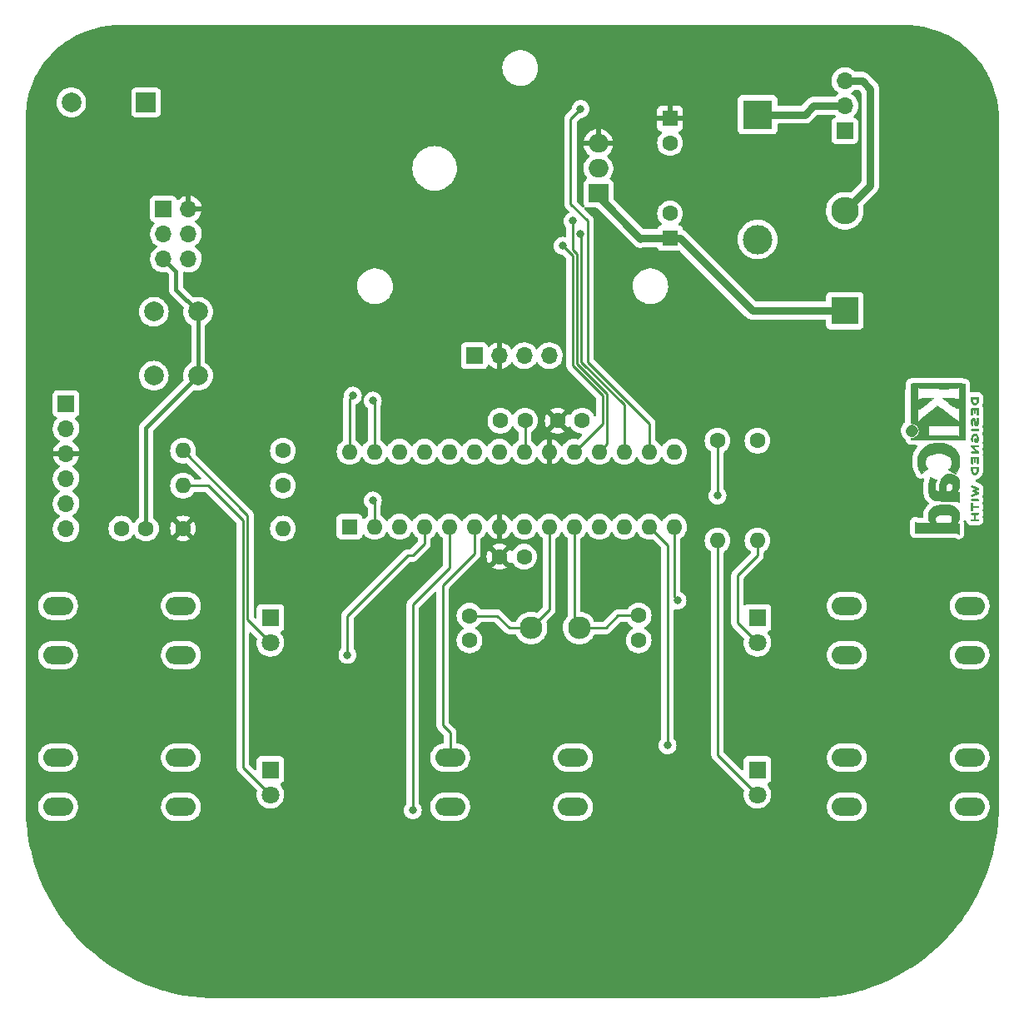
<source format=gbr>
%TF.GenerationSoftware,KiCad,Pcbnew,(5.99.0-12889-g70df3822b5)*%
%TF.CreationDate,2021-11-12T21:26:36+01:00*%
%TF.ProjectId,SimonSays,53696d6f-6e53-4617-9973-2e6b69636164,rev?*%
%TF.SameCoordinates,Original*%
%TF.FileFunction,Copper,L2,Bot*%
%TF.FilePolarity,Positive*%
%FSLAX46Y46*%
G04 Gerber Fmt 4.6, Leading zero omitted, Abs format (unit mm)*
G04 Created by KiCad (PCBNEW (5.99.0-12889-g70df3822b5)) date 2021-11-12 21:26:36*
%MOMM*%
%LPD*%
G01*
G04 APERTURE LIST*
%TA.AperFunction,EtchedComponent*%
%ADD10C,0.010000*%
%TD*%
%TA.AperFunction,ComponentPad*%
%ADD11R,2.800000X2.800000*%
%TD*%
%TA.AperFunction,ComponentPad*%
%ADD12O,2.800000X2.800000*%
%TD*%
%TA.AperFunction,ComponentPad*%
%ADD13R,1.700000X1.700000*%
%TD*%
%TA.AperFunction,ComponentPad*%
%ADD14O,1.700000X1.700000*%
%TD*%
%TA.AperFunction,ComponentPad*%
%ADD15R,1.600000X1.600000*%
%TD*%
%TA.AperFunction,ComponentPad*%
%ADD16O,1.600000X1.600000*%
%TD*%
%TA.AperFunction,ComponentPad*%
%ADD17C,1.600000*%
%TD*%
%TA.AperFunction,ComponentPad*%
%ADD18R,2.000000X2.000000*%
%TD*%
%TA.AperFunction,ComponentPad*%
%ADD19C,2.000000*%
%TD*%
%TA.AperFunction,ComponentPad*%
%ADD20R,1.800000X1.800000*%
%TD*%
%TA.AperFunction,ComponentPad*%
%ADD21C,1.800000*%
%TD*%
%TA.AperFunction,ComponentPad*%
%ADD22O,3.048000X1.850000*%
%TD*%
%TA.AperFunction,ComponentPad*%
%ADD23R,2.000000X1.905000*%
%TD*%
%TA.AperFunction,ComponentPad*%
%ADD24O,2.000000X1.905000*%
%TD*%
%TA.AperFunction,ComponentPad*%
%ADD25C,2.300000*%
%TD*%
%TA.AperFunction,ComponentPad*%
%ADD26R,3.000000X3.000000*%
%TD*%
%TA.AperFunction,ComponentPad*%
%ADD27C,3.000000*%
%TD*%
%TA.AperFunction,ViaPad*%
%ADD28C,0.800000*%
%TD*%
%TA.AperFunction,Conductor*%
%ADD29C,0.250000*%
%TD*%
%TA.AperFunction,Conductor*%
%ADD30C,0.800000*%
%TD*%
%TA.AperFunction,Conductor*%
%ADD31C,0.400000*%
%TD*%
G04 APERTURE END LIST*
D10*
%TO.C,REF\u002A\u002A*%
X136728229Y-87295505D02*
X136733378Y-87363531D01*
X136733378Y-87363531D02*
X136759273Y-87558163D01*
X136759273Y-87558163D02*
X136800575Y-87730529D01*
X136800575Y-87730529D02*
X136857853Y-87881470D01*
X136857853Y-87881470D02*
X136931674Y-88011825D01*
X136931674Y-88011825D02*
X137022608Y-88122434D01*
X137022608Y-88122434D02*
X137131222Y-88214135D01*
X137131222Y-88214135D02*
X137258085Y-88287770D01*
X137258085Y-88287770D02*
X137395352Y-88341539D01*
X137395352Y-88341539D02*
X137439137Y-88355187D01*
X137439137Y-88355187D02*
X137480141Y-88367073D01*
X137480141Y-88367073D02*
X137520569Y-88377334D01*
X137520569Y-88377334D02*
X137562630Y-88386113D01*
X137562630Y-88386113D02*
X137608531Y-88393548D01*
X137608531Y-88393548D02*
X137660480Y-88399780D01*
X137660480Y-88399780D02*
X137720685Y-88404950D01*
X137720685Y-88404950D02*
X137791352Y-88409196D01*
X137791352Y-88409196D02*
X137874689Y-88412660D01*
X137874689Y-88412660D02*
X137972905Y-88415481D01*
X137972905Y-88415481D02*
X138088205Y-88417800D01*
X138088205Y-88417800D02*
X138222799Y-88419757D01*
X138222799Y-88419757D02*
X138378893Y-88421491D01*
X138378893Y-88421491D02*
X138558695Y-88423143D01*
X138558695Y-88423143D02*
X138699676Y-88424324D01*
X138699676Y-88424324D02*
X139667622Y-88432270D01*
X139667622Y-88432270D02*
X139760770Y-88483756D01*
X139760770Y-88483756D02*
X139805645Y-88508137D01*
X139805645Y-88508137D02*
X139840501Y-88526280D01*
X139840501Y-88526280D02*
X139859054Y-88534935D01*
X139859054Y-88534935D02*
X139860311Y-88535243D01*
X139860311Y-88535243D02*
X139861749Y-88522014D01*
X139861749Y-88522014D02*
X139863074Y-88484326D01*
X139863074Y-88484326D02*
X139864249Y-88425183D01*
X139864249Y-88425183D02*
X139865237Y-88347586D01*
X139865237Y-88347586D02*
X139865999Y-88254536D01*
X139865999Y-88254536D02*
X139866500Y-88149035D01*
X139866500Y-88149035D02*
X139866701Y-88034084D01*
X139866701Y-88034084D02*
X139866703Y-88020378D01*
X139866703Y-88020378D02*
X139866703Y-87505513D01*
X139866703Y-87505513D02*
X139750000Y-87505513D01*
X139750000Y-87505513D02*
X139697260Y-87504635D01*
X139697260Y-87504635D02*
X139656926Y-87502292D01*
X139656926Y-87502292D02*
X139635300Y-87498921D01*
X139635300Y-87498921D02*
X139633298Y-87497431D01*
X139633298Y-87497431D02*
X139641683Y-87483804D01*
X139641683Y-87483804D02*
X139663692Y-87455757D01*
X139663692Y-87455757D02*
X139694601Y-87419303D01*
X139694601Y-87419303D02*
X139695316Y-87418485D01*
X139695316Y-87418485D02*
X139744843Y-87351962D01*
X139744843Y-87351962D02*
X139794575Y-87267948D01*
X139794575Y-87267948D02*
X139839626Y-87175937D01*
X139839626Y-87175937D02*
X139875110Y-87085421D01*
X139875110Y-87085421D02*
X139887236Y-87045567D01*
X139887236Y-87045567D02*
X139902637Y-86966255D01*
X139902637Y-86966255D02*
X139912465Y-86868935D01*
X139912465Y-86868935D02*
X139916580Y-86762516D01*
X139916580Y-86762516D02*
X139914841Y-86655907D01*
X139914841Y-86655907D02*
X139907108Y-86558017D01*
X139907108Y-86558017D02*
X139895981Y-86489513D01*
X139895981Y-86489513D02*
X139846648Y-86321520D01*
X139846648Y-86321520D02*
X139776342Y-86170281D01*
X139776342Y-86170281D02*
X139685933Y-86036782D01*
X139685933Y-86036782D02*
X139576295Y-85922006D01*
X139576295Y-85922006D02*
X139448299Y-85826937D01*
X139448299Y-85826937D02*
X139302818Y-85752560D01*
X139302818Y-85752560D02*
X139214541Y-85720474D01*
X139214541Y-85720474D02*
X139128739Y-85700365D01*
X139128739Y-85700365D02*
X139025736Y-85687038D01*
X139025736Y-85687038D02*
X138915034Y-85680872D01*
X138915034Y-85680872D02*
X138898925Y-85681074D01*
X138898925Y-85681074D02*
X138898925Y-86609648D01*
X138898925Y-86609648D02*
X138981184Y-86617348D01*
X138981184Y-86617348D02*
X139049546Y-86642989D01*
X139049546Y-86642989D02*
X139112970Y-86690378D01*
X139112970Y-86690378D02*
X139131567Y-86708579D01*
X139131567Y-86708579D02*
X139181846Y-86773282D01*
X139181846Y-86773282D02*
X139214056Y-86848066D01*
X139214056Y-86848066D02*
X139229648Y-86937662D01*
X139229648Y-86937662D02*
X139230796Y-87032012D01*
X139230796Y-87032012D02*
X139223216Y-87121501D01*
X139223216Y-87121501D02*
X139208389Y-87190018D01*
X139208389Y-87190018D02*
X139197253Y-87219775D01*
X139197253Y-87219775D02*
X139166904Y-87273408D01*
X139166904Y-87273408D02*
X139124221Y-87330235D01*
X139124221Y-87330235D02*
X139076317Y-87382082D01*
X139076317Y-87382082D02*
X139030301Y-87420778D01*
X139030301Y-87420778D02*
X139013421Y-87431054D01*
X139013421Y-87431054D02*
X138989782Y-87439042D01*
X138989782Y-87439042D02*
X138952168Y-87444721D01*
X138952168Y-87444721D02*
X138896985Y-87448356D01*
X138896985Y-87448356D02*
X138820640Y-87450211D01*
X138820640Y-87450211D02*
X138747981Y-87450594D01*
X138747981Y-87450594D02*
X138663270Y-87450335D01*
X138663270Y-87450335D02*
X138602018Y-87449287D01*
X138602018Y-87449287D02*
X138560227Y-87447045D01*
X138560227Y-87447045D02*
X138533899Y-87443206D01*
X138533899Y-87443206D02*
X138519035Y-87437365D01*
X138519035Y-87437365D02*
X138511639Y-87429118D01*
X138511639Y-87429118D02*
X138510461Y-87426567D01*
X138510461Y-87426567D02*
X138506833Y-87404400D01*
X138506833Y-87404400D02*
X138503866Y-87360680D01*
X138503866Y-87360680D02*
X138501827Y-87301311D01*
X138501827Y-87301311D02*
X138500983Y-87232196D01*
X138500983Y-87232196D02*
X138500982Y-87217189D01*
X138500982Y-87217189D02*
X138502457Y-87124805D01*
X138502457Y-87124805D02*
X138506842Y-87053432D01*
X138506842Y-87053432D02*
X138514738Y-86996719D01*
X138514738Y-86996719D02*
X138526270Y-86949872D01*
X138526270Y-86949872D02*
X138570215Y-86833669D01*
X138570215Y-86833669D02*
X138624243Y-86742543D01*
X138624243Y-86742543D02*
X138689219Y-86675705D01*
X138689219Y-86675705D02*
X138766005Y-86632365D01*
X138766005Y-86632365D02*
X138855467Y-86611734D01*
X138855467Y-86611734D02*
X138898925Y-86609648D01*
X138898925Y-86609648D02*
X138898925Y-85681074D01*
X138898925Y-85681074D02*
X138806133Y-85682244D01*
X138806133Y-85682244D02*
X138708536Y-85691532D01*
X138708536Y-85691532D02*
X138669105Y-85698777D01*
X138669105Y-85698777D02*
X138522701Y-85745039D01*
X138522701Y-85745039D02*
X138387995Y-85815384D01*
X138387995Y-85815384D02*
X138266280Y-85908484D01*
X138266280Y-85908484D02*
X138158847Y-86023012D01*
X138158847Y-86023012D02*
X138066988Y-86157640D01*
X138066988Y-86157640D02*
X137991996Y-86311040D01*
X137991996Y-86311040D02*
X137946458Y-86441459D01*
X137946458Y-86441459D02*
X137922533Y-86528623D01*
X137922533Y-86528623D02*
X137903943Y-86611996D01*
X137903943Y-86611996D02*
X137890084Y-86696976D01*
X137890084Y-86696976D02*
X137880351Y-86788965D01*
X137880351Y-86788965D02*
X137874141Y-86893362D01*
X137874141Y-86893362D02*
X137870851Y-87015568D01*
X137870851Y-87015568D02*
X137869924Y-87126055D01*
X137869924Y-87126055D02*
X137869027Y-87453677D01*
X137869027Y-87453677D02*
X137770547Y-87447401D01*
X137770547Y-87447401D02*
X137663695Y-87429579D01*
X137663695Y-87429579D02*
X137571852Y-87391667D01*
X137571852Y-87391667D02*
X137497310Y-87335280D01*
X137497310Y-87335280D02*
X137442364Y-87262031D01*
X137442364Y-87262031D02*
X137415552Y-87197535D01*
X137415552Y-87197535D02*
X137398654Y-87105123D01*
X137398654Y-87105123D02*
X137396227Y-86995111D01*
X137396227Y-86995111D02*
X137407378Y-86872656D01*
X137407378Y-86872656D02*
X137431210Y-86742914D01*
X137431210Y-86742914D02*
X137466830Y-86611042D01*
X137466830Y-86611042D02*
X137513343Y-86482198D01*
X137513343Y-86482198D02*
X137555883Y-86388566D01*
X137555883Y-86388566D02*
X137577728Y-86343517D01*
X137577728Y-86343517D02*
X137592984Y-86309156D01*
X137592984Y-86309156D02*
X137598937Y-86291681D01*
X137598937Y-86291681D02*
X137598746Y-86290733D01*
X137598746Y-86290733D02*
X137585412Y-86284703D01*
X137585412Y-86284703D02*
X137550068Y-86269645D01*
X137550068Y-86269645D02*
X137496101Y-86246977D01*
X137496101Y-86246977D02*
X137426896Y-86218115D01*
X137426896Y-86218115D02*
X137345840Y-86184477D01*
X137345840Y-86184477D02*
X137263118Y-86150284D01*
X137263118Y-86150284D02*
X136931803Y-86013586D01*
X136931803Y-86013586D02*
X136915833Y-86110820D01*
X136915833Y-86110820D02*
X136907820Y-86152964D01*
X136907820Y-86152964D02*
X136894361Y-86216319D01*
X136894361Y-86216319D02*
X136876679Y-86295457D01*
X136876679Y-86295457D02*
X136855996Y-86384951D01*
X136855996Y-86384951D02*
X136833532Y-86479373D01*
X136833532Y-86479373D02*
X136824403Y-86516973D01*
X136824403Y-86516973D02*
X136786674Y-86679637D01*
X136786674Y-86679637D02*
X136758388Y-86822050D01*
X136758388Y-86822050D02*
X136738972Y-86949527D01*
X136738972Y-86949527D02*
X136727854Y-87067384D01*
X136727854Y-87067384D02*
X136724464Y-87180938D01*
X136724464Y-87180938D02*
X136728229Y-87295505D01*
X136728229Y-87295505D02*
X136728229Y-87295505D01*
G36*
X139025736Y-85687038D02*
G01*
X139128739Y-85700365D01*
X139214541Y-85720474D01*
X139302818Y-85752560D01*
X139448299Y-85826937D01*
X139576295Y-85922006D01*
X139685933Y-86036782D01*
X139776342Y-86170281D01*
X139846648Y-86321520D01*
X139895981Y-86489513D01*
X139907108Y-86558017D01*
X139914841Y-86655907D01*
X139916580Y-86762516D01*
X139912465Y-86868935D01*
X139902637Y-86966255D01*
X139887236Y-87045567D01*
X139875110Y-87085421D01*
X139839626Y-87175937D01*
X139794575Y-87267948D01*
X139744843Y-87351962D01*
X139695316Y-87418485D01*
X139694601Y-87419303D01*
X139663692Y-87455757D01*
X139641683Y-87483804D01*
X139633298Y-87497431D01*
X139635300Y-87498921D01*
X139656926Y-87502292D01*
X139697260Y-87504635D01*
X139750000Y-87505513D01*
X139866703Y-87505513D01*
X139866703Y-88020378D01*
X139866701Y-88034084D01*
X139866500Y-88149035D01*
X139865999Y-88254536D01*
X139865237Y-88347586D01*
X139864249Y-88425183D01*
X139863074Y-88484326D01*
X139861749Y-88522014D01*
X139860311Y-88535243D01*
X139859054Y-88534935D01*
X139840501Y-88526280D01*
X139805645Y-88508137D01*
X139760770Y-88483756D01*
X139667622Y-88432270D01*
X138699676Y-88424324D01*
X138558695Y-88423143D01*
X138378893Y-88421491D01*
X138222799Y-88419757D01*
X138088205Y-88417800D01*
X137972905Y-88415481D01*
X137874689Y-88412660D01*
X137791352Y-88409196D01*
X137720685Y-88404950D01*
X137660480Y-88399780D01*
X137608531Y-88393548D01*
X137562630Y-88386113D01*
X137520569Y-88377334D01*
X137480141Y-88367073D01*
X137439137Y-88355187D01*
X137395352Y-88341539D01*
X137258085Y-88287770D01*
X137131222Y-88214135D01*
X137022608Y-88122434D01*
X136931674Y-88011825D01*
X136857853Y-87881470D01*
X136800575Y-87730529D01*
X136759273Y-87558163D01*
X136733378Y-87363531D01*
X136728229Y-87295505D01*
X136724464Y-87180938D01*
X136727854Y-87067384D01*
X136738972Y-86949527D01*
X136758388Y-86822050D01*
X136786674Y-86679637D01*
X136824403Y-86516973D01*
X136833532Y-86479373D01*
X136855996Y-86384951D01*
X136876679Y-86295457D01*
X136894361Y-86216319D01*
X136907820Y-86152964D01*
X136915833Y-86110820D01*
X136931803Y-86013586D01*
X137263118Y-86150284D01*
X137345840Y-86184477D01*
X137426896Y-86218115D01*
X137496101Y-86246977D01*
X137550068Y-86269645D01*
X137585412Y-86284703D01*
X137598746Y-86290733D01*
X137598937Y-86291681D01*
X137592984Y-86309156D01*
X137577728Y-86343517D01*
X137555883Y-86388566D01*
X137513343Y-86482198D01*
X137466830Y-86611042D01*
X137431210Y-86742914D01*
X137407378Y-86872656D01*
X137396227Y-86995111D01*
X137398654Y-87105123D01*
X137415552Y-87197535D01*
X137442364Y-87262031D01*
X137497310Y-87335280D01*
X137571852Y-87391667D01*
X137663695Y-87429579D01*
X137770547Y-87447401D01*
X137869027Y-87453677D01*
X137869674Y-87217189D01*
X138500982Y-87217189D01*
X138500983Y-87232196D01*
X138501827Y-87301311D01*
X138503866Y-87360680D01*
X138506833Y-87404400D01*
X138510461Y-87426567D01*
X138511639Y-87429118D01*
X138519035Y-87437365D01*
X138533899Y-87443206D01*
X138560227Y-87447045D01*
X138602018Y-87449287D01*
X138663270Y-87450335D01*
X138747981Y-87450594D01*
X138820640Y-87450211D01*
X138896985Y-87448356D01*
X138952168Y-87444721D01*
X138989782Y-87439042D01*
X139013421Y-87431054D01*
X139030301Y-87420778D01*
X139076317Y-87382082D01*
X139124221Y-87330235D01*
X139166904Y-87273408D01*
X139197253Y-87219775D01*
X139208389Y-87190018D01*
X139223216Y-87121501D01*
X139230796Y-87032012D01*
X139229648Y-86937662D01*
X139214056Y-86848066D01*
X139181846Y-86773282D01*
X139131567Y-86708579D01*
X139112970Y-86690378D01*
X139049546Y-86642989D01*
X138981184Y-86617348D01*
X138898925Y-86609648D01*
X138855467Y-86611734D01*
X138766005Y-86632365D01*
X138689219Y-86675705D01*
X138624243Y-86742543D01*
X138570215Y-86833669D01*
X138526270Y-86949872D01*
X138514738Y-86996719D01*
X138506842Y-87053432D01*
X138502457Y-87124805D01*
X138500982Y-87217189D01*
X137869674Y-87217189D01*
X137869924Y-87126055D01*
X137870851Y-87015568D01*
X137874141Y-86893362D01*
X137880351Y-86788965D01*
X137890084Y-86696976D01*
X137903943Y-86611996D01*
X137922533Y-86528623D01*
X137946458Y-86441459D01*
X137991996Y-86311040D01*
X138066988Y-86157640D01*
X138158847Y-86023012D01*
X138266280Y-85908484D01*
X138387995Y-85815384D01*
X138522701Y-85745039D01*
X138669105Y-85698777D01*
X138708536Y-85691532D01*
X138806133Y-85682244D01*
X138898925Y-85681074D01*
X138915034Y-85680872D01*
X139025736Y-85687038D01*
G37*
X139025736Y-85687038D02*
X139128739Y-85700365D01*
X139214541Y-85720474D01*
X139302818Y-85752560D01*
X139448299Y-85826937D01*
X139576295Y-85922006D01*
X139685933Y-86036782D01*
X139776342Y-86170281D01*
X139846648Y-86321520D01*
X139895981Y-86489513D01*
X139907108Y-86558017D01*
X139914841Y-86655907D01*
X139916580Y-86762516D01*
X139912465Y-86868935D01*
X139902637Y-86966255D01*
X139887236Y-87045567D01*
X139875110Y-87085421D01*
X139839626Y-87175937D01*
X139794575Y-87267948D01*
X139744843Y-87351962D01*
X139695316Y-87418485D01*
X139694601Y-87419303D01*
X139663692Y-87455757D01*
X139641683Y-87483804D01*
X139633298Y-87497431D01*
X139635300Y-87498921D01*
X139656926Y-87502292D01*
X139697260Y-87504635D01*
X139750000Y-87505513D01*
X139866703Y-87505513D01*
X139866703Y-88020378D01*
X139866701Y-88034084D01*
X139866500Y-88149035D01*
X139865999Y-88254536D01*
X139865237Y-88347586D01*
X139864249Y-88425183D01*
X139863074Y-88484326D01*
X139861749Y-88522014D01*
X139860311Y-88535243D01*
X139859054Y-88534935D01*
X139840501Y-88526280D01*
X139805645Y-88508137D01*
X139760770Y-88483756D01*
X139667622Y-88432270D01*
X138699676Y-88424324D01*
X138558695Y-88423143D01*
X138378893Y-88421491D01*
X138222799Y-88419757D01*
X138088205Y-88417800D01*
X137972905Y-88415481D01*
X137874689Y-88412660D01*
X137791352Y-88409196D01*
X137720685Y-88404950D01*
X137660480Y-88399780D01*
X137608531Y-88393548D01*
X137562630Y-88386113D01*
X137520569Y-88377334D01*
X137480141Y-88367073D01*
X137439137Y-88355187D01*
X137395352Y-88341539D01*
X137258085Y-88287770D01*
X137131222Y-88214135D01*
X137022608Y-88122434D01*
X136931674Y-88011825D01*
X136857853Y-87881470D01*
X136800575Y-87730529D01*
X136759273Y-87558163D01*
X136733378Y-87363531D01*
X136728229Y-87295505D01*
X136724464Y-87180938D01*
X136727854Y-87067384D01*
X136738972Y-86949527D01*
X136758388Y-86822050D01*
X136786674Y-86679637D01*
X136824403Y-86516973D01*
X136833532Y-86479373D01*
X136855996Y-86384951D01*
X136876679Y-86295457D01*
X136894361Y-86216319D01*
X136907820Y-86152964D01*
X136915833Y-86110820D01*
X136931803Y-86013586D01*
X137263118Y-86150284D01*
X137345840Y-86184477D01*
X137426896Y-86218115D01*
X137496101Y-86246977D01*
X137550068Y-86269645D01*
X137585412Y-86284703D01*
X137598746Y-86290733D01*
X137598937Y-86291681D01*
X137592984Y-86309156D01*
X137577728Y-86343517D01*
X137555883Y-86388566D01*
X137513343Y-86482198D01*
X137466830Y-86611042D01*
X137431210Y-86742914D01*
X137407378Y-86872656D01*
X137396227Y-86995111D01*
X137398654Y-87105123D01*
X137415552Y-87197535D01*
X137442364Y-87262031D01*
X137497310Y-87335280D01*
X137571852Y-87391667D01*
X137663695Y-87429579D01*
X137770547Y-87447401D01*
X137869027Y-87453677D01*
X137869674Y-87217189D01*
X138500982Y-87217189D01*
X138500983Y-87232196D01*
X138501827Y-87301311D01*
X138503866Y-87360680D01*
X138506833Y-87404400D01*
X138510461Y-87426567D01*
X138511639Y-87429118D01*
X138519035Y-87437365D01*
X138533899Y-87443206D01*
X138560227Y-87447045D01*
X138602018Y-87449287D01*
X138663270Y-87450335D01*
X138747981Y-87450594D01*
X138820640Y-87450211D01*
X138896985Y-87448356D01*
X138952168Y-87444721D01*
X138989782Y-87439042D01*
X139013421Y-87431054D01*
X139030301Y-87420778D01*
X139076317Y-87382082D01*
X139124221Y-87330235D01*
X139166904Y-87273408D01*
X139197253Y-87219775D01*
X139208389Y-87190018D01*
X139223216Y-87121501D01*
X139230796Y-87032012D01*
X139229648Y-86937662D01*
X139214056Y-86848066D01*
X139181846Y-86773282D01*
X139131567Y-86708579D01*
X139112970Y-86690378D01*
X139049546Y-86642989D01*
X138981184Y-86617348D01*
X138898925Y-86609648D01*
X138855467Y-86611734D01*
X138766005Y-86632365D01*
X138689219Y-86675705D01*
X138624243Y-86742543D01*
X138570215Y-86833669D01*
X138526270Y-86949872D01*
X138514738Y-86996719D01*
X138506842Y-87053432D01*
X138502457Y-87124805D01*
X138500982Y-87217189D01*
X137869674Y-87217189D01*
X137869924Y-87126055D01*
X137870851Y-87015568D01*
X137874141Y-86893362D01*
X137880351Y-86788965D01*
X137890084Y-86696976D01*
X137903943Y-86611996D01*
X137922533Y-86528623D01*
X137946458Y-86441459D01*
X137991996Y-86311040D01*
X138066988Y-86157640D01*
X138158847Y-86023012D01*
X138266280Y-85908484D01*
X138387995Y-85815384D01*
X138522701Y-85745039D01*
X138669105Y-85698777D01*
X138708536Y-85691532D01*
X138806133Y-85682244D01*
X138898925Y-85681074D01*
X138915034Y-85680872D01*
X139025736Y-85687038D01*
X141103640Y-82839594D02*
X141117465Y-82863160D01*
X141117465Y-82863160D02*
X141140073Y-82893973D01*
X141140073Y-82893973D02*
X141172530Y-82933630D01*
X141172530Y-82933630D02*
X141215900Y-82983728D01*
X141215900Y-82983728D02*
X141271250Y-83045865D01*
X141271250Y-83045865D02*
X141339643Y-83121636D01*
X141339643Y-83121636D02*
X141418276Y-83208374D01*
X141418276Y-83208374D02*
X141582070Y-83388997D01*
X141582070Y-83388997D02*
X141362221Y-83394641D01*
X141362221Y-83394641D02*
X141286543Y-83396679D01*
X141286543Y-83396679D02*
X141230186Y-83398645D01*
X141230186Y-83398645D02*
X141189898Y-83400974D01*
X141189898Y-83400974D02*
X141162427Y-83404102D01*
X141162427Y-83404102D02*
X141144521Y-83408463D01*
X141144521Y-83408463D02*
X141132929Y-83414492D01*
X141132929Y-83414492D02*
X141124400Y-83422624D01*
X141124400Y-83422624D02*
X141120815Y-83426936D01*
X141120815Y-83426936D02*
X141101862Y-83461467D01*
X141101862Y-83461467D02*
X141104633Y-83494325D01*
X141104633Y-83494325D02*
X141120825Y-83520390D01*
X141120825Y-83520390D02*
X141142391Y-83547041D01*
X141142391Y-83547041D02*
X141457343Y-83550356D01*
X141457343Y-83550356D02*
X141549971Y-83551273D01*
X141549971Y-83551273D02*
X141622736Y-83551740D01*
X141622736Y-83551740D02*
X141678353Y-83551595D01*
X141678353Y-83551595D02*
X141719534Y-83550676D01*
X141719534Y-83550676D02*
X141748995Y-83548821D01*
X141748995Y-83548821D02*
X141769447Y-83545869D01*
X141769447Y-83545869D02*
X141783605Y-83541658D01*
X141783605Y-83541658D02*
X141794183Y-83536026D01*
X141794183Y-83536026D02*
X141802666Y-83529781D01*
X141802666Y-83529781D02*
X141818399Y-83516269D01*
X141818399Y-83516269D02*
X141828828Y-83502825D01*
X141828828Y-83502825D02*
X141832831Y-83487584D01*
X141832831Y-83487584D02*
X141829286Y-83468682D01*
X141829286Y-83468682D02*
X141817071Y-83444253D01*
X141817071Y-83444253D02*
X141795063Y-83412435D01*
X141795063Y-83412435D02*
X141762141Y-83371360D01*
X141762141Y-83371360D02*
X141717183Y-83319166D01*
X141717183Y-83319166D02*
X141659067Y-83253986D01*
X141659067Y-83253986D02*
X141592291Y-83180152D01*
X141592291Y-83180152D02*
X141351650Y-82914863D01*
X141351650Y-82914863D02*
X141570781Y-82909219D01*
X141570781Y-82909219D02*
X141646320Y-82907177D01*
X141646320Y-82907177D02*
X141702546Y-82905206D01*
X141702546Y-82905206D02*
X141742716Y-82902869D01*
X141742716Y-82902869D02*
X141770088Y-82899727D01*
X141770088Y-82899727D02*
X141787920Y-82895344D01*
X141787920Y-82895344D02*
X141799471Y-82889284D01*
X141799471Y-82889284D02*
X141807999Y-82881108D01*
X141807999Y-82881108D02*
X141811474Y-82876924D01*
X141811474Y-82876924D02*
X141830564Y-82839943D01*
X141830564Y-82839943D02*
X141827685Y-82805000D01*
X141827685Y-82805000D02*
X141803292Y-82774572D01*
X141803292Y-82774572D02*
X141793478Y-82767611D01*
X141793478Y-82767611D02*
X141782018Y-82762185D01*
X141782018Y-82762185D02*
X141766160Y-82758105D01*
X141766160Y-82758105D02*
X141743155Y-82755179D01*
X141743155Y-82755179D02*
X141710254Y-82753216D01*
X141710254Y-82753216D02*
X141664708Y-82752025D01*
X141664708Y-82752025D02*
X141603765Y-82751416D01*
X141603765Y-82751416D02*
X141524678Y-82751197D01*
X141524678Y-82751197D02*
X141466148Y-82751174D01*
X141466148Y-82751174D02*
X141374599Y-82751248D01*
X141374599Y-82751248D02*
X141302879Y-82751595D01*
X141302879Y-82751595D02*
X141248237Y-82752407D01*
X141248237Y-82752407D02*
X141207924Y-82753875D01*
X141207924Y-82753875D02*
X141179190Y-82756189D01*
X141179190Y-82756189D02*
X141159285Y-82759541D01*
X141159285Y-82759541D02*
X141145460Y-82764120D01*
X141145460Y-82764120D02*
X141134964Y-82770119D01*
X141134964Y-82770119D02*
X141129003Y-82774572D01*
X141129003Y-82774572D02*
X141114883Y-82785858D01*
X141114883Y-82785858D02*
X141104221Y-82796407D01*
X141104221Y-82796407D02*
X141098084Y-82807815D01*
X141098084Y-82807815D02*
X141097535Y-82821678D01*
X141097535Y-82821678D02*
X141103640Y-82839594D01*
X141103640Y-82839594D02*
X141103640Y-82839594D01*
G36*
X141524678Y-82751197D02*
G01*
X141603765Y-82751416D01*
X141664708Y-82752025D01*
X141710254Y-82753216D01*
X141743155Y-82755179D01*
X141766160Y-82758105D01*
X141782018Y-82762185D01*
X141793478Y-82767611D01*
X141803292Y-82774572D01*
X141827685Y-82805000D01*
X141830564Y-82839943D01*
X141811474Y-82876924D01*
X141807999Y-82881108D01*
X141799471Y-82889284D01*
X141787920Y-82895344D01*
X141770088Y-82899727D01*
X141742716Y-82902869D01*
X141702546Y-82905206D01*
X141646320Y-82907177D01*
X141570781Y-82909219D01*
X141351650Y-82914863D01*
X141592291Y-83180152D01*
X141659067Y-83253986D01*
X141717183Y-83319166D01*
X141762141Y-83371360D01*
X141795063Y-83412435D01*
X141817071Y-83444253D01*
X141829286Y-83468682D01*
X141832831Y-83487584D01*
X141828828Y-83502825D01*
X141818399Y-83516269D01*
X141802666Y-83529781D01*
X141794183Y-83536026D01*
X141783605Y-83541658D01*
X141769447Y-83545869D01*
X141748995Y-83548821D01*
X141719534Y-83550676D01*
X141678353Y-83551595D01*
X141622736Y-83551740D01*
X141549971Y-83551273D01*
X141457343Y-83550356D01*
X141142391Y-83547041D01*
X141120825Y-83520390D01*
X141104633Y-83494325D01*
X141101862Y-83461467D01*
X141120815Y-83426936D01*
X141124400Y-83422624D01*
X141132929Y-83414492D01*
X141144521Y-83408463D01*
X141162427Y-83404102D01*
X141189898Y-83400974D01*
X141230186Y-83398645D01*
X141286543Y-83396679D01*
X141362221Y-83394641D01*
X141582070Y-83388997D01*
X141418276Y-83208374D01*
X141339643Y-83121636D01*
X141271250Y-83045865D01*
X141215900Y-82983728D01*
X141172530Y-82933630D01*
X141140073Y-82893973D01*
X141117465Y-82863160D01*
X141103640Y-82839594D01*
X141097535Y-82821678D01*
X141098084Y-82807815D01*
X141104221Y-82796407D01*
X141114883Y-82785858D01*
X141129003Y-82774572D01*
X141134964Y-82770119D01*
X141145460Y-82764120D01*
X141159285Y-82759541D01*
X141179190Y-82756189D01*
X141207924Y-82753875D01*
X141248237Y-82752407D01*
X141302879Y-82751595D01*
X141374599Y-82751248D01*
X141466148Y-82751174D01*
X141524678Y-82751197D01*
G37*
X141524678Y-82751197D02*
X141603765Y-82751416D01*
X141664708Y-82752025D01*
X141710254Y-82753216D01*
X141743155Y-82755179D01*
X141766160Y-82758105D01*
X141782018Y-82762185D01*
X141793478Y-82767611D01*
X141803292Y-82774572D01*
X141827685Y-82805000D01*
X141830564Y-82839943D01*
X141811474Y-82876924D01*
X141807999Y-82881108D01*
X141799471Y-82889284D01*
X141787920Y-82895344D01*
X141770088Y-82899727D01*
X141742716Y-82902869D01*
X141702546Y-82905206D01*
X141646320Y-82907177D01*
X141570781Y-82909219D01*
X141351650Y-82914863D01*
X141592291Y-83180152D01*
X141659067Y-83253986D01*
X141717183Y-83319166D01*
X141762141Y-83371360D01*
X141795063Y-83412435D01*
X141817071Y-83444253D01*
X141829286Y-83468682D01*
X141832831Y-83487584D01*
X141828828Y-83502825D01*
X141818399Y-83516269D01*
X141802666Y-83529781D01*
X141794183Y-83536026D01*
X141783605Y-83541658D01*
X141769447Y-83545869D01*
X141748995Y-83548821D01*
X141719534Y-83550676D01*
X141678353Y-83551595D01*
X141622736Y-83551740D01*
X141549971Y-83551273D01*
X141457343Y-83550356D01*
X141142391Y-83547041D01*
X141120825Y-83520390D01*
X141104633Y-83494325D01*
X141101862Y-83461467D01*
X141120815Y-83426936D01*
X141124400Y-83422624D01*
X141132929Y-83414492D01*
X141144521Y-83408463D01*
X141162427Y-83404102D01*
X141189898Y-83400974D01*
X141230186Y-83398645D01*
X141286543Y-83396679D01*
X141362221Y-83394641D01*
X141582070Y-83388997D01*
X141418276Y-83208374D01*
X141339643Y-83121636D01*
X141271250Y-83045865D01*
X141215900Y-82983728D01*
X141172530Y-82933630D01*
X141140073Y-82893973D01*
X141117465Y-82863160D01*
X141103640Y-82839594D01*
X141097535Y-82821678D01*
X141098084Y-82807815D01*
X141104221Y-82796407D01*
X141114883Y-82785858D01*
X141129003Y-82774572D01*
X141134964Y-82770119D01*
X141145460Y-82764120D01*
X141159285Y-82759541D01*
X141179190Y-82756189D01*
X141207924Y-82753875D01*
X141248237Y-82752407D01*
X141302879Y-82751595D01*
X141374599Y-82751248D01*
X141466148Y-82751174D01*
X141524678Y-82751197D01*
X141100543Y-80448005D02*
X141105773Y-80522820D01*
X141105773Y-80522820D02*
X141113942Y-80592402D01*
X141113942Y-80592402D02*
X141124742Y-80652706D01*
X141124742Y-80652706D02*
X141137865Y-80699688D01*
X141137865Y-80699688D02*
X141153005Y-80729302D01*
X141153005Y-80729302D02*
X141157461Y-80733848D01*
X141157461Y-80733848D02*
X141192042Y-80749654D01*
X141192042Y-80749654D02*
X141227543Y-80744861D01*
X141227543Y-80744861D02*
X141257917Y-80720344D01*
X141257917Y-80720344D02*
X141258788Y-80719174D01*
X141258788Y-80719174D02*
X141268146Y-80704754D01*
X141268146Y-80704754D02*
X141273068Y-80689700D01*
X141273068Y-80689700D02*
X141273665Y-80668703D01*
X141273665Y-80668703D02*
X141270053Y-80636451D01*
X141270053Y-80636451D02*
X141262346Y-80587635D01*
X141262346Y-80587635D02*
X141261697Y-80583708D01*
X141261697Y-80583708D02*
X141252761Y-80510969D01*
X141252761Y-80510969D02*
X141248353Y-80432491D01*
X141248353Y-80432491D02*
X141248311Y-80353781D01*
X141248311Y-80353781D02*
X141252471Y-80280347D01*
X141252471Y-80280347D02*
X141260671Y-80217697D01*
X141260671Y-80217697D02*
X141272749Y-80171338D01*
X141272749Y-80171338D02*
X141273963Y-80168292D01*
X141273963Y-80168292D02*
X141292807Y-80134660D01*
X141292807Y-80134660D02*
X141311877Y-80122844D01*
X141311877Y-80122844D02*
X141330631Y-80132094D01*
X141330631Y-80132094D02*
X141348529Y-80161661D01*
X141348529Y-80161661D02*
X141365029Y-80210797D01*
X141365029Y-80210797D02*
X141379588Y-80278751D01*
X141379588Y-80278751D02*
X141386598Y-80324063D01*
X141386598Y-80324063D02*
X141400081Y-80418252D01*
X141400081Y-80418252D02*
X141412406Y-80493164D01*
X141412406Y-80493164D02*
X141424641Y-80551991D01*
X141424641Y-80551991D02*
X141437853Y-80597923D01*
X141437853Y-80597923D02*
X141453109Y-80634153D01*
X141453109Y-80634153D02*
X141471477Y-80663870D01*
X141471477Y-80663870D02*
X141494023Y-80690266D01*
X141494023Y-80690266D02*
X141516163Y-80711478D01*
X141516163Y-80711478D02*
X141547011Y-80736643D01*
X141547011Y-80736643D02*
X141573537Y-80749027D01*
X141573537Y-80749027D02*
X141606218Y-80752900D01*
X141606218Y-80752900D02*
X141618187Y-80753041D01*
X141618187Y-80753041D02*
X141657904Y-80750132D01*
X141657904Y-80750132D02*
X141687451Y-80738506D01*
X141687451Y-80738506D02*
X141713678Y-80718385D01*
X141713678Y-80718385D02*
X141753768Y-80677492D01*
X141753768Y-80677492D02*
X141784341Y-80631891D01*
X141784341Y-80631891D02*
X141806395Y-80578195D01*
X141806395Y-80578195D02*
X141820927Y-80513016D01*
X141820927Y-80513016D02*
X141828933Y-80432964D01*
X141828933Y-80432964D02*
X141831410Y-80334651D01*
X141831410Y-80334651D02*
X141831369Y-80318419D01*
X141831369Y-80318419D02*
X141830010Y-80252859D01*
X141830010Y-80252859D02*
X141826922Y-80187842D01*
X141826922Y-80187842D02*
X141822548Y-80130456D01*
X141822548Y-80130456D02*
X141817332Y-80087786D01*
X141817332Y-80087786D02*
X141816733Y-80084336D01*
X141816733Y-80084336D02*
X141806683Y-80041912D01*
X141806683Y-80041912D02*
X141793988Y-80005928D01*
X141793988Y-80005928D02*
X141782382Y-79985558D01*
X141782382Y-79985558D02*
X141751764Y-79966601D01*
X141751764Y-79966601D02*
X141716110Y-79965281D01*
X141716110Y-79965281D02*
X141684336Y-79981623D01*
X141684336Y-79981623D02*
X141680743Y-79985279D01*
X141680743Y-79985279D02*
X141670068Y-80000393D01*
X141670068Y-80000393D02*
X141665468Y-80019293D01*
X141665468Y-80019293D02*
X141666251Y-80048546D01*
X141666251Y-80048546D02*
X141670319Y-80084057D01*
X141670319Y-80084057D02*
X141673954Y-80123738D01*
X141673954Y-80123738D02*
X141677020Y-80179363D01*
X141677020Y-80179363D02*
X141679245Y-80244302D01*
X141679245Y-80244302D02*
X141680356Y-80311923D01*
X141680356Y-80311923D02*
X141680429Y-80329708D01*
X141680429Y-80329708D02*
X141680156Y-80397580D01*
X141680156Y-80397580D02*
X141678838Y-80447254D01*
X141678838Y-80447254D02*
X141676019Y-80483098D01*
X141676019Y-80483098D02*
X141671242Y-80509484D01*
X141671242Y-80509484D02*
X141664049Y-80530782D01*
X141664049Y-80530782D02*
X141658059Y-80543582D01*
X141658059Y-80543582D02*
X141641425Y-80571708D01*
X141641425Y-80571708D02*
X141626360Y-80589640D01*
X141626360Y-80589640D02*
X141622089Y-80592261D01*
X141622089Y-80592261D02*
X141604455Y-80586732D01*
X141604455Y-80586732D02*
X141587384Y-80560448D01*
X141587384Y-80560448D02*
X141571650Y-80515230D01*
X141571650Y-80515230D02*
X141558030Y-80452900D01*
X141558030Y-80452900D02*
X141554996Y-80434537D01*
X141554996Y-80434537D02*
X141539930Y-80338618D01*
X141539930Y-80338618D02*
X141527338Y-80262067D01*
X141527338Y-80262067D02*
X141516303Y-80201928D01*
X141516303Y-80201928D02*
X141505912Y-80155248D01*
X141505912Y-80155248D02*
X141495248Y-80119071D01*
X141495248Y-80119071D02*
X141483397Y-80090443D01*
X141483397Y-80090443D02*
X141469443Y-80066410D01*
X141469443Y-80066410D02*
X141452473Y-80044016D01*
X141452473Y-80044016D02*
X141431570Y-80020306D01*
X141431570Y-80020306D02*
X141424241Y-80012328D01*
X141424241Y-80012328D02*
X141396891Y-79984355D01*
X141396891Y-79984355D02*
X141375221Y-79969548D01*
X141375221Y-79969548D02*
X141350424Y-79963756D01*
X141350424Y-79963756D02*
X141319175Y-79962819D01*
X141319175Y-79962819D02*
X141257897Y-79973133D01*
X141257897Y-79973133D02*
X141205832Y-80003956D01*
X141205832Y-80003956D02*
X141163150Y-80055113D01*
X141163150Y-80055113D02*
X141130017Y-80126425D01*
X141130017Y-80126425D02*
X141115156Y-80177308D01*
X141115156Y-80177308D02*
X141105558Y-80232608D01*
X141105558Y-80232608D02*
X141100128Y-80298855D01*
X141100128Y-80298855D02*
X141098559Y-80372002D01*
X141098559Y-80372002D02*
X141100543Y-80448005D01*
X141100543Y-80448005D02*
X141100543Y-80448005D01*
G36*
X141350424Y-79963756D02*
G01*
X141375221Y-79969548D01*
X141396891Y-79984355D01*
X141424241Y-80012328D01*
X141431570Y-80020306D01*
X141452473Y-80044016D01*
X141469443Y-80066410D01*
X141483397Y-80090443D01*
X141495248Y-80119071D01*
X141505912Y-80155248D01*
X141516303Y-80201928D01*
X141527338Y-80262067D01*
X141539930Y-80338618D01*
X141554996Y-80434537D01*
X141558030Y-80452900D01*
X141571650Y-80515230D01*
X141587384Y-80560448D01*
X141604455Y-80586732D01*
X141622089Y-80592261D01*
X141626360Y-80589640D01*
X141641425Y-80571708D01*
X141658059Y-80543582D01*
X141664049Y-80530782D01*
X141671242Y-80509484D01*
X141676019Y-80483098D01*
X141678838Y-80447254D01*
X141680156Y-80397580D01*
X141680429Y-80329708D01*
X141680356Y-80311923D01*
X141679245Y-80244302D01*
X141677020Y-80179363D01*
X141673954Y-80123738D01*
X141670319Y-80084057D01*
X141666251Y-80048546D01*
X141665468Y-80019293D01*
X141670068Y-80000393D01*
X141680743Y-79985279D01*
X141684336Y-79981623D01*
X141716110Y-79965281D01*
X141751764Y-79966601D01*
X141782382Y-79985558D01*
X141793988Y-80005928D01*
X141806683Y-80041912D01*
X141816733Y-80084336D01*
X141817332Y-80087786D01*
X141822548Y-80130456D01*
X141826922Y-80187842D01*
X141830010Y-80252859D01*
X141831369Y-80318419D01*
X141831410Y-80334651D01*
X141828933Y-80432964D01*
X141820927Y-80513016D01*
X141806395Y-80578195D01*
X141784341Y-80631891D01*
X141753768Y-80677492D01*
X141713678Y-80718385D01*
X141687451Y-80738506D01*
X141657904Y-80750132D01*
X141618187Y-80753041D01*
X141606218Y-80752900D01*
X141573537Y-80749027D01*
X141547011Y-80736643D01*
X141516163Y-80711478D01*
X141494023Y-80690266D01*
X141471477Y-80663870D01*
X141453109Y-80634153D01*
X141437853Y-80597923D01*
X141424641Y-80551991D01*
X141412406Y-80493164D01*
X141400081Y-80418252D01*
X141386598Y-80324063D01*
X141379588Y-80278751D01*
X141365029Y-80210797D01*
X141348529Y-80161661D01*
X141330631Y-80132094D01*
X141311877Y-80122844D01*
X141292807Y-80134660D01*
X141273963Y-80168292D01*
X141272749Y-80171338D01*
X141260671Y-80217697D01*
X141252471Y-80280347D01*
X141248311Y-80353781D01*
X141248353Y-80432491D01*
X141252761Y-80510969D01*
X141261697Y-80583708D01*
X141262346Y-80587635D01*
X141270053Y-80636451D01*
X141273665Y-80668703D01*
X141273068Y-80689700D01*
X141268146Y-80704754D01*
X141258788Y-80719174D01*
X141257917Y-80720344D01*
X141227543Y-80744861D01*
X141192042Y-80749654D01*
X141157461Y-80733848D01*
X141153005Y-80729302D01*
X141137865Y-80699688D01*
X141124742Y-80652706D01*
X141113942Y-80592402D01*
X141105773Y-80522820D01*
X141100543Y-80448005D01*
X141098559Y-80372002D01*
X141100128Y-80298855D01*
X141105558Y-80232608D01*
X141115156Y-80177308D01*
X141130017Y-80126425D01*
X141163150Y-80055113D01*
X141205832Y-80003956D01*
X141257897Y-79973133D01*
X141319175Y-79962819D01*
X141350424Y-79963756D01*
G37*
X141350424Y-79963756D02*
X141375221Y-79969548D01*
X141396891Y-79984355D01*
X141424241Y-80012328D01*
X141431570Y-80020306D01*
X141452473Y-80044016D01*
X141469443Y-80066410D01*
X141483397Y-80090443D01*
X141495248Y-80119071D01*
X141505912Y-80155248D01*
X141516303Y-80201928D01*
X141527338Y-80262067D01*
X141539930Y-80338618D01*
X141554996Y-80434537D01*
X141558030Y-80452900D01*
X141571650Y-80515230D01*
X141587384Y-80560448D01*
X141604455Y-80586732D01*
X141622089Y-80592261D01*
X141626360Y-80589640D01*
X141641425Y-80571708D01*
X141658059Y-80543582D01*
X141664049Y-80530782D01*
X141671242Y-80509484D01*
X141676019Y-80483098D01*
X141678838Y-80447254D01*
X141680156Y-80397580D01*
X141680429Y-80329708D01*
X141680356Y-80311923D01*
X141679245Y-80244302D01*
X141677020Y-80179363D01*
X141673954Y-80123738D01*
X141670319Y-80084057D01*
X141666251Y-80048546D01*
X141665468Y-80019293D01*
X141670068Y-80000393D01*
X141680743Y-79985279D01*
X141684336Y-79981623D01*
X141716110Y-79965281D01*
X141751764Y-79966601D01*
X141782382Y-79985558D01*
X141793988Y-80005928D01*
X141806683Y-80041912D01*
X141816733Y-80084336D01*
X141817332Y-80087786D01*
X141822548Y-80130456D01*
X141826922Y-80187842D01*
X141830010Y-80252859D01*
X141831369Y-80318419D01*
X141831410Y-80334651D01*
X141828933Y-80432964D01*
X141820927Y-80513016D01*
X141806395Y-80578195D01*
X141784341Y-80631891D01*
X141753768Y-80677492D01*
X141713678Y-80718385D01*
X141687451Y-80738506D01*
X141657904Y-80750132D01*
X141618187Y-80753041D01*
X141606218Y-80752900D01*
X141573537Y-80749027D01*
X141547011Y-80736643D01*
X141516163Y-80711478D01*
X141494023Y-80690266D01*
X141471477Y-80663870D01*
X141453109Y-80634153D01*
X141437853Y-80597923D01*
X141424641Y-80551991D01*
X141412406Y-80493164D01*
X141400081Y-80418252D01*
X141386598Y-80324063D01*
X141379588Y-80278751D01*
X141365029Y-80210797D01*
X141348529Y-80161661D01*
X141330631Y-80132094D01*
X141311877Y-80122844D01*
X141292807Y-80134660D01*
X141273963Y-80168292D01*
X141272749Y-80171338D01*
X141260671Y-80217697D01*
X141252471Y-80280347D01*
X141248311Y-80353781D01*
X141248353Y-80432491D01*
X141252761Y-80510969D01*
X141261697Y-80583708D01*
X141262346Y-80587635D01*
X141270053Y-80636451D01*
X141273665Y-80668703D01*
X141273068Y-80689700D01*
X141268146Y-80704754D01*
X141258788Y-80719174D01*
X141257917Y-80720344D01*
X141227543Y-80744861D01*
X141192042Y-80749654D01*
X141157461Y-80733848D01*
X141153005Y-80729302D01*
X141137865Y-80699688D01*
X141124742Y-80652706D01*
X141113942Y-80592402D01*
X141105773Y-80522820D01*
X141100543Y-80448005D01*
X141098559Y-80372002D01*
X141100128Y-80298855D01*
X141105558Y-80232608D01*
X141115156Y-80177308D01*
X141130017Y-80126425D01*
X141163150Y-80055113D01*
X141205832Y-80003956D01*
X141257897Y-79973133D01*
X141319175Y-79962819D01*
X141350424Y-79963756D01*
X141099355Y-89102773D02*
X141099734Y-89181480D01*
X141099734Y-89181480D02*
X141100525Y-89242571D01*
X141100525Y-89242571D02*
X141101862Y-89288525D01*
X141101862Y-89288525D02*
X141103875Y-89321822D01*
X141103875Y-89321822D02*
X141106698Y-89344944D01*
X141106698Y-89344944D02*
X141110461Y-89360370D01*
X141110461Y-89360370D02*
X141115297Y-89370579D01*
X141115297Y-89370579D02*
X141119014Y-89375521D01*
X141119014Y-89375521D02*
X141151550Y-89401165D01*
X141151550Y-89401165D02*
X141185330Y-89404267D01*
X141185330Y-89404267D02*
X141216018Y-89388419D01*
X141216018Y-89388419D02*
X141228281Y-89378056D01*
X141228281Y-89378056D02*
X141236642Y-89366904D01*
X141236642Y-89366904D02*
X141241849Y-89350743D01*
X141241849Y-89350743D02*
X141244649Y-89325350D01*
X141244649Y-89325350D02*
X141245788Y-89286506D01*
X141245788Y-89286506D02*
X141246013Y-89229988D01*
X141246013Y-89229988D02*
X141246014Y-89218888D01*
X141246014Y-89218888D02*
X141246014Y-89072952D01*
X141246014Y-89072952D02*
X141516948Y-89072952D01*
X141516948Y-89072952D02*
X141602346Y-89072856D01*
X141602346Y-89072856D02*
X141668056Y-89072419D01*
X141668056Y-89072419D02*
X141716966Y-89071420D01*
X141716966Y-89071420D02*
X141751965Y-89069636D01*
X141751965Y-89069636D02*
X141775941Y-89066845D01*
X141775941Y-89066845D02*
X141791785Y-89062825D01*
X141791785Y-89062825D02*
X141802383Y-89057353D01*
X141802383Y-89057353D02*
X141810459Y-89050374D01*
X141810459Y-89050374D02*
X141830304Y-89017442D01*
X141830304Y-89017442D02*
X141828740Y-88983062D01*
X141828740Y-88983062D02*
X141806098Y-88951884D01*
X141806098Y-88951884D02*
X141803292Y-88949594D01*
X141803292Y-88949594D02*
X141792684Y-88942137D01*
X141792684Y-88942137D02*
X141780273Y-88936455D01*
X141780273Y-88936455D02*
X141763042Y-88932309D01*
X141763042Y-88932309D02*
X141737976Y-88929458D01*
X141737976Y-88929458D02*
X141702059Y-88927662D01*
X141702059Y-88927662D02*
X141652275Y-88926680D01*
X141652275Y-88926680D02*
X141585609Y-88926272D01*
X141585609Y-88926272D02*
X141509781Y-88926197D01*
X141509781Y-88926197D02*
X141246014Y-88926197D01*
X141246014Y-88926197D02*
X141246014Y-88786835D01*
X141246014Y-88786835D02*
X141245610Y-88727030D01*
X141245610Y-88727030D02*
X141244032Y-88685626D01*
X141244032Y-88685626D02*
X141240739Y-88658456D01*
X141240739Y-88658456D02*
X141235184Y-88641354D01*
X141235184Y-88641354D02*
X141226823Y-88630151D01*
X141226823Y-88630151D02*
X141225370Y-88628791D01*
X141225370Y-88628791D02*
X141192131Y-88612433D01*
X141192131Y-88612433D02*
X141154554Y-88613880D01*
X141154554Y-88613880D02*
X141121837Y-88632686D01*
X141121837Y-88632686D02*
X141115490Y-88639958D01*
X141115490Y-88639958D02*
X141110458Y-88649335D01*
X141110458Y-88649335D02*
X141106588Y-88663317D01*
X141106588Y-88663317D02*
X141103729Y-88684404D01*
X141103729Y-88684404D02*
X141101727Y-88715097D01*
X141101727Y-88715097D02*
X141100431Y-88757897D01*
X141100431Y-88757897D02*
X141099690Y-88815303D01*
X141099690Y-88815303D02*
X141099350Y-88889818D01*
X141099350Y-88889818D02*
X141099260Y-88983941D01*
X141099260Y-88983941D02*
X141099259Y-89003968D01*
X141099259Y-89003968D02*
X141099355Y-89102773D01*
X141099355Y-89102773D02*
X141099355Y-89102773D01*
G36*
X141225370Y-88628791D02*
G01*
X141226823Y-88630151D01*
X141235184Y-88641354D01*
X141240739Y-88658456D01*
X141244032Y-88685626D01*
X141245610Y-88727030D01*
X141246014Y-88786835D01*
X141246014Y-88926197D01*
X141509781Y-88926197D01*
X141585609Y-88926272D01*
X141652275Y-88926680D01*
X141702059Y-88927662D01*
X141737976Y-88929458D01*
X141763042Y-88932309D01*
X141780273Y-88936455D01*
X141792684Y-88942137D01*
X141803292Y-88949594D01*
X141806098Y-88951884D01*
X141828740Y-88983062D01*
X141830304Y-89017442D01*
X141810459Y-89050374D01*
X141802383Y-89057353D01*
X141791785Y-89062825D01*
X141775941Y-89066845D01*
X141751965Y-89069636D01*
X141716966Y-89071420D01*
X141668056Y-89072419D01*
X141602346Y-89072856D01*
X141516948Y-89072952D01*
X141246014Y-89072952D01*
X141246014Y-89218888D01*
X141246013Y-89229988D01*
X141245788Y-89286506D01*
X141244649Y-89325350D01*
X141241849Y-89350743D01*
X141236642Y-89366904D01*
X141228281Y-89378056D01*
X141216018Y-89388419D01*
X141185330Y-89404267D01*
X141151550Y-89401165D01*
X141119014Y-89375521D01*
X141115297Y-89370579D01*
X141110461Y-89360370D01*
X141106698Y-89344944D01*
X141103875Y-89321822D01*
X141101862Y-89288525D01*
X141100525Y-89242571D01*
X141099734Y-89181480D01*
X141099355Y-89102773D01*
X141099259Y-89003968D01*
X141099260Y-88983941D01*
X141099350Y-88889818D01*
X141099690Y-88815303D01*
X141100431Y-88757897D01*
X141101727Y-88715097D01*
X141103729Y-88684404D01*
X141106588Y-88663317D01*
X141110458Y-88649335D01*
X141115490Y-88639958D01*
X141121837Y-88632686D01*
X141154554Y-88613880D01*
X141192131Y-88612433D01*
X141225370Y-88628791D01*
G37*
X141225370Y-88628791D02*
X141226823Y-88630151D01*
X141235184Y-88641354D01*
X141240739Y-88658456D01*
X141244032Y-88685626D01*
X141245610Y-88727030D01*
X141246014Y-88786835D01*
X141246014Y-88926197D01*
X141509781Y-88926197D01*
X141585609Y-88926272D01*
X141652275Y-88926680D01*
X141702059Y-88927662D01*
X141737976Y-88929458D01*
X141763042Y-88932309D01*
X141780273Y-88936455D01*
X141792684Y-88942137D01*
X141803292Y-88949594D01*
X141806098Y-88951884D01*
X141828740Y-88983062D01*
X141830304Y-89017442D01*
X141810459Y-89050374D01*
X141802383Y-89057353D01*
X141791785Y-89062825D01*
X141775941Y-89066845D01*
X141751965Y-89069636D01*
X141716966Y-89071420D01*
X141668056Y-89072419D01*
X141602346Y-89072856D01*
X141516948Y-89072952D01*
X141246014Y-89072952D01*
X141246014Y-89218888D01*
X141246013Y-89229988D01*
X141245788Y-89286506D01*
X141244649Y-89325350D01*
X141241849Y-89350743D01*
X141236642Y-89366904D01*
X141228281Y-89378056D01*
X141216018Y-89388419D01*
X141185330Y-89404267D01*
X141151550Y-89401165D01*
X141119014Y-89375521D01*
X141115297Y-89370579D01*
X141110461Y-89360370D01*
X141106698Y-89344944D01*
X141103875Y-89321822D01*
X141101862Y-89288525D01*
X141100525Y-89242571D01*
X141099734Y-89181480D01*
X141099355Y-89102773D01*
X141099259Y-89003968D01*
X141099260Y-88983941D01*
X141099350Y-88889818D01*
X141099690Y-88815303D01*
X141100431Y-88757897D01*
X141101727Y-88715097D01*
X141103729Y-88684404D01*
X141106588Y-88663317D01*
X141110458Y-88649335D01*
X141115490Y-88639958D01*
X141121837Y-88632686D01*
X141154554Y-88613880D01*
X141192131Y-88612433D01*
X141225370Y-88628791D01*
X141121837Y-81215886D02*
X141129410Y-81222466D01*
X141129410Y-81222466D02*
X141139179Y-81227629D01*
X141139179Y-81227629D02*
X141153763Y-81231544D01*
X141153763Y-81231544D02*
X141175777Y-81234384D01*
X141175777Y-81234384D02*
X141207840Y-81236321D01*
X141207840Y-81236321D02*
X141252567Y-81237525D01*
X141252567Y-81237525D02*
X141312577Y-81238169D01*
X141312577Y-81238169D02*
X141390486Y-81238424D01*
X141390486Y-81238424D02*
X141466148Y-81238463D01*
X141466148Y-81238463D02*
X141559994Y-81238394D01*
X141559994Y-81238394D02*
X141633881Y-81238070D01*
X141633881Y-81238070D02*
X141690424Y-81237322D01*
X141690424Y-81237322D02*
X141732241Y-81235976D01*
X141732241Y-81235976D02*
X141761949Y-81233862D01*
X141761949Y-81233862D02*
X141782165Y-81230808D01*
X141782165Y-81230808D02*
X141795506Y-81226642D01*
X141795506Y-81226642D02*
X141804590Y-81221192D01*
X141804590Y-81221192D02*
X141810459Y-81215886D01*
X141810459Y-81215886D02*
X141830139Y-81182882D01*
X141830139Y-81182882D02*
X141828373Y-81147717D01*
X141828373Y-81147717D02*
X141806909Y-81116253D01*
X141806909Y-81116253D02*
X141798529Y-81109024D01*
X141798529Y-81109024D02*
X141788806Y-81103374D01*
X141788806Y-81103374D02*
X141775053Y-81099109D01*
X141775053Y-81099109D02*
X141754581Y-81096035D01*
X141754581Y-81096035D02*
X141724704Y-81093956D01*
X141724704Y-81093956D02*
X141682733Y-81092678D01*
X141682733Y-81092678D02*
X141625981Y-81092007D01*
X141625981Y-81092007D02*
X141551759Y-81091749D01*
X141551759Y-81091749D02*
X141467729Y-81091708D01*
X141467729Y-81091708D02*
X141154677Y-81091708D01*
X141154677Y-81091708D02*
X141126968Y-81119417D01*
X141126968Y-81119417D02*
X141103655Y-81153571D01*
X141103655Y-81153571D02*
X141102815Y-81186702D01*
X141102815Y-81186702D02*
X141121837Y-81215886D01*
X141121837Y-81215886D02*
X141121837Y-81215886D01*
G36*
X141551759Y-81091749D02*
G01*
X141625981Y-81092007D01*
X141682733Y-81092678D01*
X141724704Y-81093956D01*
X141754581Y-81096035D01*
X141775053Y-81099109D01*
X141788806Y-81103374D01*
X141798529Y-81109024D01*
X141806909Y-81116253D01*
X141828373Y-81147717D01*
X141830139Y-81182882D01*
X141810459Y-81215886D01*
X141804590Y-81221192D01*
X141795506Y-81226642D01*
X141782165Y-81230808D01*
X141761949Y-81233862D01*
X141732241Y-81235976D01*
X141690424Y-81237322D01*
X141633881Y-81238070D01*
X141559994Y-81238394D01*
X141466148Y-81238463D01*
X141390486Y-81238424D01*
X141312577Y-81238169D01*
X141252567Y-81237525D01*
X141207840Y-81236321D01*
X141175777Y-81234384D01*
X141153763Y-81231544D01*
X141139179Y-81227629D01*
X141129410Y-81222466D01*
X141121837Y-81215886D01*
X141102815Y-81186702D01*
X141103655Y-81153571D01*
X141126968Y-81119417D01*
X141154677Y-81091708D01*
X141467729Y-81091708D01*
X141551759Y-81091749D01*
G37*
X141551759Y-81091749D02*
X141625981Y-81092007D01*
X141682733Y-81092678D01*
X141724704Y-81093956D01*
X141754581Y-81096035D01*
X141775053Y-81099109D01*
X141788806Y-81103374D01*
X141798529Y-81109024D01*
X141806909Y-81116253D01*
X141828373Y-81147717D01*
X141830139Y-81182882D01*
X141810459Y-81215886D01*
X141804590Y-81221192D01*
X141795506Y-81226642D01*
X141782165Y-81230808D01*
X141761949Y-81233862D01*
X141732241Y-81235976D01*
X141690424Y-81237322D01*
X141633881Y-81238070D01*
X141559994Y-81238394D01*
X141466148Y-81238463D01*
X141390486Y-81238424D01*
X141312577Y-81238169D01*
X141252567Y-81237525D01*
X141207840Y-81236321D01*
X141175777Y-81234384D01*
X141153763Y-81231544D01*
X141139179Y-81227629D01*
X141129410Y-81222466D01*
X141121837Y-81215886D01*
X141102815Y-81186702D01*
X141103655Y-81153571D01*
X141126968Y-81119417D01*
X141154677Y-81091708D01*
X141467729Y-81091708D01*
X141551759Y-81091749D01*
X141101226Y-87884373D02*
X141108227Y-87903963D01*
X141108227Y-87903963D02*
X141108569Y-87904718D01*
X141108569Y-87904718D02*
X141128870Y-87931321D01*
X141128870Y-87931321D02*
X141149753Y-87945978D01*
X141149753Y-87945978D02*
X141159544Y-87948846D01*
X141159544Y-87948846D02*
X141172553Y-87948704D01*
X141172553Y-87948704D02*
X141191087Y-87944669D01*
X141191087Y-87944669D02*
X141217449Y-87935854D01*
X141217449Y-87935854D02*
X141253944Y-87921377D01*
X141253944Y-87921377D02*
X141302879Y-87900353D01*
X141302879Y-87900353D02*
X141366557Y-87871896D01*
X141366557Y-87871896D02*
X141447285Y-87835123D01*
X141447285Y-87835123D02*
X141491408Y-87814883D01*
X141491408Y-87814883D02*
X141570177Y-87778333D01*
X141570177Y-87778333D02*
X141642615Y-87744023D01*
X141642615Y-87744023D02*
X141706072Y-87713260D01*
X141706072Y-87713260D02*
X141757900Y-87687356D01*
X141757900Y-87687356D02*
X141795451Y-87667618D01*
X141795451Y-87667618D02*
X141816076Y-87655358D01*
X141816076Y-87655358D02*
X141818925Y-87652932D01*
X141818925Y-87652932D02*
X141831494Y-87621891D01*
X141831494Y-87621891D02*
X141829811Y-87586829D01*
X141829811Y-87586829D02*
X141814524Y-87558708D01*
X141814524Y-87558708D02*
X141813281Y-87557562D01*
X141813281Y-87557562D02*
X141796346Y-87546376D01*
X141796346Y-87546376D02*
X141763362Y-87527612D01*
X141763362Y-87527612D02*
X141718572Y-87503583D01*
X141718572Y-87503583D02*
X141666224Y-87476605D01*
X141666224Y-87476605D02*
X141646934Y-87466909D01*
X141646934Y-87466909D02*
X141500342Y-87393722D01*
X141500342Y-87393722D02*
X141659585Y-87313948D01*
X141659585Y-87313948D02*
X141714607Y-87285475D01*
X141714607Y-87285475D02*
X141762324Y-87259058D01*
X141762324Y-87259058D02*
X141799085Y-87236856D01*
X141799085Y-87236856D02*
X141821236Y-87221027D01*
X141821236Y-87221027D02*
X141825933Y-87215662D01*
X141825933Y-87215662D02*
X141832294Y-87173965D01*
X141832294Y-87173965D02*
X141818925Y-87139557D01*
X141818925Y-87139557D02*
X141804638Y-87129436D01*
X141804638Y-87129436D02*
X141772884Y-87111922D01*
X141772884Y-87111922D02*
X141726789Y-87088443D01*
X141726789Y-87088443D02*
X141669477Y-87060428D01*
X141669477Y-87060428D02*
X141604072Y-87029307D01*
X141604072Y-87029307D02*
X141533699Y-86996507D01*
X141533699Y-86996507D02*
X141461483Y-86963458D01*
X141461483Y-86963458D02*
X141390547Y-86931589D01*
X141390547Y-86931589D02*
X141324017Y-86902327D01*
X141324017Y-86902327D02*
X141265018Y-86877103D01*
X141265018Y-86877103D02*
X141216673Y-86857344D01*
X141216673Y-86857344D02*
X141182107Y-86844480D01*
X141182107Y-86844480D02*
X141164445Y-86839939D01*
X141164445Y-86839939D02*
X141163805Y-86839985D01*
X141163805Y-86839985D02*
X141141580Y-86851034D01*
X141141580Y-86851034D02*
X141118945Y-86873118D01*
X141118945Y-86873118D02*
X141117960Y-86874418D01*
X141117960Y-86874418D02*
X141102617Y-86901561D01*
X141102617Y-86901561D02*
X141102766Y-86926666D01*
X141102766Y-86926666D02*
X141105658Y-86936076D01*
X141105658Y-86936076D02*
X141111910Y-86947542D01*
X141111910Y-86947542D02*
X141124206Y-86959718D01*
X141124206Y-86959718D02*
X141145100Y-86974065D01*
X141145100Y-86974065D02*
X141177141Y-86992044D01*
X141177141Y-86992044D02*
X141222880Y-87015115D01*
X141222880Y-87015115D02*
X141284869Y-87044738D01*
X141284869Y-87044738D02*
X141342090Y-87071453D01*
X141342090Y-87071453D02*
X141408418Y-87102188D01*
X141408418Y-87102188D02*
X141468066Y-87129729D01*
X141468066Y-87129729D02*
X141517917Y-87152646D01*
X141517917Y-87152646D02*
X141554856Y-87169506D01*
X141554856Y-87169506D02*
X141575765Y-87178881D01*
X141575765Y-87178881D02*
X141579037Y-87180248D01*
X141579037Y-87180248D02*
X141573689Y-87186397D01*
X141573689Y-87186397D02*
X141551301Y-87200530D01*
X141551301Y-87200530D02*
X141515138Y-87220765D01*
X141515138Y-87220765D02*
X141468469Y-87245223D01*
X141468469Y-87245223D02*
X141449214Y-87254956D01*
X141449214Y-87254956D02*
X141384196Y-87287925D01*
X141384196Y-87287925D02*
X141336846Y-87313351D01*
X141336846Y-87313351D02*
X141304411Y-87333320D01*
X141304411Y-87333320D02*
X141284138Y-87349918D01*
X141284138Y-87349918D02*
X141273274Y-87365232D01*
X141273274Y-87365232D02*
X141269067Y-87381348D01*
X141269067Y-87381348D02*
X141268592Y-87391851D01*
X141268592Y-87391851D02*
X141270234Y-87410378D01*
X141270234Y-87410378D02*
X141277023Y-87426612D01*
X141277023Y-87426612D02*
X141291758Y-87442743D01*
X141291758Y-87442743D02*
X141317236Y-87460959D01*
X141317236Y-87460959D02*
X141356253Y-87483447D01*
X141356253Y-87483447D02*
X141411606Y-87512397D01*
X141411606Y-87512397D02*
X141443095Y-87528370D01*
X141443095Y-87528370D02*
X141493279Y-87554278D01*
X141493279Y-87554278D02*
X141534896Y-87576875D01*
X141534896Y-87576875D02*
X141564434Y-87594166D01*
X141564434Y-87594166D02*
X141578381Y-87604158D01*
X141578381Y-87604158D02*
X141578962Y-87605517D01*
X141578962Y-87605517D02*
X141567985Y-87611969D01*
X141567985Y-87611969D02*
X141539482Y-87626416D01*
X141539482Y-87626416D02*
X141496436Y-87647411D01*
X141496436Y-87647411D02*
X141441830Y-87673505D01*
X141441830Y-87673505D02*
X141378646Y-87703254D01*
X141378646Y-87703254D02*
X141347263Y-87717888D01*
X141347263Y-87717888D02*
X141266270Y-87755958D01*
X141266270Y-87755958D02*
X141203948Y-87786613D01*
X141203948Y-87786613D02*
X141158263Y-87811445D01*
X141158263Y-87811445D02*
X141127181Y-87832045D01*
X141127181Y-87832045D02*
X141108670Y-87850006D01*
X141108670Y-87850006D02*
X141100696Y-87866918D01*
X141100696Y-87866918D02*
X141101226Y-87884373D01*
X141101226Y-87884373D02*
X141101226Y-87884373D01*
G36*
X141182107Y-86844480D02*
G01*
X141216673Y-86857344D01*
X141265018Y-86877103D01*
X141324017Y-86902327D01*
X141390547Y-86931589D01*
X141461483Y-86963458D01*
X141533699Y-86996507D01*
X141604072Y-87029307D01*
X141669477Y-87060428D01*
X141726789Y-87088443D01*
X141772884Y-87111922D01*
X141804638Y-87129436D01*
X141818925Y-87139557D01*
X141832294Y-87173965D01*
X141825933Y-87215662D01*
X141821236Y-87221027D01*
X141799085Y-87236856D01*
X141762324Y-87259058D01*
X141714607Y-87285475D01*
X141659585Y-87313948D01*
X141500342Y-87393722D01*
X141646934Y-87466909D01*
X141666224Y-87476605D01*
X141718572Y-87503583D01*
X141763362Y-87527612D01*
X141796346Y-87546376D01*
X141813281Y-87557562D01*
X141814524Y-87558708D01*
X141829811Y-87586829D01*
X141831494Y-87621891D01*
X141818925Y-87652932D01*
X141816076Y-87655358D01*
X141795451Y-87667618D01*
X141757900Y-87687356D01*
X141706072Y-87713260D01*
X141642615Y-87744023D01*
X141570177Y-87778333D01*
X141491408Y-87814883D01*
X141447285Y-87835123D01*
X141366557Y-87871896D01*
X141302879Y-87900353D01*
X141253944Y-87921377D01*
X141217449Y-87935854D01*
X141191087Y-87944669D01*
X141172553Y-87948704D01*
X141159544Y-87948846D01*
X141149753Y-87945978D01*
X141128870Y-87931321D01*
X141108569Y-87904718D01*
X141108227Y-87903963D01*
X141101226Y-87884373D01*
X141100696Y-87866918D01*
X141108670Y-87850006D01*
X141127181Y-87832045D01*
X141158263Y-87811445D01*
X141203948Y-87786613D01*
X141266270Y-87755958D01*
X141347263Y-87717888D01*
X141378646Y-87703254D01*
X141441830Y-87673505D01*
X141496436Y-87647411D01*
X141539482Y-87626416D01*
X141567985Y-87611969D01*
X141578962Y-87605517D01*
X141578381Y-87604158D01*
X141564434Y-87594166D01*
X141534896Y-87576875D01*
X141493279Y-87554278D01*
X141443095Y-87528370D01*
X141411606Y-87512397D01*
X141356253Y-87483447D01*
X141317236Y-87460959D01*
X141291758Y-87442743D01*
X141277023Y-87426612D01*
X141270234Y-87410378D01*
X141268592Y-87391851D01*
X141269067Y-87381348D01*
X141273274Y-87365232D01*
X141284138Y-87349918D01*
X141304411Y-87333320D01*
X141336846Y-87313351D01*
X141384196Y-87287925D01*
X141449214Y-87254956D01*
X141468469Y-87245223D01*
X141515138Y-87220765D01*
X141551301Y-87200530D01*
X141573689Y-87186397D01*
X141579037Y-87180248D01*
X141575765Y-87178881D01*
X141554856Y-87169506D01*
X141517917Y-87152646D01*
X141468066Y-87129729D01*
X141408418Y-87102188D01*
X141342090Y-87071453D01*
X141284869Y-87044738D01*
X141222880Y-87015115D01*
X141177141Y-86992044D01*
X141145100Y-86974065D01*
X141124206Y-86959718D01*
X141111910Y-86947542D01*
X141105658Y-86936076D01*
X141102766Y-86926666D01*
X141102617Y-86901561D01*
X141117960Y-86874418D01*
X141118945Y-86873118D01*
X141141580Y-86851034D01*
X141163805Y-86839985D01*
X141164445Y-86839939D01*
X141182107Y-86844480D01*
G37*
X141182107Y-86844480D02*
X141216673Y-86857344D01*
X141265018Y-86877103D01*
X141324017Y-86902327D01*
X141390547Y-86931589D01*
X141461483Y-86963458D01*
X141533699Y-86996507D01*
X141604072Y-87029307D01*
X141669477Y-87060428D01*
X141726789Y-87088443D01*
X141772884Y-87111922D01*
X141804638Y-87129436D01*
X141818925Y-87139557D01*
X141832294Y-87173965D01*
X141825933Y-87215662D01*
X141821236Y-87221027D01*
X141799085Y-87236856D01*
X141762324Y-87259058D01*
X141714607Y-87285475D01*
X141659585Y-87313948D01*
X141500342Y-87393722D01*
X141646934Y-87466909D01*
X141666224Y-87476605D01*
X141718572Y-87503583D01*
X141763362Y-87527612D01*
X141796346Y-87546376D01*
X141813281Y-87557562D01*
X141814524Y-87558708D01*
X141829811Y-87586829D01*
X141831494Y-87621891D01*
X141818925Y-87652932D01*
X141816076Y-87655358D01*
X141795451Y-87667618D01*
X141757900Y-87687356D01*
X141706072Y-87713260D01*
X141642615Y-87744023D01*
X141570177Y-87778333D01*
X141491408Y-87814883D01*
X141447285Y-87835123D01*
X141366557Y-87871896D01*
X141302879Y-87900353D01*
X141253944Y-87921377D01*
X141217449Y-87935854D01*
X141191087Y-87944669D01*
X141172553Y-87948704D01*
X141159544Y-87948846D01*
X141149753Y-87945978D01*
X141128870Y-87931321D01*
X141108569Y-87904718D01*
X141108227Y-87903963D01*
X141101226Y-87884373D01*
X141100696Y-87866918D01*
X141108670Y-87850006D01*
X141127181Y-87832045D01*
X141158263Y-87811445D01*
X141203948Y-87786613D01*
X141266270Y-87755958D01*
X141347263Y-87717888D01*
X141378646Y-87703254D01*
X141441830Y-87673505D01*
X141496436Y-87647411D01*
X141539482Y-87626416D01*
X141567985Y-87611969D01*
X141578962Y-87605517D01*
X141578381Y-87604158D01*
X141564434Y-87594166D01*
X141534896Y-87576875D01*
X141493279Y-87554278D01*
X141443095Y-87528370D01*
X141411606Y-87512397D01*
X141356253Y-87483447D01*
X141317236Y-87460959D01*
X141291758Y-87442743D01*
X141277023Y-87426612D01*
X141270234Y-87410378D01*
X141268592Y-87391851D01*
X141269067Y-87381348D01*
X141273274Y-87365232D01*
X141284138Y-87349918D01*
X141304411Y-87333320D01*
X141336846Y-87313351D01*
X141384196Y-87287925D01*
X141449214Y-87254956D01*
X141468469Y-87245223D01*
X141515138Y-87220765D01*
X141551301Y-87200530D01*
X141573689Y-87186397D01*
X141579037Y-87180248D01*
X141575765Y-87178881D01*
X141554856Y-87169506D01*
X141517917Y-87152646D01*
X141468066Y-87129729D01*
X141408418Y-87102188D01*
X141342090Y-87071453D01*
X141284869Y-87044738D01*
X141222880Y-87015115D01*
X141177141Y-86992044D01*
X141145100Y-86974065D01*
X141124206Y-86959718D01*
X141111910Y-86947542D01*
X141105658Y-86936076D01*
X141102766Y-86926666D01*
X141102617Y-86901561D01*
X141117960Y-86874418D01*
X141118945Y-86873118D01*
X141141580Y-86851034D01*
X141163805Y-86839985D01*
X141164445Y-86839939D01*
X141182107Y-86844480D01*
X141099467Y-85158017D02*
X141103828Y-85286996D01*
X141103828Y-85286996D02*
X141117053Y-85396699D01*
X141117053Y-85396699D02*
X141139933Y-85488934D01*
X141139933Y-85488934D02*
X141173262Y-85565510D01*
X141173262Y-85565510D02*
X141217830Y-85628235D01*
X141217830Y-85628235D02*
X141274428Y-85678920D01*
X141274428Y-85678920D02*
X141343850Y-85719371D01*
X141343850Y-85719371D02*
X141345543Y-85720167D01*
X141345543Y-85720167D02*
X141407675Y-85744309D01*
X141407675Y-85744309D02*
X141462701Y-85752911D01*
X141462701Y-85752911D02*
X141518079Y-85745939D01*
X141518079Y-85745939D02*
X141581265Y-85723362D01*
X141581265Y-85723362D02*
X141590881Y-85719080D01*
X141590881Y-85719080D02*
X141647158Y-85689880D01*
X141647158Y-85689880D02*
X141690643Y-85657064D01*
X141690643Y-85657064D02*
X141727609Y-85614710D01*
X141727609Y-85614710D02*
X141764327Y-85556898D01*
X141764327Y-85556898D02*
X141766244Y-85553539D01*
X141766244Y-85553539D02*
X141790419Y-85503212D01*
X141790419Y-85503212D02*
X141808474Y-85446329D01*
X141808474Y-85446329D02*
X141821031Y-85379235D01*
X141821031Y-85379235D02*
X141828714Y-85298273D01*
X141828714Y-85298273D02*
X141832145Y-85199790D01*
X141832145Y-85199790D02*
X141832443Y-85164994D01*
X141832443Y-85164994D02*
X141833037Y-84999302D01*
X141833037Y-84999302D02*
X141803292Y-84975905D01*
X141803292Y-84975905D02*
X141793511Y-84968965D01*
X141793511Y-84968965D02*
X141782089Y-84963550D01*
X141782089Y-84963550D02*
X141766287Y-84959473D01*
X141766287Y-84959473D02*
X141743367Y-84956545D01*
X141743367Y-84956545D02*
X141710588Y-84954575D01*
X141710588Y-84954575D02*
X141686281Y-84953933D01*
X141686281Y-84953933D02*
X141686281Y-85110552D01*
X141686281Y-85110552D02*
X141686281Y-85204434D01*
X141686281Y-85204434D02*
X141684675Y-85259372D01*
X141684675Y-85259372D02*
X141680447Y-85315768D01*
X141680447Y-85315768D02*
X141674484Y-85362053D01*
X141674484Y-85362053D02*
X141673982Y-85364847D01*
X141673982Y-85364847D02*
X141651928Y-85447056D01*
X141651928Y-85447056D02*
X141618792Y-85510822D01*
X141618792Y-85510822D02*
X141573039Y-85558160D01*
X141573039Y-85558160D02*
X141513131Y-85591090D01*
X141513131Y-85591090D02*
X141497253Y-85596816D01*
X141497253Y-85596816D02*
X141472525Y-85602429D01*
X141472525Y-85602429D02*
X141448094Y-85599999D01*
X141448094Y-85599999D02*
X141415592Y-85588175D01*
X141415592Y-85588175D02*
X141399626Y-85581048D01*
X141399626Y-85581048D02*
X141357198Y-85557708D01*
X141357198Y-85557708D02*
X141327432Y-85529588D01*
X141327432Y-85529588D02*
X141306703Y-85498648D01*
X141306703Y-85498648D02*
X141279729Y-85436674D01*
X141279729Y-85436674D02*
X141260190Y-85357359D01*
X141260190Y-85357359D02*
X141248938Y-85264961D01*
X141248938Y-85264961D02*
X141246462Y-85198041D01*
X141246462Y-85198041D02*
X141246014Y-85110552D01*
X141246014Y-85110552D02*
X141686281Y-85110552D01*
X141686281Y-85110552D02*
X141686281Y-84953933D01*
X141686281Y-84953933D02*
X141665213Y-84953376D01*
X141665213Y-84953376D02*
X141604503Y-84952758D01*
X141604503Y-84952758D02*
X141525718Y-84952533D01*
X141525718Y-84952533D02*
X141464112Y-84952508D01*
X141464112Y-84952508D02*
X141154677Y-84952508D01*
X141154677Y-84952508D02*
X141126968Y-84980217D01*
X141126968Y-84980217D02*
X141115736Y-84992514D01*
X141115736Y-84992514D02*
X141108045Y-85005811D01*
X141108045Y-85005811D02*
X141103232Y-85024380D01*
X141103232Y-85024380D02*
X141100638Y-85052494D01*
X141100638Y-85052494D02*
X141099602Y-85094425D01*
X141099602Y-85094425D02*
X141099462Y-85154445D01*
X141099462Y-85154445D02*
X141099467Y-85158017D01*
X141099467Y-85158017D02*
X141099467Y-85158017D01*
G36*
X141525718Y-84952533D02*
G01*
X141604503Y-84952758D01*
X141665213Y-84953376D01*
X141686281Y-84953933D01*
X141710588Y-84954575D01*
X141743367Y-84956545D01*
X141766287Y-84959473D01*
X141782089Y-84963550D01*
X141793511Y-84968965D01*
X141803292Y-84975905D01*
X141833037Y-84999302D01*
X141832443Y-85164994D01*
X141832145Y-85199790D01*
X141828714Y-85298273D01*
X141821031Y-85379235D01*
X141808474Y-85446329D01*
X141790419Y-85503212D01*
X141766244Y-85553539D01*
X141764327Y-85556898D01*
X141727609Y-85614710D01*
X141690643Y-85657064D01*
X141647158Y-85689880D01*
X141590881Y-85719080D01*
X141581265Y-85723362D01*
X141518079Y-85745939D01*
X141462701Y-85752911D01*
X141407675Y-85744309D01*
X141345543Y-85720167D01*
X141343850Y-85719371D01*
X141274428Y-85678920D01*
X141217830Y-85628235D01*
X141173262Y-85565510D01*
X141139933Y-85488934D01*
X141117053Y-85396699D01*
X141103828Y-85286996D01*
X141099467Y-85158017D01*
X141099462Y-85154445D01*
X141099564Y-85110552D01*
X141246014Y-85110552D01*
X141246462Y-85198041D01*
X141248938Y-85264961D01*
X141260190Y-85357359D01*
X141279729Y-85436674D01*
X141306703Y-85498648D01*
X141327432Y-85529588D01*
X141357198Y-85557708D01*
X141399626Y-85581048D01*
X141415592Y-85588175D01*
X141448094Y-85599999D01*
X141472525Y-85602429D01*
X141497253Y-85596816D01*
X141513131Y-85591090D01*
X141573039Y-85558160D01*
X141618792Y-85510822D01*
X141651928Y-85447056D01*
X141673982Y-85364847D01*
X141674484Y-85362053D01*
X141680447Y-85315768D01*
X141684675Y-85259372D01*
X141686281Y-85204434D01*
X141686281Y-85110552D01*
X141246014Y-85110552D01*
X141099564Y-85110552D01*
X141099602Y-85094425D01*
X141100638Y-85052494D01*
X141103232Y-85024380D01*
X141108045Y-85005811D01*
X141115736Y-84992514D01*
X141126968Y-84980217D01*
X141154677Y-84952508D01*
X141464112Y-84952508D01*
X141525718Y-84952533D01*
G37*
X141525718Y-84952533D02*
X141604503Y-84952758D01*
X141665213Y-84953376D01*
X141686281Y-84953933D01*
X141710588Y-84954575D01*
X141743367Y-84956545D01*
X141766287Y-84959473D01*
X141782089Y-84963550D01*
X141793511Y-84968965D01*
X141803292Y-84975905D01*
X141833037Y-84999302D01*
X141832443Y-85164994D01*
X141832145Y-85199790D01*
X141828714Y-85298273D01*
X141821031Y-85379235D01*
X141808474Y-85446329D01*
X141790419Y-85503212D01*
X141766244Y-85553539D01*
X141764327Y-85556898D01*
X141727609Y-85614710D01*
X141690643Y-85657064D01*
X141647158Y-85689880D01*
X141590881Y-85719080D01*
X141581265Y-85723362D01*
X141518079Y-85745939D01*
X141462701Y-85752911D01*
X141407675Y-85744309D01*
X141345543Y-85720167D01*
X141343850Y-85719371D01*
X141274428Y-85678920D01*
X141217830Y-85628235D01*
X141173262Y-85565510D01*
X141139933Y-85488934D01*
X141117053Y-85396699D01*
X141103828Y-85286996D01*
X141099467Y-85158017D01*
X141099462Y-85154445D01*
X141099564Y-85110552D01*
X141246014Y-85110552D01*
X141246462Y-85198041D01*
X141248938Y-85264961D01*
X141260190Y-85357359D01*
X141279729Y-85436674D01*
X141306703Y-85498648D01*
X141327432Y-85529588D01*
X141357198Y-85557708D01*
X141399626Y-85581048D01*
X141415592Y-85588175D01*
X141448094Y-85599999D01*
X141472525Y-85602429D01*
X141497253Y-85596816D01*
X141513131Y-85591090D01*
X141573039Y-85558160D01*
X141618792Y-85510822D01*
X141651928Y-85447056D01*
X141673982Y-85364847D01*
X141674484Y-85362053D01*
X141680447Y-85315768D01*
X141684675Y-85259372D01*
X141686281Y-85204434D01*
X141686281Y-85110552D01*
X141246014Y-85110552D01*
X141099564Y-85110552D01*
X141099602Y-85094425D01*
X141100638Y-85052494D01*
X141103232Y-85024380D01*
X141108045Y-85005811D01*
X141115736Y-84992514D01*
X141126968Y-84980217D01*
X141154677Y-84952508D01*
X141464112Y-84952508D01*
X141525718Y-84952533D01*
X134937689Y-78172257D02*
X134937725Y-78436780D01*
X134937725Y-78436780D02*
X134937730Y-78559912D01*
X134937730Y-78559912D02*
X134937730Y-80530811D01*
X134937730Y-80530811D02*
X135053910Y-80530811D01*
X135053910Y-80530811D02*
X135195291Y-80543211D01*
X135195291Y-80543211D02*
X135325684Y-80580636D01*
X135325684Y-80580636D02*
X135445862Y-80643423D01*
X135445862Y-80643423D02*
X135556602Y-80731906D01*
X135556602Y-80731906D02*
X135586511Y-80761843D01*
X135586511Y-80761843D02*
X135671348Y-80869534D01*
X135671348Y-80869534D02*
X135733221Y-80988275D01*
X135733221Y-80988275D02*
X135772159Y-81114540D01*
X135772159Y-81114540D02*
X135788190Y-81244803D01*
X135788190Y-81244803D02*
X135781342Y-81375535D01*
X135781342Y-81375535D02*
X135751643Y-81503212D01*
X135751643Y-81503212D02*
X135699120Y-81624305D01*
X135699120Y-81624305D02*
X135623803Y-81735288D01*
X135623803Y-81735288D02*
X135578363Y-81785132D01*
X135578363Y-81785132D02*
X135466952Y-81878017D01*
X135466952Y-81878017D02*
X135344435Y-81946127D01*
X135344435Y-81946127D02*
X135212215Y-81988871D01*
X135212215Y-81988871D02*
X135071692Y-82005653D01*
X135071692Y-82005653D02*
X135057867Y-82005876D01*
X135057867Y-82005876D02*
X134937734Y-82006756D01*
X134937734Y-82006756D02*
X134937732Y-82059557D01*
X134937732Y-82059557D02*
X134944089Y-82106396D01*
X134944089Y-82106396D02*
X134959556Y-82149183D01*
X134959556Y-82149183D02*
X134961154Y-82152011D01*
X134961154Y-82152011D02*
X134966168Y-82161675D01*
X134966168Y-82161675D02*
X134970073Y-82170549D01*
X134970073Y-82170549D02*
X134974007Y-82178665D01*
X134974007Y-82178665D02*
X134979106Y-82186057D01*
X134979106Y-82186057D02*
X134986508Y-82192755D01*
X134986508Y-82192755D02*
X134997351Y-82198792D01*
X134997351Y-82198792D02*
X135012772Y-82204199D01*
X135012772Y-82204199D02*
X135033909Y-82209010D01*
X135033909Y-82209010D02*
X135061899Y-82213255D01*
X135061899Y-82213255D02*
X135097879Y-82216968D01*
X135097879Y-82216968D02*
X135142987Y-82220179D01*
X135142987Y-82220179D02*
X135198360Y-82222922D01*
X135198360Y-82222922D02*
X135265137Y-82225228D01*
X135265137Y-82225228D02*
X135344453Y-82227129D01*
X135344453Y-82227129D02*
X135437447Y-82228658D01*
X135437447Y-82228658D02*
X135545257Y-82229846D01*
X135545257Y-82229846D02*
X135669019Y-82230726D01*
X135669019Y-82230726D02*
X135809871Y-82231330D01*
X135809871Y-82231330D02*
X135968950Y-82231689D01*
X135968950Y-82231689D02*
X136147395Y-82231835D01*
X136147395Y-82231835D02*
X136346342Y-82231802D01*
X136346342Y-82231802D02*
X136566929Y-82231620D01*
X136566929Y-82231620D02*
X136810293Y-82231323D01*
X136810293Y-82231323D02*
X137077572Y-82230941D01*
X137077572Y-82230941D02*
X137369903Y-82230508D01*
X137369903Y-82230508D02*
X137688424Y-82230055D01*
X137688424Y-82230055D02*
X137727230Y-82230002D01*
X137727230Y-82230002D02*
X138047782Y-82229596D01*
X138047782Y-82229596D02*
X138342012Y-82229251D01*
X138342012Y-82229251D02*
X138611056Y-82228931D01*
X138611056Y-82228931D02*
X138856052Y-82228600D01*
X138856052Y-82228600D02*
X139078137Y-82228221D01*
X139078137Y-82228221D02*
X139278447Y-82227757D01*
X139278447Y-82227757D02*
X139458119Y-82227172D01*
X139458119Y-82227172D02*
X139618290Y-82226430D01*
X139618290Y-82226430D02*
X139760098Y-82225494D01*
X139760098Y-82225494D02*
X139884679Y-82224327D01*
X139884679Y-82224327D02*
X139993170Y-82222893D01*
X139993170Y-82222893D02*
X140086707Y-82221156D01*
X140086707Y-82221156D02*
X140166429Y-82219078D01*
X140166429Y-82219078D02*
X140233472Y-82216624D01*
X140233472Y-82216624D02*
X140288973Y-82213756D01*
X140288973Y-82213756D02*
X140334068Y-82210439D01*
X140334068Y-82210439D02*
X140369895Y-82206636D01*
X140369895Y-82206636D02*
X140397591Y-82202310D01*
X140397591Y-82202310D02*
X140418293Y-82197425D01*
X140418293Y-82197425D02*
X140433137Y-82191945D01*
X140433137Y-82191945D02*
X140443260Y-82185832D01*
X140443260Y-82185832D02*
X140449800Y-82179050D01*
X140449800Y-82179050D02*
X140453893Y-82171563D01*
X140453893Y-82171563D02*
X140456676Y-82163334D01*
X140456676Y-82163334D02*
X140459287Y-82154327D01*
X140459287Y-82154327D02*
X140462862Y-82144505D01*
X140462862Y-82144505D02*
X140463950Y-82142106D01*
X140463950Y-82142106D02*
X140466396Y-82134565D01*
X140466396Y-82134565D02*
X140468642Y-82121944D01*
X140468642Y-82121944D02*
X140470698Y-82103141D01*
X140470698Y-82103141D02*
X140472572Y-82077053D01*
X140472572Y-82077053D02*
X140474271Y-82042578D01*
X140474271Y-82042578D02*
X140475803Y-81998615D01*
X140475803Y-81998615D02*
X140477177Y-81944061D01*
X140477177Y-81944061D02*
X140478400Y-81877815D01*
X140478400Y-81877815D02*
X140479481Y-81798774D01*
X140479481Y-81798774D02*
X140480427Y-81705837D01*
X140480427Y-81705837D02*
X140481247Y-81597901D01*
X140481247Y-81597901D02*
X140481947Y-81473864D01*
X140481947Y-81473864D02*
X140482538Y-81332624D01*
X140482538Y-81332624D02*
X140483025Y-81173079D01*
X140483025Y-81173079D02*
X140483419Y-80994128D01*
X140483419Y-80994128D02*
X140483725Y-80794668D01*
X140483725Y-80794668D02*
X140483953Y-80573596D01*
X140483953Y-80573596D02*
X140484110Y-80329812D01*
X140484110Y-80329812D02*
X140484205Y-80062213D01*
X140484205Y-80062213D02*
X140484245Y-79769697D01*
X140484245Y-79769697D02*
X140484238Y-79451161D01*
X140484238Y-79451161D02*
X140484228Y-79347979D01*
X140484228Y-79347979D02*
X140484176Y-79022377D01*
X140484176Y-79022377D02*
X140484091Y-78723119D01*
X140484091Y-78723119D02*
X140483963Y-78449091D01*
X140483963Y-78449091D02*
X140483785Y-78199176D01*
X140483785Y-78199176D02*
X140483548Y-77972260D01*
X140483548Y-77972260D02*
X140483242Y-77767227D01*
X140483242Y-77767227D02*
X140482860Y-77582962D01*
X140482860Y-77582962D02*
X140482392Y-77418350D01*
X140482392Y-77418350D02*
X140481830Y-77272275D01*
X140481830Y-77272275D02*
X140481165Y-77143624D01*
X140481165Y-77143624D02*
X140480388Y-77031279D01*
X140480388Y-77031279D02*
X140479491Y-76934126D01*
X140479491Y-76934126D02*
X140478465Y-76851050D01*
X140478465Y-76851050D02*
X140477301Y-76780936D01*
X140477301Y-76780936D02*
X140475991Y-76722668D01*
X140475991Y-76722668D02*
X140474525Y-76675131D01*
X140474525Y-76675131D02*
X140472896Y-76637210D01*
X140472896Y-76637210D02*
X140471093Y-76607790D01*
X140471093Y-76607790D02*
X140469110Y-76585755D01*
X140469110Y-76585755D02*
X140466936Y-76569990D01*
X140466936Y-76569990D02*
X140464563Y-76559380D01*
X140464563Y-76559380D02*
X140462391Y-76553596D01*
X140462391Y-76553596D02*
X140458056Y-76543316D01*
X140458056Y-76543316D02*
X140454859Y-76533878D01*
X140454859Y-76533878D02*
X140451665Y-76525245D01*
X140451665Y-76525245D02*
X140447338Y-76517381D01*
X140447338Y-76517381D02*
X140440744Y-76510252D01*
X140440744Y-76510252D02*
X140430747Y-76503821D01*
X140430747Y-76503821D02*
X140416212Y-76498053D01*
X140416212Y-76498053D02*
X140396003Y-76492911D01*
X140396003Y-76492911D02*
X140368985Y-76488360D01*
X140368985Y-76488360D02*
X140334023Y-76484365D01*
X140334023Y-76484365D02*
X140289981Y-76480889D01*
X140289981Y-76480889D02*
X140235724Y-76477898D01*
X140235724Y-76477898D02*
X140170117Y-76475354D01*
X140170117Y-76475354D02*
X140092024Y-76473223D01*
X140092024Y-76473223D02*
X140000310Y-76471468D01*
X140000310Y-76471468D02*
X139893840Y-76470055D01*
X139893840Y-76470055D02*
X139852973Y-76469685D01*
X139852973Y-76469685D02*
X139852973Y-76836116D01*
X139852973Y-76836116D02*
X139852973Y-78131266D01*
X139852973Y-78131266D02*
X139815217Y-78106345D01*
X139815217Y-78106345D02*
X139776417Y-78081553D01*
X139776417Y-78081553D02*
X139739469Y-78060560D01*
X139739469Y-78060560D02*
X139701788Y-78043065D01*
X139701788Y-78043065D02*
X139660788Y-78028770D01*
X139660788Y-78028770D02*
X139613883Y-78017377D01*
X139613883Y-78017377D02*
X139558487Y-78008587D01*
X139558487Y-78008587D02*
X139492016Y-78002102D01*
X139492016Y-78002102D02*
X139411883Y-77997623D01*
X139411883Y-77997623D02*
X139315502Y-77994850D01*
X139315502Y-77994850D02*
X139200289Y-77993487D01*
X139200289Y-77993487D02*
X139063657Y-77993233D01*
X139063657Y-77993233D02*
X138903020Y-77993791D01*
X138903020Y-77993791D02*
X138843382Y-77994107D01*
X138843382Y-77994107D02*
X138204041Y-77997675D01*
X138204041Y-77997675D02*
X138755449Y-78402702D01*
X138755449Y-78402702D02*
X138911876Y-78517446D01*
X138911876Y-78517446D02*
X139048088Y-78616857D01*
X139048088Y-78616857D02*
X139165890Y-78702010D01*
X139165890Y-78702010D02*
X139267084Y-78773978D01*
X139267084Y-78773978D02*
X139353477Y-78833834D01*
X139353477Y-78833834D02*
X139426874Y-78882652D01*
X139426874Y-78882652D02*
X139489077Y-78921505D01*
X139489077Y-78921505D02*
X139541893Y-78951466D01*
X139541893Y-78951466D02*
X139587125Y-78973609D01*
X139587125Y-78973609D02*
X139626578Y-78989007D01*
X139626578Y-78989007D02*
X139662058Y-78998734D01*
X139662058Y-78998734D02*
X139695368Y-79003863D01*
X139695368Y-79003863D02*
X139728313Y-79005468D01*
X139728313Y-79005468D02*
X139762697Y-79004621D01*
X139762697Y-79004621D02*
X139767019Y-79004405D01*
X139767019Y-79004405D02*
X139853031Y-78999946D01*
X139853031Y-78999946D02*
X139852973Y-80419308D01*
X139852973Y-80419308D02*
X139746522Y-80313735D01*
X139746522Y-80313735D02*
X139717406Y-80285087D01*
X139717406Y-80285087D02*
X139689076Y-80257910D01*
X139689076Y-80257910D02*
X139659968Y-80231011D01*
X139659968Y-80231011D02*
X139628520Y-80203197D01*
X139628520Y-80203197D02*
X139593169Y-80173275D01*
X139593169Y-80173275D02*
X139552354Y-80140054D01*
X139552354Y-80140054D02*
X139504511Y-80102339D01*
X139504511Y-80102339D02*
X139448079Y-80058940D01*
X139448079Y-80058940D02*
X139381494Y-80008662D01*
X139381494Y-80008662D02*
X139303195Y-79950312D01*
X139303195Y-79950312D02*
X139211619Y-79882700D01*
X139211619Y-79882700D02*
X139105204Y-79804631D01*
X139105204Y-79804631D02*
X138982387Y-79714912D01*
X138982387Y-79714912D02*
X138841605Y-79612352D01*
X138841605Y-79612352D02*
X138681297Y-79495758D01*
X138681297Y-79495758D02*
X138549798Y-79400191D01*
X138549798Y-79400191D02*
X138384596Y-79280251D01*
X138384596Y-79280251D02*
X138240152Y-79175620D01*
X138240152Y-79175620D02*
X138115094Y-79085352D01*
X138115094Y-79085352D02*
X138008052Y-79008497D01*
X138008052Y-79008497D02*
X137917654Y-78944109D01*
X137917654Y-78944109D02*
X137842529Y-78891239D01*
X137842529Y-78891239D02*
X137781304Y-78848940D01*
X137781304Y-78848940D02*
X137732610Y-78816264D01*
X137732610Y-78816264D02*
X137695074Y-78792262D01*
X137695074Y-78792262D02*
X137667325Y-78775987D01*
X137667325Y-78775987D02*
X137647992Y-78766492D01*
X137647992Y-78766492D02*
X137635703Y-78762827D01*
X137635703Y-78762827D02*
X137629242Y-78763929D01*
X137629242Y-78763929D02*
X137612048Y-78777276D01*
X137612048Y-78777276D02*
X137575655Y-78806134D01*
X137575655Y-78806134D02*
X137522224Y-78848760D01*
X137522224Y-78848760D02*
X137453919Y-78903415D01*
X137453919Y-78903415D02*
X137372903Y-78968356D01*
X137372903Y-78968356D02*
X137281340Y-79041842D01*
X137281340Y-79041842D02*
X137181392Y-79122132D01*
X137181392Y-79122132D02*
X137075224Y-79207485D01*
X137075224Y-79207485D02*
X136964997Y-79296160D01*
X136964997Y-79296160D02*
X136852876Y-79386414D01*
X136852876Y-79386414D02*
X136791244Y-79436056D01*
X136791244Y-79436056D02*
X136791244Y-80668627D01*
X136791244Y-80668627D02*
X136883919Y-80719854D01*
X136883919Y-80719854D02*
X136976595Y-80771081D01*
X136976595Y-80771081D02*
X139667622Y-80771081D01*
X139667622Y-80771081D02*
X139760298Y-80719854D01*
X139760298Y-80719854D02*
X139852973Y-80668627D01*
X139852973Y-80668627D02*
X139852973Y-81274604D01*
X139852973Y-81274604D02*
X139852931Y-81419266D01*
X139852931Y-81419266D02*
X139852741Y-81538756D01*
X139852741Y-81538756D02*
X139852308Y-81635358D01*
X139852308Y-81635358D02*
X139851536Y-81711358D01*
X139851536Y-81711358D02*
X139850330Y-81769043D01*
X139850330Y-81769043D02*
X139848594Y-81810699D01*
X139848594Y-81810699D02*
X139846232Y-81838611D01*
X139846232Y-81838611D02*
X139843150Y-81855065D01*
X139843150Y-81855065D02*
X139839251Y-81862348D01*
X139839251Y-81862348D02*
X139834440Y-81862745D01*
X139834440Y-81862745D02*
X139828622Y-81858542D01*
X139828622Y-81858542D02*
X139828574Y-81858499D01*
X139828574Y-81858499D02*
X139803532Y-81841187D01*
X139803532Y-81841187D02*
X139762815Y-81818264D01*
X139762815Y-81818264D02*
X139722168Y-81798019D01*
X139722168Y-81798019D02*
X139640162Y-81759621D01*
X139640162Y-81759621D02*
X136791244Y-81751789D01*
X136791244Y-81751789D02*
X136791244Y-80668627D01*
X136791244Y-80668627D02*
X136791244Y-79436056D01*
X136791244Y-79436056D02*
X136741024Y-79476507D01*
X136741024Y-79476507D02*
X136631604Y-79564698D01*
X136631604Y-79564698D02*
X136526778Y-79649246D01*
X136526778Y-79649246D02*
X136428711Y-79728408D01*
X136428711Y-79728408D02*
X136339566Y-79800444D01*
X136339566Y-79800444D02*
X136261505Y-79863613D01*
X136261505Y-79863613D02*
X136196692Y-79916173D01*
X136196692Y-79916173D02*
X136147290Y-79956383D01*
X136147290Y-79956383D02*
X136118487Y-79980000D01*
X136118487Y-79980000D02*
X136010778Y-80071710D01*
X136010778Y-80071710D02*
X135913580Y-80159940D01*
X135913580Y-80159940D02*
X135830076Y-80241597D01*
X135830076Y-80241597D02*
X135763448Y-80313590D01*
X135763448Y-80313590D02*
X135722599Y-80364681D01*
X135722599Y-80364681D02*
X135679135Y-80425093D01*
X135679135Y-80425093D02*
X135679135Y-79035702D01*
X135679135Y-79035702D02*
X135760666Y-79036092D01*
X135760666Y-79036092D02*
X135820606Y-79032209D01*
X135820606Y-79032209D02*
X135876177Y-79017610D01*
X135876177Y-79017610D02*
X135928855Y-78995012D01*
X135928855Y-78995012D02*
X135958615Y-78980322D01*
X135958615Y-78980322D02*
X135988103Y-78964528D01*
X135988103Y-78964528D02*
X136019276Y-78946186D01*
X136019276Y-78946186D02*
X136054093Y-78923855D01*
X136054093Y-78923855D02*
X136094510Y-78896091D01*
X136094510Y-78896091D02*
X136142486Y-78861451D01*
X136142486Y-78861451D02*
X136199978Y-78818493D01*
X136199978Y-78818493D02*
X136268943Y-78765773D01*
X136268943Y-78765773D02*
X136351339Y-78701849D01*
X136351339Y-78701849D02*
X136449124Y-78625279D01*
X136449124Y-78625279D02*
X136564255Y-78534619D01*
X136564255Y-78534619D02*
X136698690Y-78428426D01*
X136698690Y-78428426D02*
X136713859Y-78416432D01*
X136713859Y-78416432D02*
X137243412Y-77997675D01*
X137243412Y-77997675D02*
X136656922Y-77993622D01*
X136656922Y-77993622D02*
X136481251Y-77992805D01*
X136481251Y-77992805D02*
X136332532Y-77992979D01*
X136332532Y-77992979D02*
X136210275Y-77994151D01*
X136210275Y-77994151D02*
X136113989Y-77996331D01*
X136113989Y-77996331D02*
X136043183Y-77999526D01*
X136043183Y-77999526D02*
X135997369Y-78003744D01*
X135997369Y-78003744D02*
X135988679Y-78005162D01*
X135988679Y-78005162D02*
X135897135Y-78027409D01*
X135897135Y-78027409D02*
X135814608Y-78056557D01*
X135814608Y-78056557D02*
X135748253Y-78089818D01*
X135748253Y-78089818D02*
X135720110Y-78109800D01*
X135720110Y-78109800D02*
X135679135Y-78144278D01*
X135679135Y-78144278D02*
X135679135Y-77490086D01*
X135679135Y-77490086D02*
X135679269Y-77334031D01*
X135679269Y-77334031D02*
X135679703Y-77203533D01*
X135679703Y-77203533D02*
X135680489Y-77096690D01*
X135680489Y-77096690D02*
X135681676Y-77011602D01*
X135681676Y-77011602D02*
X135683317Y-76946365D01*
X135683317Y-76946365D02*
X135685461Y-76899079D01*
X135685461Y-76899079D02*
X135688159Y-76867843D01*
X135688159Y-76867843D02*
X135691462Y-76850754D01*
X135691462Y-76850754D02*
X135695421Y-76845912D01*
X135695421Y-76845912D02*
X135696298Y-76846247D01*
X135696298Y-76846247D02*
X135717231Y-76860115D01*
X135717231Y-76860115D02*
X135750412Y-76883268D01*
X135750412Y-76883268D02*
X135767193Y-76895246D01*
X135767193Y-76895246D02*
X135783940Y-76907631D01*
X135783940Y-76907631D02*
X135798915Y-76918763D01*
X135798915Y-76918763D02*
X135813594Y-76928712D01*
X135813594Y-76928712D02*
X135829449Y-76937549D01*
X135829449Y-76937549D02*
X135847955Y-76945343D01*
X135847955Y-76945343D02*
X135870585Y-76952165D01*
X135870585Y-76952165D02*
X135898813Y-76958084D01*
X135898813Y-76958084D02*
X135934113Y-76963171D01*
X135934113Y-76963171D02*
X135977958Y-76967496D01*
X135977958Y-76967496D02*
X136031822Y-76971129D01*
X136031822Y-76971129D02*
X136097180Y-76974140D01*
X136097180Y-76974140D02*
X136175504Y-76976599D01*
X136175504Y-76976599D02*
X136268268Y-76978577D01*
X136268268Y-76978577D02*
X136376947Y-76980142D01*
X136376947Y-76980142D02*
X136503013Y-76981366D01*
X136503013Y-76981366D02*
X136647942Y-76982319D01*
X136647942Y-76982319D02*
X136813206Y-76983070D01*
X136813206Y-76983070D02*
X137000279Y-76983689D01*
X137000279Y-76983689D02*
X137210635Y-76984248D01*
X137210635Y-76984248D02*
X137445748Y-76984815D01*
X137445748Y-76984815D02*
X137661741Y-76985345D01*
X137661741Y-76985345D02*
X137902535Y-76985845D01*
X137902535Y-76985845D02*
X138132274Y-76986105D01*
X138132274Y-76986105D02*
X138349493Y-76986132D01*
X138349493Y-76986132D02*
X138552722Y-76985933D01*
X138552722Y-76985933D02*
X138740496Y-76985514D01*
X138740496Y-76985514D02*
X138911345Y-76984882D01*
X138911345Y-76984882D02*
X139063803Y-76984044D01*
X139063803Y-76984044D02*
X139196403Y-76983008D01*
X139196403Y-76983008D02*
X139307676Y-76981780D01*
X139307676Y-76981780D02*
X139396156Y-76980367D01*
X139396156Y-76980367D02*
X139460375Y-76978775D01*
X139460375Y-76978775D02*
X139498865Y-76977013D01*
X139498865Y-76977013D02*
X139502933Y-76976679D01*
X139502933Y-76976679D02*
X139596248Y-76964534D01*
X139596248Y-76964534D02*
X139671190Y-76945573D01*
X139671190Y-76945573D02*
X139736594Y-76916698D01*
X139736594Y-76916698D02*
X139801293Y-76874810D01*
X139801293Y-76874810D02*
X139808352Y-76869571D01*
X139808352Y-76869571D02*
X139852973Y-76836116D01*
X139852973Y-76836116D02*
X139852973Y-76469685D01*
X139852973Y-76469685D02*
X139771479Y-76468946D01*
X139771479Y-76468946D02*
X139632090Y-76468107D01*
X139632090Y-76468107D02*
X139474539Y-76467502D01*
X139474539Y-76467502D02*
X139297691Y-76467095D01*
X139297691Y-76467095D02*
X139100410Y-76466850D01*
X139100410Y-76466850D02*
X138881560Y-76466733D01*
X138881560Y-76466733D02*
X138640007Y-76466705D01*
X138640007Y-76466705D02*
X138374615Y-76466733D01*
X138374615Y-76466733D02*
X138084249Y-76466780D01*
X138084249Y-76466780D02*
X137767773Y-76466810D01*
X137767773Y-76466810D02*
X137704946Y-76466811D01*
X137704946Y-76466811D02*
X137385137Y-76466828D01*
X137385137Y-76466828D02*
X137091661Y-76466888D01*
X137091661Y-76466888D02*
X136823390Y-76466998D01*
X136823390Y-76466998D02*
X136579198Y-76467167D01*
X136579198Y-76467167D02*
X136357957Y-76467403D01*
X136357957Y-76467403D02*
X136158540Y-76467716D01*
X136158540Y-76467716D02*
X135979820Y-76468115D01*
X135979820Y-76468115D02*
X135820671Y-76468607D01*
X135820671Y-76468607D02*
X135679966Y-76469203D01*
X135679966Y-76469203D02*
X135556576Y-76469910D01*
X135556576Y-76469910D02*
X135449376Y-76470737D01*
X135449376Y-76470737D02*
X135357238Y-76471693D01*
X135357238Y-76471693D02*
X135279035Y-76472787D01*
X135279035Y-76472787D02*
X135213641Y-76474027D01*
X135213641Y-76474027D02*
X135159928Y-76475422D01*
X135159928Y-76475422D02*
X135116769Y-76476982D01*
X135116769Y-76476982D02*
X135083037Y-76478714D01*
X135083037Y-76478714D02*
X135057605Y-76480628D01*
X135057605Y-76480628D02*
X135039347Y-76482732D01*
X135039347Y-76482732D02*
X135027134Y-76485034D01*
X135027134Y-76485034D02*
X135019841Y-76487545D01*
X135019841Y-76487545D02*
X135019659Y-76487637D01*
X135019659Y-76487637D02*
X135008518Y-76492808D01*
X135008518Y-76492808D02*
X134998431Y-76497115D01*
X134998431Y-76497115D02*
X134989346Y-76501879D01*
X134989346Y-76501879D02*
X134981212Y-76508422D01*
X134981212Y-76508422D02*
X134973976Y-76518065D01*
X134973976Y-76518065D02*
X134967586Y-76532129D01*
X134967586Y-76532129D02*
X134961989Y-76551937D01*
X134961989Y-76551937D02*
X134957133Y-76578809D01*
X134957133Y-76578809D02*
X134952966Y-76614067D01*
X134952966Y-76614067D02*
X134949436Y-76659032D01*
X134949436Y-76659032D02*
X134946491Y-76715026D01*
X134946491Y-76715026D02*
X134944077Y-76783371D01*
X134944077Y-76783371D02*
X134942144Y-76865386D01*
X134942144Y-76865386D02*
X134940638Y-76962395D01*
X134940638Y-76962395D02*
X134939508Y-77075718D01*
X134939508Y-77075718D02*
X134938702Y-77206677D01*
X134938702Y-77206677D02*
X134938166Y-77356593D01*
X134938166Y-77356593D02*
X134937849Y-77526787D01*
X134937849Y-77526787D02*
X134937699Y-77718582D01*
X134937699Y-77718582D02*
X134937663Y-77933298D01*
X134937663Y-77933298D02*
X134937689Y-78172257D01*
X134937689Y-78172257D02*
X134937689Y-78172257D01*
G36*
X140000310Y-76471468D02*
G01*
X140092024Y-76473223D01*
X140170117Y-76475354D01*
X140235724Y-76477898D01*
X140289981Y-76480889D01*
X140334023Y-76484365D01*
X140368985Y-76488360D01*
X140396003Y-76492911D01*
X140416212Y-76498053D01*
X140430747Y-76503821D01*
X140440744Y-76510252D01*
X140447338Y-76517381D01*
X140451665Y-76525245D01*
X140454859Y-76533878D01*
X140458056Y-76543316D01*
X140462391Y-76553596D01*
X140464563Y-76559380D01*
X140466936Y-76569990D01*
X140469110Y-76585755D01*
X140471093Y-76607790D01*
X140472896Y-76637210D01*
X140474525Y-76675131D01*
X140475991Y-76722668D01*
X140477301Y-76780936D01*
X140478465Y-76851050D01*
X140479491Y-76934126D01*
X140480388Y-77031279D01*
X140481165Y-77143624D01*
X140481830Y-77272275D01*
X140482392Y-77418350D01*
X140482860Y-77582962D01*
X140483242Y-77767227D01*
X140483548Y-77972260D01*
X140483785Y-78199176D01*
X140483963Y-78449091D01*
X140484091Y-78723119D01*
X140484176Y-79022377D01*
X140484228Y-79347979D01*
X140484238Y-79451161D01*
X140484245Y-79769697D01*
X140484205Y-80062213D01*
X140484110Y-80329812D01*
X140483953Y-80573596D01*
X140483725Y-80794668D01*
X140483419Y-80994128D01*
X140483025Y-81173079D01*
X140482538Y-81332624D01*
X140481947Y-81473864D01*
X140481247Y-81597901D01*
X140480427Y-81705837D01*
X140479481Y-81798774D01*
X140478400Y-81877815D01*
X140477177Y-81944061D01*
X140475803Y-81998615D01*
X140474271Y-82042578D01*
X140472572Y-82077053D01*
X140470698Y-82103141D01*
X140468642Y-82121944D01*
X140466396Y-82134565D01*
X140463950Y-82142106D01*
X140462862Y-82144505D01*
X140459287Y-82154327D01*
X140456676Y-82163334D01*
X140453893Y-82171563D01*
X140449800Y-82179050D01*
X140443260Y-82185832D01*
X140433137Y-82191945D01*
X140418293Y-82197425D01*
X140397591Y-82202310D01*
X140369895Y-82206636D01*
X140334068Y-82210439D01*
X140288973Y-82213756D01*
X140233472Y-82216624D01*
X140166429Y-82219078D01*
X140086707Y-82221156D01*
X139993170Y-82222893D01*
X139884679Y-82224327D01*
X139760098Y-82225494D01*
X139618290Y-82226430D01*
X139458119Y-82227172D01*
X139278447Y-82227757D01*
X139078137Y-82228221D01*
X138856052Y-82228600D01*
X138611056Y-82228931D01*
X138342012Y-82229251D01*
X138047782Y-82229596D01*
X137727230Y-82230002D01*
X137688424Y-82230055D01*
X137369903Y-82230508D01*
X137077572Y-82230941D01*
X136810293Y-82231323D01*
X136566929Y-82231620D01*
X136346342Y-82231802D01*
X136147395Y-82231835D01*
X135968950Y-82231689D01*
X135809871Y-82231330D01*
X135669019Y-82230726D01*
X135545257Y-82229846D01*
X135437447Y-82228658D01*
X135344453Y-82227129D01*
X135265137Y-82225228D01*
X135198360Y-82222922D01*
X135142987Y-82220179D01*
X135097879Y-82216968D01*
X135061899Y-82213255D01*
X135033909Y-82209010D01*
X135012772Y-82204199D01*
X134997351Y-82198792D01*
X134986508Y-82192755D01*
X134979106Y-82186057D01*
X134974007Y-82178665D01*
X134970073Y-82170549D01*
X134966168Y-82161675D01*
X134961154Y-82152011D01*
X134959556Y-82149183D01*
X134944089Y-82106396D01*
X134937732Y-82059557D01*
X134937734Y-82006756D01*
X135057867Y-82005876D01*
X135071692Y-82005653D01*
X135212215Y-81988871D01*
X135344435Y-81946127D01*
X135466952Y-81878017D01*
X135578363Y-81785132D01*
X135623803Y-81735288D01*
X135699120Y-81624305D01*
X135751643Y-81503212D01*
X135781342Y-81375535D01*
X135788190Y-81244803D01*
X135772159Y-81114540D01*
X135733221Y-80988275D01*
X135671348Y-80869534D01*
X135586511Y-80761843D01*
X135556602Y-80731906D01*
X135477406Y-80668627D01*
X136791244Y-80668627D01*
X136791244Y-81751789D01*
X139640162Y-81759621D01*
X139722168Y-81798019D01*
X139762815Y-81818264D01*
X139803532Y-81841187D01*
X139828574Y-81858499D01*
X139828622Y-81858542D01*
X139834440Y-81862745D01*
X139839251Y-81862348D01*
X139843150Y-81855065D01*
X139846232Y-81838611D01*
X139848594Y-81810699D01*
X139850330Y-81769043D01*
X139851536Y-81711358D01*
X139852308Y-81635358D01*
X139852741Y-81538756D01*
X139852931Y-81419266D01*
X139852973Y-81274604D01*
X139852973Y-80668627D01*
X139760298Y-80719854D01*
X139667622Y-80771081D01*
X136976595Y-80771081D01*
X136883919Y-80719854D01*
X136791244Y-80668627D01*
X135477406Y-80668627D01*
X135445862Y-80643423D01*
X135325684Y-80580636D01*
X135195291Y-80543211D01*
X135053910Y-80530811D01*
X134937730Y-80530811D01*
X134937730Y-80425093D01*
X135679135Y-80425093D01*
X135722599Y-80364681D01*
X135763448Y-80313590D01*
X135830076Y-80241597D01*
X135913580Y-80159940D01*
X136010778Y-80071710D01*
X136118487Y-79980000D01*
X136147290Y-79956383D01*
X136196692Y-79916173D01*
X136261505Y-79863613D01*
X136339566Y-79800444D01*
X136428711Y-79728408D01*
X136526778Y-79649246D01*
X136631604Y-79564698D01*
X136741024Y-79476507D01*
X136791244Y-79436056D01*
X136852876Y-79386414D01*
X136964997Y-79296160D01*
X137075224Y-79207485D01*
X137181392Y-79122132D01*
X137281340Y-79041842D01*
X137372903Y-78968356D01*
X137453919Y-78903415D01*
X137522224Y-78848760D01*
X137575655Y-78806134D01*
X137612048Y-78777276D01*
X137629242Y-78763929D01*
X137635703Y-78762827D01*
X137647992Y-78766492D01*
X137667325Y-78775987D01*
X137695074Y-78792262D01*
X137732610Y-78816264D01*
X137781304Y-78848940D01*
X137842529Y-78891239D01*
X137917654Y-78944109D01*
X138008052Y-79008497D01*
X138115094Y-79085352D01*
X138240152Y-79175620D01*
X138384596Y-79280251D01*
X138549798Y-79400191D01*
X138681297Y-79495758D01*
X138841605Y-79612352D01*
X138982387Y-79714912D01*
X139105204Y-79804631D01*
X139211619Y-79882700D01*
X139303195Y-79950312D01*
X139381494Y-80008662D01*
X139448079Y-80058940D01*
X139504511Y-80102339D01*
X139552354Y-80140054D01*
X139593169Y-80173275D01*
X139628520Y-80203197D01*
X139659968Y-80231011D01*
X139689076Y-80257910D01*
X139717406Y-80285087D01*
X139746522Y-80313735D01*
X139852973Y-80419308D01*
X139853031Y-78999946D01*
X139767019Y-79004405D01*
X139762697Y-79004621D01*
X139728313Y-79005468D01*
X139695368Y-79003863D01*
X139662058Y-78998734D01*
X139626578Y-78989007D01*
X139587125Y-78973609D01*
X139541893Y-78951466D01*
X139489077Y-78921505D01*
X139426874Y-78882652D01*
X139353477Y-78833834D01*
X139267084Y-78773978D01*
X139165890Y-78702010D01*
X139048088Y-78616857D01*
X138911876Y-78517446D01*
X138755449Y-78402702D01*
X138204041Y-77997675D01*
X138843382Y-77994107D01*
X138903020Y-77993791D01*
X139063657Y-77993233D01*
X139200289Y-77993487D01*
X139315502Y-77994850D01*
X139411883Y-77997623D01*
X139492016Y-78002102D01*
X139558487Y-78008587D01*
X139613883Y-78017377D01*
X139660788Y-78028770D01*
X139701788Y-78043065D01*
X139739469Y-78060560D01*
X139776417Y-78081553D01*
X139815217Y-78106345D01*
X139852973Y-78131266D01*
X139852973Y-76836116D01*
X139808352Y-76869571D01*
X139801293Y-76874810D01*
X139736594Y-76916698D01*
X139671190Y-76945573D01*
X139596248Y-76964534D01*
X139502933Y-76976679D01*
X139498865Y-76977013D01*
X139460375Y-76978775D01*
X139396156Y-76980367D01*
X139307676Y-76981780D01*
X139196403Y-76983008D01*
X139063803Y-76984044D01*
X138911345Y-76984882D01*
X138740496Y-76985514D01*
X138552722Y-76985933D01*
X138349493Y-76986132D01*
X138132274Y-76986105D01*
X137902535Y-76985845D01*
X137661741Y-76985345D01*
X137445748Y-76984815D01*
X137210635Y-76984248D01*
X137000279Y-76983689D01*
X136813206Y-76983070D01*
X136647942Y-76982319D01*
X136503013Y-76981366D01*
X136376947Y-76980142D01*
X136268268Y-76978577D01*
X136175504Y-76976599D01*
X136097180Y-76974140D01*
X136031822Y-76971129D01*
X135977958Y-76967496D01*
X135934113Y-76963171D01*
X135898813Y-76958084D01*
X135870585Y-76952165D01*
X135847955Y-76945343D01*
X135829449Y-76937549D01*
X135813594Y-76928712D01*
X135798915Y-76918763D01*
X135783940Y-76907631D01*
X135767193Y-76895246D01*
X135750412Y-76883268D01*
X135717231Y-76860115D01*
X135696298Y-76846247D01*
X135695421Y-76845912D01*
X135691462Y-76850754D01*
X135688159Y-76867843D01*
X135685461Y-76899079D01*
X135683317Y-76946365D01*
X135681676Y-77011602D01*
X135680489Y-77096690D01*
X135679703Y-77203533D01*
X135679269Y-77334031D01*
X135679135Y-77490086D01*
X135679135Y-78144278D01*
X135720110Y-78109800D01*
X135748253Y-78089818D01*
X135814608Y-78056557D01*
X135897135Y-78027409D01*
X135988679Y-78005162D01*
X135997369Y-78003744D01*
X136043183Y-77999526D01*
X136113989Y-77996331D01*
X136210275Y-77994151D01*
X136332532Y-77992979D01*
X136481251Y-77992805D01*
X136656922Y-77993622D01*
X137243412Y-77997675D01*
X136713859Y-78416432D01*
X136698690Y-78428426D01*
X136564255Y-78534619D01*
X136449124Y-78625279D01*
X136351339Y-78701849D01*
X136268943Y-78765773D01*
X136199978Y-78818493D01*
X136142486Y-78861451D01*
X136094510Y-78896091D01*
X136054093Y-78923855D01*
X136019276Y-78946186D01*
X135988103Y-78964528D01*
X135958615Y-78980322D01*
X135928855Y-78995012D01*
X135876177Y-79017610D01*
X135820606Y-79032209D01*
X135760666Y-79036092D01*
X135679135Y-79035702D01*
X135679135Y-80425093D01*
X134937730Y-80425093D01*
X134937730Y-78559912D01*
X134937725Y-78436780D01*
X134937689Y-78172257D01*
X134937663Y-77933298D01*
X134937699Y-77718582D01*
X134937849Y-77526787D01*
X134938166Y-77356593D01*
X134938702Y-77206677D01*
X134939508Y-77075718D01*
X134940638Y-76962395D01*
X134942144Y-76865386D01*
X134944077Y-76783371D01*
X134946491Y-76715026D01*
X134949436Y-76659032D01*
X134952966Y-76614067D01*
X134957133Y-76578809D01*
X134961989Y-76551937D01*
X134967586Y-76532129D01*
X134973976Y-76518065D01*
X134981212Y-76508422D01*
X134989346Y-76501879D01*
X134998431Y-76497115D01*
X135008518Y-76492808D01*
X135019659Y-76487637D01*
X135019841Y-76487545D01*
X135027134Y-76485034D01*
X135039347Y-76482732D01*
X135057605Y-76480628D01*
X135083037Y-76478714D01*
X135116769Y-76476982D01*
X135159928Y-76475422D01*
X135213641Y-76474027D01*
X135279035Y-76472787D01*
X135357238Y-76471693D01*
X135449376Y-76470737D01*
X135556576Y-76469910D01*
X135679966Y-76469203D01*
X135820671Y-76468607D01*
X135979820Y-76468115D01*
X136158540Y-76467716D01*
X136357957Y-76467403D01*
X136579198Y-76467167D01*
X136823390Y-76466998D01*
X137091661Y-76466888D01*
X137385137Y-76466828D01*
X137704946Y-76466811D01*
X137767773Y-76466810D01*
X138084249Y-76466780D01*
X138374615Y-76466733D01*
X138640007Y-76466705D01*
X138881560Y-76466733D01*
X139100410Y-76466850D01*
X139297691Y-76467095D01*
X139474539Y-76467502D01*
X139632090Y-76468107D01*
X139771479Y-76468946D01*
X139852973Y-76469685D01*
X139893840Y-76470055D01*
X140000310Y-76471468D01*
G37*
X140000310Y-76471468D02*
X140092024Y-76473223D01*
X140170117Y-76475354D01*
X140235724Y-76477898D01*
X140289981Y-76480889D01*
X140334023Y-76484365D01*
X140368985Y-76488360D01*
X140396003Y-76492911D01*
X140416212Y-76498053D01*
X140430747Y-76503821D01*
X140440744Y-76510252D01*
X140447338Y-76517381D01*
X140451665Y-76525245D01*
X140454859Y-76533878D01*
X140458056Y-76543316D01*
X140462391Y-76553596D01*
X140464563Y-76559380D01*
X140466936Y-76569990D01*
X140469110Y-76585755D01*
X140471093Y-76607790D01*
X140472896Y-76637210D01*
X140474525Y-76675131D01*
X140475991Y-76722668D01*
X140477301Y-76780936D01*
X140478465Y-76851050D01*
X140479491Y-76934126D01*
X140480388Y-77031279D01*
X140481165Y-77143624D01*
X140481830Y-77272275D01*
X140482392Y-77418350D01*
X140482860Y-77582962D01*
X140483242Y-77767227D01*
X140483548Y-77972260D01*
X140483785Y-78199176D01*
X140483963Y-78449091D01*
X140484091Y-78723119D01*
X140484176Y-79022377D01*
X140484228Y-79347979D01*
X140484238Y-79451161D01*
X140484245Y-79769697D01*
X140484205Y-80062213D01*
X140484110Y-80329812D01*
X140483953Y-80573596D01*
X140483725Y-80794668D01*
X140483419Y-80994128D01*
X140483025Y-81173079D01*
X140482538Y-81332624D01*
X140481947Y-81473864D01*
X140481247Y-81597901D01*
X140480427Y-81705837D01*
X140479481Y-81798774D01*
X140478400Y-81877815D01*
X140477177Y-81944061D01*
X140475803Y-81998615D01*
X140474271Y-82042578D01*
X140472572Y-82077053D01*
X140470698Y-82103141D01*
X140468642Y-82121944D01*
X140466396Y-82134565D01*
X140463950Y-82142106D01*
X140462862Y-82144505D01*
X140459287Y-82154327D01*
X140456676Y-82163334D01*
X140453893Y-82171563D01*
X140449800Y-82179050D01*
X140443260Y-82185832D01*
X140433137Y-82191945D01*
X140418293Y-82197425D01*
X140397591Y-82202310D01*
X140369895Y-82206636D01*
X140334068Y-82210439D01*
X140288973Y-82213756D01*
X140233472Y-82216624D01*
X140166429Y-82219078D01*
X140086707Y-82221156D01*
X139993170Y-82222893D01*
X139884679Y-82224327D01*
X139760098Y-82225494D01*
X139618290Y-82226430D01*
X139458119Y-82227172D01*
X139278447Y-82227757D01*
X139078137Y-82228221D01*
X138856052Y-82228600D01*
X138611056Y-82228931D01*
X138342012Y-82229251D01*
X138047782Y-82229596D01*
X137727230Y-82230002D01*
X137688424Y-82230055D01*
X137369903Y-82230508D01*
X137077572Y-82230941D01*
X136810293Y-82231323D01*
X136566929Y-82231620D01*
X136346342Y-82231802D01*
X136147395Y-82231835D01*
X135968950Y-82231689D01*
X135809871Y-82231330D01*
X135669019Y-82230726D01*
X135545257Y-82229846D01*
X135437447Y-82228658D01*
X135344453Y-82227129D01*
X135265137Y-82225228D01*
X135198360Y-82222922D01*
X135142987Y-82220179D01*
X135097879Y-82216968D01*
X135061899Y-82213255D01*
X135033909Y-82209010D01*
X135012772Y-82204199D01*
X134997351Y-82198792D01*
X134986508Y-82192755D01*
X134979106Y-82186057D01*
X134974007Y-82178665D01*
X134970073Y-82170549D01*
X134966168Y-82161675D01*
X134961154Y-82152011D01*
X134959556Y-82149183D01*
X134944089Y-82106396D01*
X134937732Y-82059557D01*
X134937734Y-82006756D01*
X135057867Y-82005876D01*
X135071692Y-82005653D01*
X135212215Y-81988871D01*
X135344435Y-81946127D01*
X135466952Y-81878017D01*
X135578363Y-81785132D01*
X135623803Y-81735288D01*
X135699120Y-81624305D01*
X135751643Y-81503212D01*
X135781342Y-81375535D01*
X135788190Y-81244803D01*
X135772159Y-81114540D01*
X135733221Y-80988275D01*
X135671348Y-80869534D01*
X135586511Y-80761843D01*
X135556602Y-80731906D01*
X135477406Y-80668627D01*
X136791244Y-80668627D01*
X136791244Y-81751789D01*
X139640162Y-81759621D01*
X139722168Y-81798019D01*
X139762815Y-81818264D01*
X139803532Y-81841187D01*
X139828574Y-81858499D01*
X139828622Y-81858542D01*
X139834440Y-81862745D01*
X139839251Y-81862348D01*
X139843150Y-81855065D01*
X139846232Y-81838611D01*
X139848594Y-81810699D01*
X139850330Y-81769043D01*
X139851536Y-81711358D01*
X139852308Y-81635358D01*
X139852741Y-81538756D01*
X139852931Y-81419266D01*
X139852973Y-81274604D01*
X139852973Y-80668627D01*
X139760298Y-80719854D01*
X139667622Y-80771081D01*
X136976595Y-80771081D01*
X136883919Y-80719854D01*
X136791244Y-80668627D01*
X135477406Y-80668627D01*
X135445862Y-80643423D01*
X135325684Y-80580636D01*
X135195291Y-80543211D01*
X135053910Y-80530811D01*
X134937730Y-80530811D01*
X134937730Y-80425093D01*
X135679135Y-80425093D01*
X135722599Y-80364681D01*
X135763448Y-80313590D01*
X135830076Y-80241597D01*
X135913580Y-80159940D01*
X136010778Y-80071710D01*
X136118487Y-79980000D01*
X136147290Y-79956383D01*
X136196692Y-79916173D01*
X136261505Y-79863613D01*
X136339566Y-79800444D01*
X136428711Y-79728408D01*
X136526778Y-79649246D01*
X136631604Y-79564698D01*
X136741024Y-79476507D01*
X136791244Y-79436056D01*
X136852876Y-79386414D01*
X136964997Y-79296160D01*
X137075224Y-79207485D01*
X137181392Y-79122132D01*
X137281340Y-79041842D01*
X137372903Y-78968356D01*
X137453919Y-78903415D01*
X137522224Y-78848760D01*
X137575655Y-78806134D01*
X137612048Y-78777276D01*
X137629242Y-78763929D01*
X137635703Y-78762827D01*
X137647992Y-78766492D01*
X137667325Y-78775987D01*
X137695074Y-78792262D01*
X137732610Y-78816264D01*
X137781304Y-78848940D01*
X137842529Y-78891239D01*
X137917654Y-78944109D01*
X138008052Y-79008497D01*
X138115094Y-79085352D01*
X138240152Y-79175620D01*
X138384596Y-79280251D01*
X138549798Y-79400191D01*
X138681297Y-79495758D01*
X138841605Y-79612352D01*
X138982387Y-79714912D01*
X139105204Y-79804631D01*
X139211619Y-79882700D01*
X139303195Y-79950312D01*
X139381494Y-80008662D01*
X139448079Y-80058940D01*
X139504511Y-80102339D01*
X139552354Y-80140054D01*
X139593169Y-80173275D01*
X139628520Y-80203197D01*
X139659968Y-80231011D01*
X139689076Y-80257910D01*
X139717406Y-80285087D01*
X139746522Y-80313735D01*
X139852973Y-80419308D01*
X139853031Y-78999946D01*
X139767019Y-79004405D01*
X139762697Y-79004621D01*
X139728313Y-79005468D01*
X139695368Y-79003863D01*
X139662058Y-78998734D01*
X139626578Y-78989007D01*
X139587125Y-78973609D01*
X139541893Y-78951466D01*
X139489077Y-78921505D01*
X139426874Y-78882652D01*
X139353477Y-78833834D01*
X139267084Y-78773978D01*
X139165890Y-78702010D01*
X139048088Y-78616857D01*
X138911876Y-78517446D01*
X138755449Y-78402702D01*
X138204041Y-77997675D01*
X138843382Y-77994107D01*
X138903020Y-77993791D01*
X139063657Y-77993233D01*
X139200289Y-77993487D01*
X139315502Y-77994850D01*
X139411883Y-77997623D01*
X139492016Y-78002102D01*
X139558487Y-78008587D01*
X139613883Y-78017377D01*
X139660788Y-78028770D01*
X139701788Y-78043065D01*
X139739469Y-78060560D01*
X139776417Y-78081553D01*
X139815217Y-78106345D01*
X139852973Y-78131266D01*
X139852973Y-76836116D01*
X139808352Y-76869571D01*
X139801293Y-76874810D01*
X139736594Y-76916698D01*
X139671190Y-76945573D01*
X139596248Y-76964534D01*
X139502933Y-76976679D01*
X139498865Y-76977013D01*
X139460375Y-76978775D01*
X139396156Y-76980367D01*
X139307676Y-76981780D01*
X139196403Y-76983008D01*
X139063803Y-76984044D01*
X138911345Y-76984882D01*
X138740496Y-76985514D01*
X138552722Y-76985933D01*
X138349493Y-76986132D01*
X138132274Y-76986105D01*
X137902535Y-76985845D01*
X137661741Y-76985345D01*
X137445748Y-76984815D01*
X137210635Y-76984248D01*
X137000279Y-76983689D01*
X136813206Y-76983070D01*
X136647942Y-76982319D01*
X136503013Y-76981366D01*
X136376947Y-76980142D01*
X136268268Y-76978577D01*
X136175504Y-76976599D01*
X136097180Y-76974140D01*
X136031822Y-76971129D01*
X135977958Y-76967496D01*
X135934113Y-76963171D01*
X135898813Y-76958084D01*
X135870585Y-76952165D01*
X135847955Y-76945343D01*
X135829449Y-76937549D01*
X135813594Y-76928712D01*
X135798915Y-76918763D01*
X135783940Y-76907631D01*
X135767193Y-76895246D01*
X135750412Y-76883268D01*
X135717231Y-76860115D01*
X135696298Y-76846247D01*
X135695421Y-76845912D01*
X135691462Y-76850754D01*
X135688159Y-76867843D01*
X135685461Y-76899079D01*
X135683317Y-76946365D01*
X135681676Y-77011602D01*
X135680489Y-77096690D01*
X135679703Y-77203533D01*
X135679269Y-77334031D01*
X135679135Y-77490086D01*
X135679135Y-78144278D01*
X135720110Y-78109800D01*
X135748253Y-78089818D01*
X135814608Y-78056557D01*
X135897135Y-78027409D01*
X135988679Y-78005162D01*
X135997369Y-78003744D01*
X136043183Y-77999526D01*
X136113989Y-77996331D01*
X136210275Y-77994151D01*
X136332532Y-77992979D01*
X136481251Y-77992805D01*
X136656922Y-77993622D01*
X137243412Y-77997675D01*
X136713859Y-78416432D01*
X136698690Y-78428426D01*
X136564255Y-78534619D01*
X136449124Y-78625279D01*
X136351339Y-78701849D01*
X136268943Y-78765773D01*
X136199978Y-78818493D01*
X136142486Y-78861451D01*
X136094510Y-78896091D01*
X136054093Y-78923855D01*
X136019276Y-78946186D01*
X135988103Y-78964528D01*
X135958615Y-78980322D01*
X135928855Y-78995012D01*
X135876177Y-79017610D01*
X135820606Y-79032209D01*
X135760666Y-79036092D01*
X135679135Y-79035702D01*
X135679135Y-80425093D01*
X134937730Y-80425093D01*
X134937730Y-78559912D01*
X134937725Y-78436780D01*
X134937689Y-78172257D01*
X134937663Y-77933298D01*
X134937699Y-77718582D01*
X134937849Y-77526787D01*
X134938166Y-77356593D01*
X134938702Y-77206677D01*
X134939508Y-77075718D01*
X134940638Y-76962395D01*
X134942144Y-76865386D01*
X134944077Y-76783371D01*
X134946491Y-76715026D01*
X134949436Y-76659032D01*
X134952966Y-76614067D01*
X134957133Y-76578809D01*
X134961989Y-76551937D01*
X134967586Y-76532129D01*
X134973976Y-76518065D01*
X134981212Y-76508422D01*
X134989346Y-76501879D01*
X134998431Y-76497115D01*
X135008518Y-76492808D01*
X135019659Y-76487637D01*
X135019841Y-76487545D01*
X135027134Y-76485034D01*
X135039347Y-76482732D01*
X135057605Y-76480628D01*
X135083037Y-76478714D01*
X135116769Y-76476982D01*
X135159928Y-76475422D01*
X135213641Y-76474027D01*
X135279035Y-76472787D01*
X135357238Y-76471693D01*
X135449376Y-76470737D01*
X135556576Y-76469910D01*
X135679966Y-76469203D01*
X135820671Y-76468607D01*
X135979820Y-76468115D01*
X136158540Y-76467716D01*
X136357957Y-76467403D01*
X136579198Y-76467167D01*
X136823390Y-76466998D01*
X137091661Y-76466888D01*
X137385137Y-76466828D01*
X137704946Y-76466811D01*
X137767773Y-76466810D01*
X138084249Y-76466780D01*
X138374615Y-76466733D01*
X138640007Y-76466705D01*
X138881560Y-76466733D01*
X139100410Y-76466850D01*
X139297691Y-76467095D01*
X139474539Y-76467502D01*
X139632090Y-76468107D01*
X139771479Y-76468946D01*
X139852973Y-76469685D01*
X139893840Y-76470055D01*
X140000310Y-76471468D01*
X141104725Y-90368531D02*
X141126968Y-90399910D01*
X141126968Y-90399910D02*
X141154677Y-90427619D01*
X141154677Y-90427619D02*
X141464112Y-90427619D01*
X141464112Y-90427619D02*
X141555991Y-90427546D01*
X141555991Y-90427546D02*
X141628032Y-90427203D01*
X141628032Y-90427203D02*
X141682972Y-90426400D01*
X141682972Y-90426400D02*
X141723552Y-90424949D01*
X141723552Y-90424949D02*
X141752509Y-90422660D01*
X141752509Y-90422660D02*
X141772583Y-90419344D01*
X141772583Y-90419344D02*
X141786513Y-90414813D01*
X141786513Y-90414813D02*
X141797037Y-90408877D01*
X141797037Y-90408877D02*
X141803292Y-90404222D01*
X141803292Y-90404222D02*
X141827865Y-90373491D01*
X141827865Y-90373491D02*
X141830533Y-90338204D01*
X141830533Y-90338204D02*
X141815463Y-90305953D01*
X141815463Y-90305953D02*
X141806566Y-90295296D01*
X141806566Y-90295296D02*
X141794749Y-90288172D01*
X141794749Y-90288172D02*
X141775718Y-90283875D01*
X141775718Y-90283875D02*
X141745184Y-90281699D01*
X141745184Y-90281699D02*
X141698854Y-90280936D01*
X141698854Y-90280936D02*
X141663063Y-90280863D01*
X141663063Y-90280863D02*
X141528237Y-90280863D01*
X141528237Y-90280863D02*
X141528237Y-89784152D01*
X141528237Y-89784152D02*
X141650892Y-89784152D01*
X141650892Y-89784152D02*
X141706979Y-89783639D01*
X141706979Y-89783639D02*
X141745525Y-89781584D01*
X141745525Y-89781584D02*
X141771553Y-89777216D01*
X141771553Y-89777216D02*
X141790089Y-89769764D01*
X141790089Y-89769764D02*
X141803292Y-89760755D01*
X141803292Y-89760755D02*
X141827796Y-89729852D01*
X141827796Y-89729852D02*
X141830698Y-89694904D01*
X141830698Y-89694904D02*
X141813281Y-89661446D01*
X141813281Y-89661446D02*
X141804151Y-89652312D01*
X141804151Y-89652312D02*
X141792047Y-89645860D01*
X141792047Y-89645860D02*
X141773193Y-89641605D01*
X141773193Y-89641605D02*
X141743812Y-89639060D01*
X141743812Y-89639060D02*
X141700129Y-89637737D01*
X141700129Y-89637737D02*
X141638367Y-89637151D01*
X141638367Y-89637151D02*
X141624192Y-89637083D01*
X141624192Y-89637083D02*
X141507823Y-89636599D01*
X141507823Y-89636599D02*
X141411919Y-89636349D01*
X141411919Y-89636349D02*
X141334369Y-89636431D01*
X141334369Y-89636431D02*
X141273061Y-89636939D01*
X141273061Y-89636939D02*
X141225882Y-89637970D01*
X141225882Y-89637970D02*
X141190722Y-89639621D01*
X141190722Y-89639621D02*
X141165468Y-89641987D01*
X141165468Y-89641987D02*
X141148009Y-89645165D01*
X141148009Y-89645165D02*
X141136233Y-89649252D01*
X141136233Y-89649252D02*
X141128027Y-89654342D01*
X141128027Y-89654342D02*
X141121837Y-89659974D01*
X141121837Y-89659974D02*
X141102036Y-89691836D01*
X141102036Y-89691836D02*
X141104725Y-89725065D01*
X141104725Y-89725065D02*
X141126968Y-89756443D01*
X141126968Y-89756443D02*
X141141318Y-89769141D01*
X141141318Y-89769141D02*
X141157170Y-89777234D01*
X141157170Y-89777234D02*
X141179746Y-89781750D01*
X141179746Y-89781750D02*
X141214270Y-89783714D01*
X141214270Y-89783714D02*
X141265968Y-89784152D01*
X141265968Y-89784152D02*
X141381481Y-89784152D01*
X141381481Y-89784152D02*
X141381481Y-90280863D01*
X141381481Y-90280863D02*
X141262948Y-90280863D01*
X141262948Y-90280863D02*
X141208340Y-90281370D01*
X141208340Y-90281370D02*
X141171467Y-90283406D01*
X141171467Y-90283406D02*
X141147499Y-90287743D01*
X141147499Y-90287743D02*
X141131607Y-90295155D01*
X141131607Y-90295155D02*
X141121837Y-90303441D01*
X141121837Y-90303441D02*
X141102036Y-90335302D01*
X141102036Y-90335302D02*
X141104725Y-90368531D01*
X141104725Y-90368531D02*
X141104725Y-90368531D01*
G36*
X141507823Y-89636599D02*
G01*
X141624192Y-89637083D01*
X141638367Y-89637151D01*
X141700129Y-89637737D01*
X141743812Y-89639060D01*
X141773193Y-89641605D01*
X141792047Y-89645860D01*
X141804151Y-89652312D01*
X141813281Y-89661446D01*
X141830698Y-89694904D01*
X141827796Y-89729852D01*
X141803292Y-89760755D01*
X141790089Y-89769764D01*
X141771553Y-89777216D01*
X141745525Y-89781584D01*
X141706979Y-89783639D01*
X141650892Y-89784152D01*
X141528237Y-89784152D01*
X141528237Y-90280863D01*
X141663063Y-90280863D01*
X141698854Y-90280936D01*
X141745184Y-90281699D01*
X141775718Y-90283875D01*
X141794749Y-90288172D01*
X141806566Y-90295296D01*
X141815463Y-90305953D01*
X141830533Y-90338204D01*
X141827865Y-90373491D01*
X141803292Y-90404222D01*
X141797037Y-90408877D01*
X141786513Y-90414813D01*
X141772583Y-90419344D01*
X141752509Y-90422660D01*
X141723552Y-90424949D01*
X141682972Y-90426400D01*
X141628032Y-90427203D01*
X141555991Y-90427546D01*
X141464112Y-90427619D01*
X141154677Y-90427619D01*
X141126968Y-90399910D01*
X141104725Y-90368531D01*
X141102036Y-90335302D01*
X141121837Y-90303441D01*
X141131607Y-90295155D01*
X141147499Y-90287743D01*
X141171467Y-90283406D01*
X141208340Y-90281370D01*
X141262948Y-90280863D01*
X141381481Y-90280863D01*
X141381481Y-89784152D01*
X141265968Y-89784152D01*
X141214270Y-89783714D01*
X141179746Y-89781750D01*
X141157170Y-89777234D01*
X141141318Y-89769141D01*
X141126968Y-89756443D01*
X141104725Y-89725065D01*
X141102036Y-89691836D01*
X141121837Y-89659974D01*
X141128027Y-89654342D01*
X141136233Y-89649252D01*
X141148009Y-89645165D01*
X141165468Y-89641987D01*
X141190722Y-89639621D01*
X141225882Y-89637970D01*
X141273061Y-89636939D01*
X141334369Y-89636431D01*
X141411919Y-89636349D01*
X141507823Y-89636599D01*
G37*
X141507823Y-89636599D02*
X141624192Y-89637083D01*
X141638367Y-89637151D01*
X141700129Y-89637737D01*
X141743812Y-89639060D01*
X141773193Y-89641605D01*
X141792047Y-89645860D01*
X141804151Y-89652312D01*
X141813281Y-89661446D01*
X141830698Y-89694904D01*
X141827796Y-89729852D01*
X141803292Y-89760755D01*
X141790089Y-89769764D01*
X141771553Y-89777216D01*
X141745525Y-89781584D01*
X141706979Y-89783639D01*
X141650892Y-89784152D01*
X141528237Y-89784152D01*
X141528237Y-90280863D01*
X141663063Y-90280863D01*
X141698854Y-90280936D01*
X141745184Y-90281699D01*
X141775718Y-90283875D01*
X141794749Y-90288172D01*
X141806566Y-90295296D01*
X141815463Y-90305953D01*
X141830533Y-90338204D01*
X141827865Y-90373491D01*
X141803292Y-90404222D01*
X141797037Y-90408877D01*
X141786513Y-90414813D01*
X141772583Y-90419344D01*
X141752509Y-90422660D01*
X141723552Y-90424949D01*
X141682972Y-90426400D01*
X141628032Y-90427203D01*
X141555991Y-90427546D01*
X141464112Y-90427619D01*
X141154677Y-90427619D01*
X141126968Y-90399910D01*
X141104725Y-90368531D01*
X141102036Y-90335302D01*
X141121837Y-90303441D01*
X141131607Y-90295155D01*
X141147499Y-90287743D01*
X141171467Y-90283406D01*
X141208340Y-90281370D01*
X141262948Y-90280863D01*
X141381481Y-90280863D01*
X141381481Y-89784152D01*
X141265968Y-89784152D01*
X141214270Y-89783714D01*
X141179746Y-89781750D01*
X141157170Y-89777234D01*
X141141318Y-89769141D01*
X141126968Y-89756443D01*
X141104725Y-89725065D01*
X141102036Y-89691836D01*
X141121837Y-89659974D01*
X141128027Y-89654342D01*
X141136233Y-89649252D01*
X141148009Y-89645165D01*
X141165468Y-89641987D01*
X141190722Y-89639621D01*
X141225882Y-89637970D01*
X141273061Y-89636939D01*
X141334369Y-89636431D01*
X141411919Y-89636349D01*
X141507823Y-89636599D01*
X134500490Y-81401921D02*
X134536238Y-81505027D01*
X134536238Y-81505027D02*
X134592507Y-81601022D01*
X134592507Y-81601022D02*
X134669288Y-81686753D01*
X134669288Y-81686753D02*
X134766573Y-81759070D01*
X134766573Y-81759070D02*
X134827892Y-81791555D01*
X134827892Y-81791555D02*
X134913660Y-81819668D01*
X134913660Y-81819668D02*
X135012677Y-81833295D01*
X135012677Y-81833295D02*
X135114471Y-81831786D01*
X135114471Y-81831786D02*
X135206714Y-81815031D01*
X135206714Y-81815031D02*
X135319432Y-81769237D01*
X135319432Y-81769237D02*
X135417207Y-81702832D01*
X135417207Y-81702832D02*
X135498115Y-81619191D01*
X135498115Y-81619191D02*
X135560232Y-81521688D01*
X135560232Y-81521688D02*
X135601634Y-81413700D01*
X135601634Y-81413700D02*
X135620397Y-81298601D01*
X135620397Y-81298601D02*
X135614598Y-81179766D01*
X135614598Y-81179766D02*
X135602206Y-81121189D01*
X135602206Y-81121189D02*
X135557797Y-81007028D01*
X135557797Y-81007028D02*
X135490033Y-80905635D01*
X135490033Y-80905635D02*
X135401001Y-80819455D01*
X135401001Y-80819455D02*
X135292791Y-80750934D01*
X135292791Y-80750934D02*
X135280973Y-80745136D01*
X135280973Y-80745136D02*
X135236628Y-80725096D01*
X135236628Y-80725096D02*
X135199280Y-80712513D01*
X135199280Y-80712513D02*
X135159880Y-80705681D01*
X135159880Y-80705681D02*
X135109381Y-80702895D01*
X135109381Y-80702895D02*
X135054433Y-80702432D01*
X135054433Y-80702432D02*
X134988415Y-80703197D01*
X134988415Y-80703197D02*
X134940689Y-80706648D01*
X134940689Y-80706648D02*
X134902103Y-80714523D01*
X134902103Y-80714523D02*
X134863506Y-80728557D01*
X134863506Y-80728557D02*
X134825426Y-80745880D01*
X134825426Y-80745880D02*
X134717328Y-80810495D01*
X134717328Y-80810495D02*
X134629803Y-80890066D01*
X134629803Y-80890066D02*
X134562841Y-80981440D01*
X134562841Y-80981440D02*
X134516436Y-81081464D01*
X134516436Y-81081464D02*
X134490581Y-81186988D01*
X134490581Y-81186988D02*
X134485268Y-81294858D01*
X134485268Y-81294858D02*
X134500490Y-81401921D01*
X134500490Y-81401921D02*
X134500490Y-81401921D01*
G36*
X135109381Y-80702895D02*
G01*
X135159880Y-80705681D01*
X135199280Y-80712513D01*
X135236628Y-80725096D01*
X135280973Y-80745136D01*
X135292791Y-80750934D01*
X135401001Y-80819455D01*
X135490033Y-80905635D01*
X135557797Y-81007028D01*
X135602206Y-81121189D01*
X135614598Y-81179766D01*
X135620397Y-81298601D01*
X135601634Y-81413700D01*
X135560232Y-81521688D01*
X135498115Y-81619191D01*
X135417207Y-81702832D01*
X135319432Y-81769237D01*
X135206714Y-81815031D01*
X135114471Y-81831786D01*
X135012677Y-81833295D01*
X134913660Y-81819668D01*
X134827892Y-81791555D01*
X134766573Y-81759070D01*
X134669288Y-81686753D01*
X134592507Y-81601022D01*
X134536238Y-81505027D01*
X134500490Y-81401921D01*
X134485268Y-81294858D01*
X134490581Y-81186988D01*
X134516436Y-81081464D01*
X134562841Y-80981440D01*
X134629803Y-80890066D01*
X134717328Y-80810495D01*
X134825426Y-80745880D01*
X134863506Y-80728557D01*
X134902103Y-80714523D01*
X134940689Y-80706648D01*
X134988415Y-80703197D01*
X135054433Y-80702432D01*
X135109381Y-80702895D01*
G37*
X135109381Y-80702895D02*
X135159880Y-80705681D01*
X135199280Y-80712513D01*
X135236628Y-80725096D01*
X135280973Y-80745136D01*
X135292791Y-80750934D01*
X135401001Y-80819455D01*
X135490033Y-80905635D01*
X135557797Y-81007028D01*
X135602206Y-81121189D01*
X135614598Y-81179766D01*
X135620397Y-81298601D01*
X135601634Y-81413700D01*
X135560232Y-81521688D01*
X135498115Y-81619191D01*
X135417207Y-81702832D01*
X135319432Y-81769237D01*
X135206714Y-81815031D01*
X135114471Y-81831786D01*
X135012677Y-81833295D01*
X134913660Y-81819668D01*
X134827892Y-81791555D01*
X134766573Y-81759070D01*
X134669288Y-81686753D01*
X134592507Y-81601022D01*
X134536238Y-81505027D01*
X134500490Y-81401921D01*
X134485268Y-81294858D01*
X134490581Y-81186988D01*
X134516436Y-81081464D01*
X134562841Y-80981440D01*
X134629803Y-80890066D01*
X134717328Y-80810495D01*
X134825426Y-80745880D01*
X134863506Y-80728557D01*
X134902103Y-80714523D01*
X134940689Y-80706648D01*
X134988415Y-80703197D01*
X135054433Y-80702432D01*
X135109381Y-80702895D01*
X135420825Y-90970270D02*
X135421304Y-91087041D01*
X135421304Y-91087041D02*
X135421545Y-91126729D01*
X135421545Y-91126729D02*
X135425135Y-91672486D01*
X135425135Y-91672486D02*
X137518919Y-91679351D01*
X137518919Y-91679351D02*
X137802842Y-91680258D01*
X137802842Y-91680258D02*
X138060640Y-91681062D01*
X138060640Y-91681062D02*
X138293646Y-91681815D01*
X138293646Y-91681815D02*
X138503194Y-91682569D01*
X138503194Y-91682569D02*
X138690618Y-91683375D01*
X138690618Y-91683375D02*
X138857250Y-91684285D01*
X138857250Y-91684285D02*
X139004425Y-91685351D01*
X139004425Y-91685351D02*
X139133477Y-91686624D01*
X139133477Y-91686624D02*
X139245739Y-91688156D01*
X139245739Y-91688156D02*
X139342544Y-91689998D01*
X139342544Y-91689998D02*
X139425226Y-91692203D01*
X139425226Y-91692203D02*
X139495119Y-91694822D01*
X139495119Y-91694822D02*
X139553557Y-91697906D01*
X139553557Y-91697906D02*
X139601872Y-91701508D01*
X139601872Y-91701508D02*
X139641400Y-91705678D01*
X139641400Y-91705678D02*
X139673473Y-91710469D01*
X139673473Y-91710469D02*
X139699424Y-91715931D01*
X139699424Y-91715931D02*
X139720589Y-91722118D01*
X139720589Y-91722118D02*
X139738299Y-91729080D01*
X139738299Y-91729080D02*
X139753889Y-91736869D01*
X139753889Y-91736869D02*
X139768693Y-91745537D01*
X139768693Y-91745537D02*
X139784044Y-91755135D01*
X139784044Y-91755135D02*
X139801276Y-91765715D01*
X139801276Y-91765715D02*
X139804946Y-91767884D01*
X139804946Y-91767884D02*
X139867031Y-91804268D01*
X139867031Y-91804268D02*
X139863434Y-91278431D01*
X139863434Y-91278431D02*
X139859838Y-90752594D01*
X139859838Y-90752594D02*
X139744331Y-90745729D01*
X139744331Y-90745729D02*
X139688899Y-90741992D01*
X139688899Y-90741992D02*
X139656851Y-90738097D01*
X139656851Y-90738097D02*
X139644135Y-90732811D01*
X139644135Y-90732811D02*
X139646696Y-90724903D01*
X139646696Y-90724903D02*
X139654024Y-90718270D01*
X139654024Y-90718270D02*
X139680714Y-90689374D01*
X139680714Y-90689374D02*
X139715021Y-90642279D01*
X139715021Y-90642279D02*
X139752846Y-90583620D01*
X139752846Y-90583620D02*
X139790090Y-90520031D01*
X139790090Y-90520031D02*
X139822653Y-90458149D01*
X139822653Y-90458149D02*
X139844077Y-90410634D01*
X139844077Y-90410634D02*
X139879283Y-90299316D01*
X139879283Y-90299316D02*
X139904222Y-90171596D01*
X139904222Y-90171596D02*
X139917941Y-90036901D01*
X139917941Y-90036901D02*
X139919486Y-89904663D01*
X139919486Y-89904663D02*
X139907906Y-89784308D01*
X139907906Y-89784308D02*
X139907574Y-89782326D01*
X139907574Y-89782326D02*
X139866250Y-89617641D01*
X139866250Y-89617641D02*
X139800412Y-89463479D01*
X139800412Y-89463479D02*
X139711474Y-89321328D01*
X139711474Y-89321328D02*
X139600852Y-89192675D01*
X139600852Y-89192675D02*
X139469961Y-89079007D01*
X139469961Y-89079007D02*
X139320216Y-88981810D01*
X139320216Y-88981810D02*
X139153033Y-88902572D01*
X139153033Y-88902572D02*
X139029190Y-88859430D01*
X139029190Y-88859430D02*
X138925581Y-88830979D01*
X138925581Y-88830979D02*
X138825252Y-88809880D01*
X138825252Y-88809880D02*
X138722109Y-88795488D01*
X138722109Y-88795488D02*
X138610057Y-88787158D01*
X138610057Y-88787158D02*
X138483001Y-88784245D01*
X138483001Y-88784245D02*
X138379252Y-88785535D01*
X138379252Y-88785535D02*
X138379252Y-89798650D01*
X138379252Y-89798650D02*
X138553222Y-89803444D01*
X138553222Y-89803444D02*
X138702895Y-89818568D01*
X138702895Y-89818568D02*
X138829597Y-89844485D01*
X138829597Y-89844485D02*
X138934658Y-89881663D01*
X138934658Y-89881663D02*
X139019406Y-89930565D01*
X139019406Y-89930565D02*
X139085169Y-89991658D01*
X139085169Y-89991658D02*
X139131659Y-90062177D01*
X139131659Y-90062177D02*
X139149014Y-90098871D01*
X139149014Y-90098871D02*
X139159419Y-90130696D01*
X139159419Y-90130696D02*
X139164179Y-90166177D01*
X139164179Y-90166177D02*
X139164601Y-90213841D01*
X139164601Y-90213841D02*
X139162748Y-90265189D01*
X139162748Y-90265189D02*
X139153841Y-90366169D01*
X139153841Y-90366169D02*
X139136398Y-90446035D01*
X139136398Y-90446035D02*
X139127661Y-90471135D01*
X139127661Y-90471135D02*
X139101857Y-90528448D01*
X139101857Y-90528448D02*
X139069453Y-90588897D01*
X139069453Y-90588897D02*
X139053233Y-90615297D01*
X139053233Y-90615297D02*
X139008205Y-90683946D01*
X139008205Y-90683946D02*
X137580982Y-90683946D01*
X137580982Y-90683946D02*
X137535718Y-90608432D01*
X137535718Y-90608432D02*
X137484572Y-90503121D01*
X137484572Y-90503121D02*
X137454324Y-90395525D01*
X137454324Y-90395525D02*
X137444795Y-90289581D01*
X137444795Y-90289581D02*
X137455807Y-90189224D01*
X137455807Y-90189224D02*
X137487181Y-90098387D01*
X137487181Y-90098387D02*
X137538740Y-90021007D01*
X137538740Y-90021007D02*
X137563488Y-89996039D01*
X137563488Y-89996039D02*
X137644577Y-89935856D01*
X137644577Y-89935856D02*
X137742734Y-89887145D01*
X137742734Y-89887145D02*
X137859643Y-89849499D01*
X137859643Y-89849499D02*
X137996985Y-89822512D01*
X137996985Y-89822512D02*
X138156444Y-89805775D01*
X138156444Y-89805775D02*
X138339700Y-89798883D01*
X138339700Y-89798883D02*
X138379252Y-89798650D01*
X138379252Y-89798650D02*
X138379252Y-88785535D01*
X138379252Y-88785535D02*
X138336067Y-88786073D01*
X138336067Y-88786073D02*
X138110053Y-88797647D01*
X138110053Y-88797647D02*
X137906192Y-88820920D01*
X137906192Y-88820920D02*
X137721513Y-88856504D01*
X137721513Y-88856504D02*
X137553048Y-88905013D01*
X137553048Y-88905013D02*
X137397826Y-88967060D01*
X137397826Y-88967060D02*
X137351808Y-88989201D01*
X137351808Y-88989201D02*
X137201739Y-89078385D01*
X137201739Y-89078385D02*
X137068377Y-89186159D01*
X137068377Y-89186159D02*
X136953877Y-89309990D01*
X136953877Y-89309990D02*
X136860389Y-89447342D01*
X136860389Y-89447342D02*
X136790068Y-89595683D01*
X136790068Y-89595683D02*
X136761060Y-89684604D01*
X136761060Y-89684604D02*
X136743840Y-89771933D01*
X136743840Y-89771933D02*
X136733594Y-89877011D01*
X136733594Y-89877011D02*
X136730318Y-89991029D01*
X136730318Y-89991029D02*
X136734009Y-90105177D01*
X136734009Y-90105177D02*
X136744660Y-90210648D01*
X136744660Y-90210648D02*
X136761370Y-90295334D01*
X136761370Y-90295334D02*
X136794140Y-90396128D01*
X136794140Y-90396128D02*
X136836279Y-90493822D01*
X136836279Y-90493822D02*
X136883519Y-90579296D01*
X136883519Y-90579296D02*
X136915581Y-90624789D01*
X136915581Y-90624789D02*
X136939422Y-90656169D01*
X136939422Y-90656169D02*
X136953939Y-90678142D01*
X136953939Y-90678142D02*
X136956000Y-90683141D01*
X136956000Y-90683141D02*
X136942718Y-90684690D01*
X136942718Y-90684690D02*
X136904663Y-90686135D01*
X136904663Y-90686135D02*
X136844519Y-90687443D01*
X136844519Y-90687443D02*
X136764973Y-90688583D01*
X136764973Y-90688583D02*
X136668711Y-90689521D01*
X136668711Y-90689521D02*
X136558419Y-90690226D01*
X136558419Y-90690226D02*
X136436781Y-90690667D01*
X136436781Y-90690667D02*
X136312885Y-90690811D01*
X136312885Y-90690811D02*
X136154196Y-90690730D01*
X136154196Y-90690730D02*
X136020408Y-90690335D01*
X136020408Y-90690335D02*
X135908960Y-90689395D01*
X135908960Y-90689395D02*
X135817295Y-90687680D01*
X135817295Y-90687680D02*
X135742853Y-90684957D01*
X135742853Y-90684957D02*
X135683075Y-90680997D01*
X135683075Y-90680997D02*
X135635402Y-90675569D01*
X135635402Y-90675569D02*
X135597274Y-90668441D01*
X135597274Y-90668441D02*
X135566134Y-90659384D01*
X135566134Y-90659384D02*
X135539421Y-90648167D01*
X135539421Y-90648167D02*
X135514577Y-90634558D01*
X135514577Y-90634558D02*
X135489043Y-90618328D01*
X135489043Y-90618328D02*
X135485881Y-90616240D01*
X135485881Y-90616240D02*
X135452810Y-90595306D01*
X135452810Y-90595306D02*
X135430069Y-90582667D01*
X135430069Y-90582667D02*
X135425272Y-90580973D01*
X135425272Y-90580973D02*
X135423759Y-90594216D01*
X135423759Y-90594216D02*
X135422528Y-90632002D01*
X135422528Y-90632002D02*
X135421599Y-90691416D01*
X135421599Y-90691416D02*
X135420992Y-90769542D01*
X135420992Y-90769542D02*
X135420727Y-90863465D01*
X135420727Y-90863465D02*
X135420825Y-90970270D01*
X135420825Y-90970270D02*
X135420825Y-90970270D01*
G36*
X138610057Y-88787158D02*
G01*
X138722109Y-88795488D01*
X138825252Y-88809880D01*
X138925581Y-88830979D01*
X139029190Y-88859430D01*
X139153033Y-88902572D01*
X139320216Y-88981810D01*
X139469961Y-89079007D01*
X139600852Y-89192675D01*
X139711474Y-89321328D01*
X139800412Y-89463479D01*
X139866250Y-89617641D01*
X139907574Y-89782326D01*
X139907906Y-89784308D01*
X139919486Y-89904663D01*
X139917941Y-90036901D01*
X139904222Y-90171596D01*
X139879283Y-90299316D01*
X139844077Y-90410634D01*
X139822653Y-90458149D01*
X139790090Y-90520031D01*
X139752846Y-90583620D01*
X139715021Y-90642279D01*
X139680714Y-90689374D01*
X139654024Y-90718270D01*
X139646696Y-90724903D01*
X139644135Y-90732811D01*
X139656851Y-90738097D01*
X139688899Y-90741992D01*
X139744331Y-90745729D01*
X139859838Y-90752594D01*
X139863434Y-91278431D01*
X139867031Y-91804268D01*
X139804946Y-91767884D01*
X139801276Y-91765715D01*
X139784044Y-91755135D01*
X139768693Y-91745537D01*
X139753889Y-91736869D01*
X139738299Y-91729080D01*
X139720589Y-91722118D01*
X139699424Y-91715931D01*
X139673473Y-91710469D01*
X139641400Y-91705678D01*
X139601872Y-91701508D01*
X139553557Y-91697906D01*
X139495119Y-91694822D01*
X139425226Y-91692203D01*
X139342544Y-91689998D01*
X139245739Y-91688156D01*
X139133477Y-91686624D01*
X139004425Y-91685351D01*
X138857250Y-91684285D01*
X138690618Y-91683375D01*
X138503194Y-91682569D01*
X138293646Y-91681815D01*
X138060640Y-91681062D01*
X137802842Y-91680258D01*
X137518919Y-91679351D01*
X135425135Y-91672486D01*
X135421545Y-91126729D01*
X135421304Y-91087041D01*
X135420825Y-90970270D01*
X135420727Y-90863465D01*
X135420992Y-90769542D01*
X135421599Y-90691416D01*
X135422528Y-90632002D01*
X135423759Y-90594216D01*
X135425272Y-90580973D01*
X135430069Y-90582667D01*
X135452810Y-90595306D01*
X135485881Y-90616240D01*
X135489043Y-90618328D01*
X135514577Y-90634558D01*
X135539421Y-90648167D01*
X135566134Y-90659384D01*
X135597274Y-90668441D01*
X135635402Y-90675569D01*
X135683075Y-90680997D01*
X135742853Y-90684957D01*
X135817295Y-90687680D01*
X135908960Y-90689395D01*
X136020408Y-90690335D01*
X136154196Y-90690730D01*
X136312885Y-90690811D01*
X136436781Y-90690667D01*
X136558419Y-90690226D01*
X136668711Y-90689521D01*
X136764973Y-90688583D01*
X136844519Y-90687443D01*
X136904663Y-90686135D01*
X136942718Y-90684690D01*
X136956000Y-90683141D01*
X136953939Y-90678142D01*
X136939422Y-90656169D01*
X136915581Y-90624789D01*
X136883519Y-90579296D01*
X136836279Y-90493822D01*
X136794140Y-90396128D01*
X136761370Y-90295334D01*
X136760235Y-90289581D01*
X137444795Y-90289581D01*
X137454324Y-90395525D01*
X137484572Y-90503121D01*
X137535718Y-90608432D01*
X137580982Y-90683946D01*
X139008205Y-90683946D01*
X139053233Y-90615297D01*
X139069453Y-90588897D01*
X139101857Y-90528448D01*
X139127661Y-90471135D01*
X139136398Y-90446035D01*
X139153841Y-90366169D01*
X139162748Y-90265189D01*
X139164601Y-90213841D01*
X139164179Y-90166177D01*
X139159419Y-90130696D01*
X139149014Y-90098871D01*
X139131659Y-90062177D01*
X139085169Y-89991658D01*
X139019406Y-89930565D01*
X138934658Y-89881663D01*
X138829597Y-89844485D01*
X138702895Y-89818568D01*
X138553222Y-89803444D01*
X138379252Y-89798650D01*
X138339700Y-89798883D01*
X138156444Y-89805775D01*
X137996985Y-89822512D01*
X137859643Y-89849499D01*
X137742734Y-89887145D01*
X137644577Y-89935856D01*
X137563488Y-89996039D01*
X137538740Y-90021007D01*
X137487181Y-90098387D01*
X137455807Y-90189224D01*
X137444795Y-90289581D01*
X136760235Y-90289581D01*
X136744660Y-90210648D01*
X136734009Y-90105177D01*
X136730318Y-89991029D01*
X136733594Y-89877011D01*
X136743840Y-89771933D01*
X136761060Y-89684604D01*
X136790068Y-89595683D01*
X136860389Y-89447342D01*
X136953877Y-89309990D01*
X137068377Y-89186159D01*
X137201739Y-89078385D01*
X137351808Y-88989201D01*
X137397826Y-88967060D01*
X137553048Y-88905013D01*
X137721513Y-88856504D01*
X137906192Y-88820920D01*
X138110053Y-88797647D01*
X138336067Y-88786073D01*
X138379252Y-88785535D01*
X138483001Y-88784245D01*
X138610057Y-88787158D01*
G37*
X138610057Y-88787158D02*
X138722109Y-88795488D01*
X138825252Y-88809880D01*
X138925581Y-88830979D01*
X139029190Y-88859430D01*
X139153033Y-88902572D01*
X139320216Y-88981810D01*
X139469961Y-89079007D01*
X139600852Y-89192675D01*
X139711474Y-89321328D01*
X139800412Y-89463479D01*
X139866250Y-89617641D01*
X139907574Y-89782326D01*
X139907906Y-89784308D01*
X139919486Y-89904663D01*
X139917941Y-90036901D01*
X139904222Y-90171596D01*
X139879283Y-90299316D01*
X139844077Y-90410634D01*
X139822653Y-90458149D01*
X139790090Y-90520031D01*
X139752846Y-90583620D01*
X139715021Y-90642279D01*
X139680714Y-90689374D01*
X139654024Y-90718270D01*
X139646696Y-90724903D01*
X139644135Y-90732811D01*
X139656851Y-90738097D01*
X139688899Y-90741992D01*
X139744331Y-90745729D01*
X139859838Y-90752594D01*
X139863434Y-91278431D01*
X139867031Y-91804268D01*
X139804946Y-91767884D01*
X139801276Y-91765715D01*
X139784044Y-91755135D01*
X139768693Y-91745537D01*
X139753889Y-91736869D01*
X139738299Y-91729080D01*
X139720589Y-91722118D01*
X139699424Y-91715931D01*
X139673473Y-91710469D01*
X139641400Y-91705678D01*
X139601872Y-91701508D01*
X139553557Y-91697906D01*
X139495119Y-91694822D01*
X139425226Y-91692203D01*
X139342544Y-91689998D01*
X139245739Y-91688156D01*
X139133477Y-91686624D01*
X139004425Y-91685351D01*
X138857250Y-91684285D01*
X138690618Y-91683375D01*
X138503194Y-91682569D01*
X138293646Y-91681815D01*
X138060640Y-91681062D01*
X137802842Y-91680258D01*
X137518919Y-91679351D01*
X135425135Y-91672486D01*
X135421545Y-91126729D01*
X135421304Y-91087041D01*
X135420825Y-90970270D01*
X135420727Y-90863465D01*
X135420992Y-90769542D01*
X135421599Y-90691416D01*
X135422528Y-90632002D01*
X135423759Y-90594216D01*
X135425272Y-90580973D01*
X135430069Y-90582667D01*
X135452810Y-90595306D01*
X135485881Y-90616240D01*
X135489043Y-90618328D01*
X135514577Y-90634558D01*
X135539421Y-90648167D01*
X135566134Y-90659384D01*
X135597274Y-90668441D01*
X135635402Y-90675569D01*
X135683075Y-90680997D01*
X135742853Y-90684957D01*
X135817295Y-90687680D01*
X135908960Y-90689395D01*
X136020408Y-90690335D01*
X136154196Y-90690730D01*
X136312885Y-90690811D01*
X136436781Y-90690667D01*
X136558419Y-90690226D01*
X136668711Y-90689521D01*
X136764973Y-90688583D01*
X136844519Y-90687443D01*
X136904663Y-90686135D01*
X136942718Y-90684690D01*
X136956000Y-90683141D01*
X136953939Y-90678142D01*
X136939422Y-90656169D01*
X136915581Y-90624789D01*
X136883519Y-90579296D01*
X136836279Y-90493822D01*
X136794140Y-90396128D01*
X136761370Y-90295334D01*
X136760235Y-90289581D01*
X137444795Y-90289581D01*
X137454324Y-90395525D01*
X137484572Y-90503121D01*
X137535718Y-90608432D01*
X137580982Y-90683946D01*
X139008205Y-90683946D01*
X139053233Y-90615297D01*
X139069453Y-90588897D01*
X139101857Y-90528448D01*
X139127661Y-90471135D01*
X139136398Y-90446035D01*
X139153841Y-90366169D01*
X139162748Y-90265189D01*
X139164601Y-90213841D01*
X139164179Y-90166177D01*
X139159419Y-90130696D01*
X139149014Y-90098871D01*
X139131659Y-90062177D01*
X139085169Y-89991658D01*
X139019406Y-89930565D01*
X138934658Y-89881663D01*
X138829597Y-89844485D01*
X138702895Y-89818568D01*
X138553222Y-89803444D01*
X138379252Y-89798650D01*
X138339700Y-89798883D01*
X138156444Y-89805775D01*
X137996985Y-89822512D01*
X137859643Y-89849499D01*
X137742734Y-89887145D01*
X137644577Y-89935856D01*
X137563488Y-89996039D01*
X137538740Y-90021007D01*
X137487181Y-90098387D01*
X137455807Y-90189224D01*
X137444795Y-90289581D01*
X136760235Y-90289581D01*
X136744660Y-90210648D01*
X136734009Y-90105177D01*
X136730318Y-89991029D01*
X136733594Y-89877011D01*
X136743840Y-89771933D01*
X136761060Y-89684604D01*
X136790068Y-89595683D01*
X136860389Y-89447342D01*
X136953877Y-89309990D01*
X137068377Y-89186159D01*
X137201739Y-89078385D01*
X137351808Y-88989201D01*
X137397826Y-88967060D01*
X137553048Y-88905013D01*
X137721513Y-88856504D01*
X137906192Y-88820920D01*
X138110053Y-88797647D01*
X138336067Y-88786073D01*
X138379252Y-88785535D01*
X138483001Y-88784245D01*
X138610057Y-88787158D01*
X141099258Y-78018337D02*
X141099659Y-78057819D01*
X141099659Y-78057819D02*
X141102451Y-78173508D01*
X141102451Y-78173508D02*
X141110742Y-78270397D01*
X141110742Y-78270397D02*
X141125424Y-78351789D01*
X141125424Y-78351789D02*
X141147385Y-78420985D01*
X141147385Y-78420985D02*
X141177514Y-78481288D01*
X141177514Y-78481288D02*
X141216702Y-78536000D01*
X141216702Y-78536000D02*
X141233724Y-78555541D01*
X141233724Y-78555541D02*
X141273555Y-78587958D01*
X141273555Y-78587958D02*
X141327605Y-78617188D01*
X141327605Y-78617188D02*
X141387515Y-78639717D01*
X141387515Y-78639717D02*
X141444931Y-78652029D01*
X141444931Y-78652029D02*
X141466148Y-78653308D01*
X141466148Y-78653308D02*
X141524961Y-78645291D01*
X141524961Y-78645291D02*
X141589205Y-78623809D01*
X141589205Y-78623809D02*
X141650013Y-78592709D01*
X141650013Y-78592709D02*
X141698522Y-78555842D01*
X141698522Y-78555842D02*
X141704374Y-78549854D01*
X141704374Y-78549854D02*
X141745513Y-78499129D01*
X141745513Y-78499129D02*
X141777627Y-78443583D01*
X141777627Y-78443583D02*
X141801557Y-78380012D01*
X141801557Y-78380012D02*
X141818145Y-78305214D01*
X141818145Y-78305214D02*
X141828233Y-78215986D01*
X141828233Y-78215986D02*
X141832661Y-78109126D01*
X141832661Y-78109126D02*
X141833037Y-78060180D01*
X141833037Y-78060180D02*
X141832737Y-77997946D01*
X141832737Y-77997946D02*
X141831484Y-77954180D01*
X141831484Y-77954180D02*
X141828746Y-77924777D01*
X141828746Y-77924777D02*
X141823993Y-77905629D01*
X141823993Y-77905629D02*
X141816693Y-77892631D01*
X141816693Y-77892631D02*
X141810459Y-77885663D01*
X141810459Y-77885663D02*
X141802886Y-77879082D01*
X141802886Y-77879082D02*
X141793116Y-77873920D01*
X141793116Y-77873920D02*
X141778532Y-77870005D01*
X141778532Y-77870005D02*
X141756518Y-77867165D01*
X141756518Y-77867165D02*
X141724456Y-77865228D01*
X141724456Y-77865228D02*
X141679728Y-77864024D01*
X141679728Y-77864024D02*
X141619718Y-77863380D01*
X141619718Y-77863380D02*
X141541809Y-77863125D01*
X141541809Y-77863125D02*
X141466148Y-77863086D01*
X141466148Y-77863086D02*
X141365233Y-77862838D01*
X141365233Y-77862838D02*
X141284619Y-77862891D01*
X141284619Y-77862891D02*
X141246014Y-77863851D01*
X141246014Y-77863851D02*
X141246014Y-78009841D01*
X141246014Y-78009841D02*
X141686281Y-78009841D01*
X141686281Y-78009841D02*
X141686196Y-78102974D01*
X141686196Y-78102974D02*
X141684588Y-78159015D01*
X141684588Y-78159015D02*
X141680448Y-78217709D01*
X141680448Y-78217709D02*
X141674656Y-78266680D01*
X141674656Y-78266680D02*
X141674418Y-78268170D01*
X141674418Y-78268170D02*
X141655282Y-78347316D01*
X141655282Y-78347316D02*
X141625479Y-78408706D01*
X141625479Y-78408706D02*
X141583070Y-78455403D01*
X141583070Y-78455403D02*
X141537153Y-78485073D01*
X141537153Y-78485073D02*
X141486218Y-78503355D01*
X141486218Y-78503355D02*
X141438392Y-78501937D01*
X141438392Y-78501937D02*
X141387125Y-78480720D01*
X141387125Y-78480720D02*
X141334091Y-78439219D01*
X141334091Y-78439219D02*
X141294792Y-78381710D01*
X141294792Y-78381710D02*
X141268523Y-78306958D01*
X141268523Y-78306958D02*
X141259227Y-78257000D01*
X141259227Y-78257000D02*
X141252699Y-78200292D01*
X141252699Y-78200292D02*
X141247974Y-78140189D01*
X141247974Y-78140189D02*
X141246009Y-78089069D01*
X141246009Y-78089069D02*
X141246000Y-78086041D01*
X141246000Y-78086041D02*
X141246014Y-78009841D01*
X141246014Y-78009841D02*
X141246014Y-77863851D01*
X141246014Y-77863851D02*
X141222043Y-77864448D01*
X141222043Y-77864448D02*
X141175247Y-77868710D01*
X141175247Y-77868710D02*
X141141970Y-77876878D01*
X141141970Y-77876878D02*
X141119951Y-77890152D01*
X141119951Y-77890152D02*
X141106931Y-77909734D01*
X141106931Y-77909734D02*
X141100649Y-77936825D01*
X141100649Y-77936825D02*
X141098845Y-77972626D01*
X141098845Y-77972626D02*
X141099258Y-78018337D01*
X141099258Y-78018337D02*
X141099258Y-78018337D01*
G36*
X141365233Y-77862838D02*
G01*
X141466148Y-77863086D01*
X141541809Y-77863125D01*
X141619718Y-77863380D01*
X141679728Y-77864024D01*
X141724456Y-77865228D01*
X141756518Y-77867165D01*
X141778532Y-77870005D01*
X141793116Y-77873920D01*
X141802886Y-77879082D01*
X141810459Y-77885663D01*
X141816693Y-77892631D01*
X141823993Y-77905629D01*
X141828746Y-77924777D01*
X141831484Y-77954180D01*
X141832737Y-77997946D01*
X141833037Y-78060180D01*
X141832661Y-78109126D01*
X141828233Y-78215986D01*
X141818145Y-78305214D01*
X141801557Y-78380012D01*
X141777627Y-78443583D01*
X141745513Y-78499129D01*
X141704374Y-78549854D01*
X141698522Y-78555842D01*
X141650013Y-78592709D01*
X141589205Y-78623809D01*
X141524961Y-78645291D01*
X141466148Y-78653308D01*
X141444931Y-78652029D01*
X141387515Y-78639717D01*
X141327605Y-78617188D01*
X141273555Y-78587958D01*
X141233724Y-78555541D01*
X141216702Y-78536000D01*
X141177514Y-78481288D01*
X141147385Y-78420985D01*
X141125424Y-78351789D01*
X141110742Y-78270397D01*
X141102451Y-78173508D01*
X141100340Y-78086041D01*
X141246000Y-78086041D01*
X141246009Y-78089069D01*
X141247974Y-78140189D01*
X141252699Y-78200292D01*
X141259227Y-78257000D01*
X141268523Y-78306958D01*
X141294792Y-78381710D01*
X141334091Y-78439219D01*
X141387125Y-78480720D01*
X141438392Y-78501937D01*
X141486218Y-78503355D01*
X141537153Y-78485073D01*
X141583070Y-78455403D01*
X141625479Y-78408706D01*
X141655282Y-78347316D01*
X141674418Y-78268170D01*
X141674656Y-78266680D01*
X141680448Y-78217709D01*
X141684588Y-78159015D01*
X141686196Y-78102974D01*
X141686281Y-78009841D01*
X141246014Y-78009841D01*
X141246000Y-78086041D01*
X141100340Y-78086041D01*
X141099659Y-78057819D01*
X141099258Y-78018337D01*
X141098845Y-77972626D01*
X141100649Y-77936825D01*
X141106931Y-77909734D01*
X141119951Y-77890152D01*
X141141970Y-77876878D01*
X141175247Y-77868710D01*
X141222043Y-77864448D01*
X141246014Y-77863851D01*
X141284619Y-77862891D01*
X141365233Y-77862838D01*
G37*
X141365233Y-77862838D02*
X141466148Y-77863086D01*
X141541809Y-77863125D01*
X141619718Y-77863380D01*
X141679728Y-77864024D01*
X141724456Y-77865228D01*
X141756518Y-77867165D01*
X141778532Y-77870005D01*
X141793116Y-77873920D01*
X141802886Y-77879082D01*
X141810459Y-77885663D01*
X141816693Y-77892631D01*
X141823993Y-77905629D01*
X141828746Y-77924777D01*
X141831484Y-77954180D01*
X141832737Y-77997946D01*
X141833037Y-78060180D01*
X141832661Y-78109126D01*
X141828233Y-78215986D01*
X141818145Y-78305214D01*
X141801557Y-78380012D01*
X141777627Y-78443583D01*
X141745513Y-78499129D01*
X141704374Y-78549854D01*
X141698522Y-78555842D01*
X141650013Y-78592709D01*
X141589205Y-78623809D01*
X141524961Y-78645291D01*
X141466148Y-78653308D01*
X141444931Y-78652029D01*
X141387515Y-78639717D01*
X141327605Y-78617188D01*
X141273555Y-78587958D01*
X141233724Y-78555541D01*
X141216702Y-78536000D01*
X141177514Y-78481288D01*
X141147385Y-78420985D01*
X141125424Y-78351789D01*
X141110742Y-78270397D01*
X141102451Y-78173508D01*
X141100340Y-78086041D01*
X141246000Y-78086041D01*
X141246009Y-78089069D01*
X141247974Y-78140189D01*
X141252699Y-78200292D01*
X141259227Y-78257000D01*
X141268523Y-78306958D01*
X141294792Y-78381710D01*
X141334091Y-78439219D01*
X141387125Y-78480720D01*
X141438392Y-78501937D01*
X141486218Y-78503355D01*
X141537153Y-78485073D01*
X141583070Y-78455403D01*
X141625479Y-78408706D01*
X141655282Y-78347316D01*
X141674418Y-78268170D01*
X141674656Y-78266680D01*
X141680448Y-78217709D01*
X141684588Y-78159015D01*
X141686196Y-78102974D01*
X141686281Y-78009841D01*
X141246014Y-78009841D01*
X141246000Y-78086041D01*
X141100340Y-78086041D01*
X141099659Y-78057819D01*
X141099258Y-78018337D01*
X141098845Y-77972626D01*
X141100649Y-77936825D01*
X141106931Y-77909734D01*
X141119951Y-77890152D01*
X141141970Y-77876878D01*
X141175247Y-77868710D01*
X141222043Y-77864448D01*
X141246014Y-77863851D01*
X141284619Y-77862891D01*
X141365233Y-77862838D01*
X141099452Y-84370051D02*
X141100366Y-84446409D01*
X141100366Y-84446409D02*
X141102503Y-84504925D01*
X141102503Y-84504925D02*
X141106367Y-84547963D01*
X141106367Y-84547963D02*
X141112459Y-84577891D01*
X141112459Y-84577891D02*
X141121282Y-84597076D01*
X141121282Y-84597076D02*
X141133338Y-84607884D01*
X141133338Y-84607884D02*
X141149131Y-84612681D01*
X141149131Y-84612681D02*
X141169162Y-84613835D01*
X141169162Y-84613835D02*
X141171527Y-84613841D01*
X141171527Y-84613841D02*
X141194184Y-84612839D01*
X141194184Y-84612839D02*
X141211695Y-84608104D01*
X141211695Y-84608104D02*
X141224766Y-84597041D01*
X141224766Y-84597041D02*
X141234105Y-84577056D01*
X141234105Y-84577056D02*
X141240419Y-84545554D01*
X141240419Y-84545554D02*
X141244414Y-84499940D01*
X141244414Y-84499940D02*
X141246798Y-84437621D01*
X141246798Y-84437621D02*
X141248278Y-84356001D01*
X141248278Y-84356001D02*
X141248606Y-84330985D01*
X141248606Y-84330985D02*
X141251659Y-84088908D01*
X141251659Y-84088908D02*
X141316570Y-84085522D01*
X141316570Y-84085522D02*
X141381481Y-84082137D01*
X141381481Y-84082137D02*
X141381481Y-84250284D01*
X141381481Y-84250284D02*
X141381723Y-84315974D01*
X141381723Y-84315974D02*
X141382748Y-84362880D01*
X141382748Y-84362880D02*
X141385003Y-84394791D01*
X141385003Y-84394791D02*
X141388934Y-84415499D01*
X141388934Y-84415499D02*
X141394990Y-84428792D01*
X141394990Y-84428792D02*
X141403616Y-84438463D01*
X141403616Y-84438463D02*
X141403685Y-84438525D01*
X141403685Y-84438525D02*
X141437304Y-84456064D01*
X141437304Y-84456064D02*
X141473640Y-84455430D01*
X141473640Y-84455430D02*
X141504615Y-84437022D01*
X141504615Y-84437022D02*
X141507799Y-84433379D01*
X141507799Y-84433379D02*
X141516004Y-84420449D01*
X141516004Y-84420449D02*
X141521713Y-84402732D01*
X141521713Y-84402732D02*
X141525354Y-84376278D01*
X141525354Y-84376278D02*
X141527359Y-84337140D01*
X141527359Y-84337140D02*
X141528156Y-84281370D01*
X141528156Y-84281370D02*
X141528237Y-84245702D01*
X141528237Y-84245702D02*
X141528237Y-84083263D01*
X141528237Y-84083263D02*
X141686281Y-84083263D01*
X141686281Y-84083263D02*
X141686281Y-84329869D01*
X141686281Y-84329869D02*
X141686423Y-84411288D01*
X141686423Y-84411288D02*
X141687006Y-84473118D01*
X141687006Y-84473118D02*
X141688260Y-84518345D01*
X141688260Y-84518345D02*
X141690419Y-84549956D01*
X141690419Y-84549956D02*
X141693715Y-84570939D01*
X141693715Y-84570939D02*
X141698381Y-84584281D01*
X141698381Y-84584281D02*
X141704649Y-84592969D01*
X141704649Y-84592969D02*
X141706925Y-84595158D01*
X141706925Y-84595158D02*
X141738472Y-84611322D01*
X141738472Y-84611322D02*
X141774360Y-84612505D01*
X141774360Y-84612505D02*
X141805477Y-84599244D01*
X141805477Y-84599244D02*
X141815463Y-84588751D01*
X141815463Y-84588751D02*
X141820961Y-84577837D01*
X141820961Y-84577837D02*
X141825214Y-84560925D01*
X141825214Y-84560925D02*
X141828372Y-84535341D01*
X141828372Y-84535341D02*
X141830584Y-84498409D01*
X141830584Y-84498409D02*
X141831998Y-84447454D01*
X141831998Y-84447454D02*
X141832764Y-84379802D01*
X141832764Y-84379802D02*
X141833030Y-84292777D01*
X141833030Y-84292777D02*
X141833037Y-84273102D01*
X141833037Y-84273102D02*
X141832979Y-84184619D01*
X141832979Y-84184619D02*
X141832659Y-84115935D01*
X141832659Y-84115935D02*
X141831859Y-84064272D01*
X141831859Y-84064272D02*
X141830359Y-84026853D01*
X141830359Y-84026853D02*
X141827941Y-84000898D01*
X141827941Y-84000898D02*
X141824386Y-83983630D01*
X141824386Y-83983630D02*
X141819474Y-83972270D01*
X141819474Y-83972270D02*
X141812987Y-83964040D01*
X141812987Y-83964040D02*
X141808330Y-83959525D01*
X141808330Y-83959525D02*
X141800081Y-83952729D01*
X141800081Y-83952729D02*
X141789861Y-83947420D01*
X141789861Y-83947420D02*
X141774992Y-83943414D01*
X141774992Y-83943414D02*
X141752794Y-83940529D01*
X141752794Y-83940529D02*
X141720585Y-83938582D01*
X141720585Y-83938582D02*
X141675688Y-83937389D01*
X141675688Y-83937389D02*
X141615420Y-83936769D01*
X141615420Y-83936769D02*
X141537103Y-83936537D01*
X141537103Y-83936537D02*
X141471186Y-83936508D01*
X141471186Y-83936508D02*
X141378820Y-83936579D01*
X141378820Y-83936579D02*
X141306309Y-83936916D01*
X141306309Y-83936916D02*
X141250929Y-83937706D01*
X141250929Y-83937706D02*
X141209957Y-83939134D01*
X141209957Y-83939134D02*
X141180670Y-83941387D01*
X141180670Y-83941387D02*
X141160345Y-83944651D01*
X141160345Y-83944651D02*
X141146258Y-83949112D01*
X141146258Y-83949112D02*
X141135687Y-83954956D01*
X141135687Y-83954956D02*
X141129003Y-83959905D01*
X141129003Y-83959905D02*
X141099259Y-83983302D01*
X141099259Y-83983302D02*
X141099259Y-84273482D01*
X141099259Y-84273482D02*
X141099452Y-84370051D01*
X141099452Y-84370051D02*
X141099452Y-84370051D01*
G36*
X141537103Y-83936537D02*
G01*
X141615420Y-83936769D01*
X141675688Y-83937389D01*
X141720585Y-83938582D01*
X141752794Y-83940529D01*
X141774992Y-83943414D01*
X141789861Y-83947420D01*
X141800081Y-83952729D01*
X141808330Y-83959525D01*
X141812987Y-83964040D01*
X141819474Y-83972270D01*
X141824386Y-83983630D01*
X141827941Y-84000898D01*
X141830359Y-84026853D01*
X141831859Y-84064272D01*
X141832659Y-84115935D01*
X141832979Y-84184619D01*
X141833037Y-84273102D01*
X141833030Y-84292777D01*
X141832764Y-84379802D01*
X141831998Y-84447454D01*
X141830584Y-84498409D01*
X141828372Y-84535341D01*
X141825214Y-84560925D01*
X141820961Y-84577837D01*
X141815463Y-84588751D01*
X141805477Y-84599244D01*
X141774360Y-84612505D01*
X141738472Y-84611322D01*
X141706925Y-84595158D01*
X141704649Y-84592969D01*
X141698381Y-84584281D01*
X141693715Y-84570939D01*
X141690419Y-84549956D01*
X141688260Y-84518345D01*
X141687006Y-84473118D01*
X141686423Y-84411288D01*
X141686281Y-84329869D01*
X141686281Y-84083263D01*
X141528237Y-84083263D01*
X141528237Y-84245702D01*
X141528156Y-84281370D01*
X141527359Y-84337140D01*
X141525354Y-84376278D01*
X141521713Y-84402732D01*
X141516004Y-84420449D01*
X141507799Y-84433379D01*
X141504615Y-84437022D01*
X141473640Y-84455430D01*
X141437304Y-84456064D01*
X141403685Y-84438525D01*
X141403616Y-84438463D01*
X141394990Y-84428792D01*
X141388934Y-84415499D01*
X141385003Y-84394791D01*
X141382748Y-84362880D01*
X141381723Y-84315974D01*
X141381481Y-84250284D01*
X141381481Y-84082137D01*
X141316570Y-84085522D01*
X141251659Y-84088908D01*
X141248606Y-84330985D01*
X141248278Y-84356001D01*
X141246798Y-84437621D01*
X141244414Y-84499940D01*
X141240419Y-84545554D01*
X141234105Y-84577056D01*
X141224766Y-84597041D01*
X141211695Y-84608104D01*
X141194184Y-84612839D01*
X141171527Y-84613841D01*
X141169162Y-84613835D01*
X141149131Y-84612681D01*
X141133338Y-84607884D01*
X141121282Y-84597076D01*
X141112459Y-84577891D01*
X141106367Y-84547963D01*
X141102503Y-84504925D01*
X141100366Y-84446409D01*
X141099452Y-84370051D01*
X141099259Y-84273482D01*
X141099259Y-83983302D01*
X141129003Y-83959905D01*
X141135687Y-83954956D01*
X141146258Y-83949112D01*
X141160345Y-83944651D01*
X141180670Y-83941387D01*
X141209957Y-83939134D01*
X141250929Y-83937706D01*
X141306309Y-83936916D01*
X141378820Y-83936579D01*
X141471186Y-83936508D01*
X141537103Y-83936537D01*
G37*
X141537103Y-83936537D02*
X141615420Y-83936769D01*
X141675688Y-83937389D01*
X141720585Y-83938582D01*
X141752794Y-83940529D01*
X141774992Y-83943414D01*
X141789861Y-83947420D01*
X141800081Y-83952729D01*
X141808330Y-83959525D01*
X141812987Y-83964040D01*
X141819474Y-83972270D01*
X141824386Y-83983630D01*
X141827941Y-84000898D01*
X141830359Y-84026853D01*
X141831859Y-84064272D01*
X141832659Y-84115935D01*
X141832979Y-84184619D01*
X141833037Y-84273102D01*
X141833030Y-84292777D01*
X141832764Y-84379802D01*
X141831998Y-84447454D01*
X141830584Y-84498409D01*
X141828372Y-84535341D01*
X141825214Y-84560925D01*
X141820961Y-84577837D01*
X141815463Y-84588751D01*
X141805477Y-84599244D01*
X141774360Y-84612505D01*
X141738472Y-84611322D01*
X141706925Y-84595158D01*
X141704649Y-84592969D01*
X141698381Y-84584281D01*
X141693715Y-84570939D01*
X141690419Y-84549956D01*
X141688260Y-84518345D01*
X141687006Y-84473118D01*
X141686423Y-84411288D01*
X141686281Y-84329869D01*
X141686281Y-84083263D01*
X141528237Y-84083263D01*
X141528237Y-84245702D01*
X141528156Y-84281370D01*
X141527359Y-84337140D01*
X141525354Y-84376278D01*
X141521713Y-84402732D01*
X141516004Y-84420449D01*
X141507799Y-84433379D01*
X141504615Y-84437022D01*
X141473640Y-84455430D01*
X141437304Y-84456064D01*
X141403685Y-84438525D01*
X141403616Y-84438463D01*
X141394990Y-84428792D01*
X141388934Y-84415499D01*
X141385003Y-84394791D01*
X141382748Y-84362880D01*
X141381723Y-84315974D01*
X141381481Y-84250284D01*
X141381481Y-84082137D01*
X141316570Y-84085522D01*
X141251659Y-84088908D01*
X141248606Y-84330985D01*
X141248278Y-84356001D01*
X141246798Y-84437621D01*
X141244414Y-84499940D01*
X141240419Y-84545554D01*
X141234105Y-84577056D01*
X141224766Y-84597041D01*
X141211695Y-84608104D01*
X141194184Y-84612839D01*
X141171527Y-84613841D01*
X141169162Y-84613835D01*
X141149131Y-84612681D01*
X141133338Y-84607884D01*
X141121282Y-84597076D01*
X141112459Y-84577891D01*
X141106367Y-84547963D01*
X141102503Y-84504925D01*
X141100366Y-84446409D01*
X141099452Y-84370051D01*
X141099259Y-84273482D01*
X141099259Y-83983302D01*
X141129003Y-83959905D01*
X141135687Y-83954956D01*
X141146258Y-83949112D01*
X141160345Y-83944651D01*
X141180670Y-83941387D01*
X141209957Y-83939134D01*
X141250929Y-83937706D01*
X141306309Y-83936916D01*
X141378820Y-83936579D01*
X141471186Y-83936508D01*
X141537103Y-83936537D01*
X135624499Y-84567962D02*
X135640707Y-84716014D01*
X135640707Y-84716014D02*
X135669718Y-84859452D01*
X135669718Y-84859452D02*
X135713045Y-85004110D01*
X135713045Y-85004110D02*
X135772201Y-85155824D01*
X135772201Y-85155824D02*
X135848700Y-85320428D01*
X135848700Y-85320428D02*
X135863517Y-85350071D01*
X135863517Y-85350071D02*
X135897031Y-85418098D01*
X135897031Y-85418098D02*
X135927208Y-85482256D01*
X135927208Y-85482256D02*
X135951166Y-85536215D01*
X135951166Y-85536215D02*
X135966024Y-85573640D01*
X135966024Y-85573640D02*
X135967895Y-85579389D01*
X135967895Y-85579389D02*
X135984402Y-85634486D01*
X135984402Y-85634486D02*
X136343201Y-85387851D01*
X136343201Y-85387851D02*
X136430893Y-85327552D01*
X136430893Y-85327552D02*
X136511012Y-85272422D01*
X136511012Y-85272422D02*
X136580836Y-85224336D01*
X136580836Y-85224336D02*
X136637647Y-85185168D01*
X136637647Y-85185168D02*
X136678723Y-85156794D01*
X136678723Y-85156794D02*
X136701346Y-85141087D01*
X136701346Y-85141087D02*
X136704928Y-85138536D01*
X136704928Y-85138536D02*
X136697438Y-85128171D01*
X136697438Y-85128171D02*
X136674918Y-85102660D01*
X136674918Y-85102660D02*
X136641461Y-85066563D01*
X136641461Y-85066563D02*
X136622550Y-85046642D01*
X136622550Y-85046642D02*
X136532778Y-84933773D01*
X136532778Y-84933773D02*
X136464561Y-84807014D01*
X136464561Y-84807014D02*
X136427195Y-84697783D01*
X136427195Y-84697783D02*
X136415460Y-84632214D01*
X136415460Y-84632214D02*
X136408308Y-84550116D01*
X136408308Y-84550116D02*
X136405874Y-84461144D01*
X136405874Y-84461144D02*
X136408288Y-84374956D01*
X136408288Y-84374956D02*
X136415683Y-84301205D01*
X136415683Y-84301205D02*
X136421347Y-84271776D01*
X136421347Y-84271776D02*
X136466982Y-84139133D01*
X136466982Y-84139133D02*
X136536663Y-84019606D01*
X136536663Y-84019606D02*
X136630260Y-83913283D01*
X136630260Y-83913283D02*
X136747649Y-83820253D01*
X136747649Y-83820253D02*
X136888700Y-83740605D01*
X136888700Y-83740605D02*
X137053286Y-83674426D01*
X137053286Y-83674426D02*
X137241280Y-83621806D01*
X137241280Y-83621806D02*
X137402217Y-83590533D01*
X137402217Y-83590533D02*
X137473263Y-83582374D01*
X137473263Y-83582374D02*
X137565046Y-83576815D01*
X137565046Y-83576815D02*
X137670968Y-83573802D01*
X137670968Y-83573802D02*
X137784434Y-83573281D01*
X137784434Y-83573281D02*
X137898849Y-83575200D01*
X137898849Y-83575200D02*
X138007617Y-83579503D01*
X138007617Y-83579503D02*
X138104143Y-83586137D01*
X138104143Y-83586137D02*
X138181831Y-83595049D01*
X138181831Y-83595049D02*
X138193817Y-83596979D01*
X138193817Y-83596979D02*
X138386892Y-83639499D01*
X138386892Y-83639499D02*
X138557773Y-83697433D01*
X138557773Y-83697433D02*
X138707224Y-83771133D01*
X138707224Y-83771133D02*
X138836011Y-83860951D01*
X138836011Y-83860951D02*
X138905639Y-83924707D01*
X138905639Y-83924707D02*
X139000173Y-84039286D01*
X139000173Y-84039286D02*
X139070246Y-84164942D01*
X139070246Y-84164942D02*
X139115477Y-84299557D01*
X139115477Y-84299557D02*
X139135484Y-84441011D01*
X139135484Y-84441011D02*
X139129885Y-84587183D01*
X139129885Y-84587183D02*
X139098300Y-84735955D01*
X139098300Y-84735955D02*
X139067394Y-84823911D01*
X139067394Y-84823911D02*
X139005506Y-84945629D01*
X139005506Y-84945629D02*
X138916729Y-85071080D01*
X138916729Y-85071080D02*
X138856694Y-85141353D01*
X138856694Y-85141353D02*
X138821947Y-85180811D01*
X138821947Y-85180811D02*
X138796454Y-85211812D01*
X138796454Y-85211812D02*
X138784170Y-85229458D01*
X138784170Y-85229458D02*
X138783795Y-85231648D01*
X138783795Y-85231648D02*
X138796347Y-85239524D01*
X138796347Y-85239524D02*
X138829516Y-85259932D01*
X138829516Y-85259932D02*
X138880458Y-85291132D01*
X138880458Y-85291132D02*
X138946331Y-85331386D01*
X138946331Y-85331386D02*
X139024289Y-85378957D01*
X139024289Y-85378957D02*
X139111490Y-85432104D01*
X139111490Y-85432104D02*
X139160067Y-85461687D01*
X139160067Y-85461687D02*
X139531215Y-85687648D01*
X139531215Y-85687648D02*
X139670639Y-85405527D01*
X139670639Y-85405527D02*
X139720719Y-85303522D01*
X139720719Y-85303522D02*
X139760210Y-85220889D01*
X139760210Y-85220889D02*
X139791073Y-85152578D01*
X139791073Y-85152578D02*
X139815268Y-85093537D01*
X139815268Y-85093537D02*
X139834758Y-85038714D01*
X139834758Y-85038714D02*
X139851503Y-84983060D01*
X139851503Y-84983060D02*
X139867465Y-84921523D01*
X139867465Y-84921523D02*
X139881482Y-84862540D01*
X139881482Y-84862540D02*
X139892329Y-84810115D01*
X139892329Y-84810115D02*
X139900526Y-84755288D01*
X139900526Y-84755288D02*
X139906528Y-84692572D01*
X139906528Y-84692572D02*
X139910790Y-84616477D01*
X139910790Y-84616477D02*
X139913767Y-84521516D01*
X139913767Y-84521516D02*
X139915052Y-84457513D01*
X139915052Y-84457513D02*
X139915930Y-84366192D01*
X139915930Y-84366192D02*
X139915487Y-84278627D01*
X139915487Y-84278627D02*
X139913852Y-84200612D01*
X139913852Y-84200612D02*
X139911149Y-84137942D01*
X139911149Y-84137942D02*
X139907505Y-84096413D01*
X139907505Y-84096413D02*
X139907142Y-84093952D01*
X139907142Y-84093952D02*
X139860487Y-83878303D01*
X139860487Y-83878303D02*
X139789729Y-83675793D01*
X139789729Y-83675793D02*
X139694914Y-83486495D01*
X139694914Y-83486495D02*
X139576089Y-83310479D01*
X139576089Y-83310479D02*
X139433300Y-83147816D01*
X139433300Y-83147816D02*
X139266594Y-82998578D01*
X139266594Y-82998578D02*
X139118433Y-82890496D01*
X139118433Y-82890496D02*
X138924502Y-82775434D01*
X138924502Y-82775434D02*
X138719699Y-82682423D01*
X138719699Y-82682423D02*
X138502383Y-82611013D01*
X138502383Y-82611013D02*
X138270912Y-82560756D01*
X138270912Y-82560756D02*
X138023643Y-82531201D01*
X138023643Y-82531201D02*
X137772559Y-82521889D01*
X137772559Y-82521889D02*
X137529670Y-82529548D01*
X137529670Y-82529548D02*
X137305570Y-82553613D01*
X137305570Y-82553613D02*
X137096477Y-82594852D01*
X137096477Y-82594852D02*
X136898613Y-82654027D01*
X136898613Y-82654027D02*
X136708196Y-82731904D01*
X136708196Y-82731904D02*
X136688468Y-82741203D01*
X136688468Y-82741203D02*
X136504059Y-82843648D01*
X136504059Y-82843648D02*
X136328576Y-82969472D01*
X136328576Y-82969472D02*
X136165650Y-83115112D01*
X136165650Y-83115112D02*
X136018914Y-83277001D01*
X136018914Y-83277001D02*
X135892001Y-83451576D01*
X135892001Y-83451576D02*
X135798905Y-83614244D01*
X135798905Y-83614244D02*
X135725991Y-83778573D01*
X135725991Y-83778573D02*
X135673174Y-83943251D01*
X135673174Y-83943251D02*
X135639015Y-84114652D01*
X135639015Y-84114652D02*
X135622078Y-84299153D01*
X135622078Y-84299153D02*
X135619580Y-84409459D01*
X135619580Y-84409459D02*
X135624499Y-84567962D01*
X135624499Y-84567962D02*
X135624499Y-84567962D01*
G36*
X138023643Y-82531201D02*
G01*
X138270912Y-82560756D01*
X138502383Y-82611013D01*
X138719699Y-82682423D01*
X138924502Y-82775434D01*
X139118433Y-82890496D01*
X139266594Y-82998578D01*
X139433300Y-83147816D01*
X139576089Y-83310479D01*
X139694914Y-83486495D01*
X139789729Y-83675793D01*
X139860487Y-83878303D01*
X139907142Y-84093952D01*
X139907505Y-84096413D01*
X139911149Y-84137942D01*
X139913852Y-84200612D01*
X139915487Y-84278627D01*
X139915930Y-84366192D01*
X139915052Y-84457513D01*
X139913767Y-84521516D01*
X139910790Y-84616477D01*
X139906528Y-84692572D01*
X139900526Y-84755288D01*
X139892329Y-84810115D01*
X139881482Y-84862540D01*
X139867465Y-84921523D01*
X139851503Y-84983060D01*
X139834758Y-85038714D01*
X139815268Y-85093537D01*
X139791073Y-85152578D01*
X139760210Y-85220889D01*
X139720719Y-85303522D01*
X139670639Y-85405527D01*
X139531215Y-85687648D01*
X139160067Y-85461687D01*
X139111490Y-85432104D01*
X139024289Y-85378957D01*
X138946331Y-85331386D01*
X138880458Y-85291132D01*
X138829516Y-85259932D01*
X138796347Y-85239524D01*
X138783795Y-85231648D01*
X138784170Y-85229458D01*
X138796454Y-85211812D01*
X138821947Y-85180811D01*
X138856694Y-85141353D01*
X138916729Y-85071080D01*
X139005506Y-84945629D01*
X139067394Y-84823911D01*
X139098300Y-84735955D01*
X139129885Y-84587183D01*
X139135484Y-84441011D01*
X139115477Y-84299557D01*
X139070246Y-84164942D01*
X139000173Y-84039286D01*
X138905639Y-83924707D01*
X138836011Y-83860951D01*
X138707224Y-83771133D01*
X138557773Y-83697433D01*
X138386892Y-83639499D01*
X138193817Y-83596979D01*
X138181831Y-83595049D01*
X138104143Y-83586137D01*
X138007617Y-83579503D01*
X137898849Y-83575200D01*
X137784434Y-83573281D01*
X137670968Y-83573802D01*
X137565046Y-83576815D01*
X137473263Y-83582374D01*
X137402217Y-83590533D01*
X137241280Y-83621806D01*
X137053286Y-83674426D01*
X136888700Y-83740605D01*
X136747649Y-83820253D01*
X136630260Y-83913283D01*
X136536663Y-84019606D01*
X136466982Y-84139133D01*
X136421347Y-84271776D01*
X136415683Y-84301205D01*
X136408288Y-84374956D01*
X136405874Y-84461144D01*
X136408308Y-84550116D01*
X136415460Y-84632214D01*
X136427195Y-84697783D01*
X136464561Y-84807014D01*
X136532778Y-84933773D01*
X136622550Y-85046642D01*
X136641461Y-85066563D01*
X136674918Y-85102660D01*
X136697438Y-85128171D01*
X136704928Y-85138536D01*
X136701346Y-85141087D01*
X136678723Y-85156794D01*
X136637647Y-85185168D01*
X136580836Y-85224336D01*
X136511012Y-85272422D01*
X136430893Y-85327552D01*
X136343201Y-85387851D01*
X135984402Y-85634486D01*
X135967895Y-85579389D01*
X135966024Y-85573640D01*
X135951166Y-85536215D01*
X135927208Y-85482256D01*
X135897031Y-85418098D01*
X135863517Y-85350071D01*
X135848700Y-85320428D01*
X135772201Y-85155824D01*
X135713045Y-85004110D01*
X135669718Y-84859452D01*
X135640707Y-84716014D01*
X135624499Y-84567962D01*
X135619580Y-84409459D01*
X135622078Y-84299153D01*
X135639015Y-84114652D01*
X135673174Y-83943251D01*
X135725991Y-83778573D01*
X135798905Y-83614244D01*
X135892001Y-83451576D01*
X136018914Y-83277001D01*
X136165650Y-83115112D01*
X136328576Y-82969472D01*
X136504059Y-82843648D01*
X136688468Y-82741203D01*
X136708196Y-82731904D01*
X136898613Y-82654027D01*
X137096477Y-82594852D01*
X137305570Y-82553613D01*
X137529670Y-82529548D01*
X137772559Y-82521889D01*
X138023643Y-82531201D01*
G37*
X138023643Y-82531201D02*
X138270912Y-82560756D01*
X138502383Y-82611013D01*
X138719699Y-82682423D01*
X138924502Y-82775434D01*
X139118433Y-82890496D01*
X139266594Y-82998578D01*
X139433300Y-83147816D01*
X139576089Y-83310479D01*
X139694914Y-83486495D01*
X139789729Y-83675793D01*
X139860487Y-83878303D01*
X139907142Y-84093952D01*
X139907505Y-84096413D01*
X139911149Y-84137942D01*
X139913852Y-84200612D01*
X139915487Y-84278627D01*
X139915930Y-84366192D01*
X139915052Y-84457513D01*
X139913767Y-84521516D01*
X139910790Y-84616477D01*
X139906528Y-84692572D01*
X139900526Y-84755288D01*
X139892329Y-84810115D01*
X139881482Y-84862540D01*
X139867465Y-84921523D01*
X139851503Y-84983060D01*
X139834758Y-85038714D01*
X139815268Y-85093537D01*
X139791073Y-85152578D01*
X139760210Y-85220889D01*
X139720719Y-85303522D01*
X139670639Y-85405527D01*
X139531215Y-85687648D01*
X139160067Y-85461687D01*
X139111490Y-85432104D01*
X139024289Y-85378957D01*
X138946331Y-85331386D01*
X138880458Y-85291132D01*
X138829516Y-85259932D01*
X138796347Y-85239524D01*
X138783795Y-85231648D01*
X138784170Y-85229458D01*
X138796454Y-85211812D01*
X138821947Y-85180811D01*
X138856694Y-85141353D01*
X138916729Y-85071080D01*
X139005506Y-84945629D01*
X139067394Y-84823911D01*
X139098300Y-84735955D01*
X139129885Y-84587183D01*
X139135484Y-84441011D01*
X139115477Y-84299557D01*
X139070246Y-84164942D01*
X139000173Y-84039286D01*
X138905639Y-83924707D01*
X138836011Y-83860951D01*
X138707224Y-83771133D01*
X138557773Y-83697433D01*
X138386892Y-83639499D01*
X138193817Y-83596979D01*
X138181831Y-83595049D01*
X138104143Y-83586137D01*
X138007617Y-83579503D01*
X137898849Y-83575200D01*
X137784434Y-83573281D01*
X137670968Y-83573802D01*
X137565046Y-83576815D01*
X137473263Y-83582374D01*
X137402217Y-83590533D01*
X137241280Y-83621806D01*
X137053286Y-83674426D01*
X136888700Y-83740605D01*
X136747649Y-83820253D01*
X136630260Y-83913283D01*
X136536663Y-84019606D01*
X136466982Y-84139133D01*
X136421347Y-84271776D01*
X136415683Y-84301205D01*
X136408288Y-84374956D01*
X136405874Y-84461144D01*
X136408308Y-84550116D01*
X136415460Y-84632214D01*
X136427195Y-84697783D01*
X136464561Y-84807014D01*
X136532778Y-84933773D01*
X136622550Y-85046642D01*
X136641461Y-85066563D01*
X136674918Y-85102660D01*
X136697438Y-85128171D01*
X136704928Y-85138536D01*
X136701346Y-85141087D01*
X136678723Y-85156794D01*
X136637647Y-85185168D01*
X136580836Y-85224336D01*
X136511012Y-85272422D01*
X136430893Y-85327552D01*
X136343201Y-85387851D01*
X135984402Y-85634486D01*
X135967895Y-85579389D01*
X135966024Y-85573640D01*
X135951166Y-85536215D01*
X135927208Y-85482256D01*
X135897031Y-85418098D01*
X135863517Y-85350071D01*
X135848700Y-85320428D01*
X135772201Y-85155824D01*
X135713045Y-85004110D01*
X135669718Y-84859452D01*
X135640707Y-84716014D01*
X135624499Y-84567962D01*
X135619580Y-84409459D01*
X135622078Y-84299153D01*
X135639015Y-84114652D01*
X135673174Y-83943251D01*
X135725991Y-83778573D01*
X135798905Y-83614244D01*
X135892001Y-83451576D01*
X136018914Y-83277001D01*
X136165650Y-83115112D01*
X136328576Y-82969472D01*
X136504059Y-82843648D01*
X136688468Y-82741203D01*
X136708196Y-82731904D01*
X136898613Y-82654027D01*
X137096477Y-82594852D01*
X137305570Y-82553613D01*
X137529670Y-82529548D01*
X137772559Y-82521889D01*
X138023643Y-82531201D01*
X141106069Y-88328322D02*
X141120839Y-88352035D01*
X141120839Y-88352035D02*
X141142419Y-88378686D01*
X141142419Y-88378686D02*
X141463965Y-88378686D01*
X141463965Y-88378686D02*
X141558022Y-88378601D01*
X141558022Y-88378601D02*
X141632124Y-88378237D01*
X141632124Y-88378237D02*
X141688896Y-88377432D01*
X141688896Y-88377432D02*
X141730960Y-88376021D01*
X141730960Y-88376021D02*
X141760940Y-88373841D01*
X141760940Y-88373841D02*
X141781459Y-88370729D01*
X141781459Y-88370729D02*
X141795141Y-88366522D01*
X141795141Y-88366522D02*
X141804608Y-88361056D01*
X141804608Y-88361056D02*
X141809274Y-88357180D01*
X141809274Y-88357180D02*
X141829767Y-88325742D01*
X141829767Y-88325742D02*
X141828931Y-88289941D01*
X141828931Y-88289941D02*
X141811456Y-88258581D01*
X141811456Y-88258581D02*
X141789876Y-88231930D01*
X141789876Y-88231930D02*
X141142419Y-88231930D01*
X141142419Y-88231930D02*
X141120839Y-88258581D01*
X141120839Y-88258581D02*
X141105141Y-88284302D01*
X141105141Y-88284302D02*
X141099259Y-88305308D01*
X141099259Y-88305308D02*
X141106069Y-88328322D01*
X141106069Y-88328322D02*
X141106069Y-88328322D01*
G36*
X141811456Y-88258581D02*
G01*
X141828931Y-88289941D01*
X141829767Y-88325742D01*
X141809274Y-88357180D01*
X141804608Y-88361056D01*
X141795141Y-88366522D01*
X141781459Y-88370729D01*
X141760940Y-88373841D01*
X141730960Y-88376021D01*
X141688896Y-88377432D01*
X141632124Y-88378237D01*
X141558022Y-88378601D01*
X141463965Y-88378686D01*
X141142419Y-88378686D01*
X141120839Y-88352035D01*
X141106069Y-88328322D01*
X141099259Y-88305308D01*
X141105141Y-88284302D01*
X141120839Y-88258581D01*
X141142419Y-88231930D01*
X141789876Y-88231930D01*
X141811456Y-88258581D01*
G37*
X141811456Y-88258581D02*
X141828931Y-88289941D01*
X141829767Y-88325742D01*
X141809274Y-88357180D01*
X141804608Y-88361056D01*
X141795141Y-88366522D01*
X141781459Y-88370729D01*
X141760940Y-88373841D01*
X141730960Y-88376021D01*
X141688896Y-88377432D01*
X141632124Y-88378237D01*
X141558022Y-88378601D01*
X141463965Y-88378686D01*
X141142419Y-88378686D01*
X141120839Y-88352035D01*
X141106069Y-88328322D01*
X141099259Y-88305308D01*
X141105141Y-88284302D01*
X141120839Y-88258581D01*
X141142419Y-88231930D01*
X141789876Y-88231930D01*
X141811456Y-88258581D01*
X141099338Y-79426914D02*
X141099710Y-79496322D01*
X141099710Y-79496322D02*
X141100577Y-79548711D01*
X141100577Y-79548711D02*
X141102138Y-79586861D01*
X141102138Y-79586861D02*
X141104595Y-79613549D01*
X141104595Y-79613549D02*
X141108149Y-79631555D01*
X141108149Y-79631555D02*
X141113002Y-79643659D01*
X141113002Y-79643659D02*
X141119353Y-79652639D01*
X141119353Y-79652639D02*
X141122276Y-79655890D01*
X141122276Y-79655890D02*
X141153334Y-79675665D01*
X141153334Y-79675665D02*
X141189020Y-79679226D01*
X141189020Y-79679226D02*
X141220702Y-79666217D01*
X141220702Y-79666217D02*
X141227105Y-79660202D01*
X141227105Y-79660202D02*
X141233313Y-79650473D01*
X141233313Y-79650473D02*
X141238102Y-79634807D01*
X141238102Y-79634807D02*
X141241706Y-79610300D01*
X141241706Y-79610300D02*
X141244356Y-79574047D01*
X141244356Y-79574047D02*
X141246287Y-79523143D01*
X141246287Y-79523143D02*
X141247731Y-79454682D01*
X141247731Y-79454682D02*
X141248610Y-79392091D01*
X141248610Y-79392091D02*
X141251659Y-79144374D01*
X141251659Y-79144374D02*
X141316570Y-79140989D01*
X141316570Y-79140989D02*
X141381481Y-79137603D01*
X141381481Y-79137603D02*
X141381481Y-79305750D01*
X141381481Y-79305750D02*
X141382111Y-79378749D01*
X141382111Y-79378749D02*
X141384745Y-79432191D01*
X141384745Y-79432191D02*
X141390501Y-79469080D01*
X141390501Y-79469080D02*
X141400496Y-79492420D01*
X141400496Y-79492420D02*
X141415848Y-79505214D01*
X141415848Y-79505214D02*
X141437674Y-79510466D01*
X141437674Y-79510466D02*
X141457930Y-79511263D01*
X141457930Y-79511263D02*
X141482784Y-79508785D01*
X141482784Y-79508785D02*
X141501098Y-79499431D01*
X141501098Y-79499431D02*
X141513829Y-79480325D01*
X141513829Y-79480325D02*
X141521933Y-79448590D01*
X141521933Y-79448590D02*
X141526368Y-79401349D01*
X141526368Y-79401349D02*
X141528091Y-79335725D01*
X141528091Y-79335725D02*
X141528237Y-79299907D01*
X141528237Y-79299907D02*
X141528237Y-79138730D01*
X141528237Y-79138730D02*
X141686281Y-79138730D01*
X141686281Y-79138730D02*
X141686281Y-79387086D01*
X141686281Y-79387086D02*
X141686394Y-79468495D01*
X141686394Y-79468495D02*
X141686904Y-79530366D01*
X141686904Y-79530366D02*
X141688062Y-79575740D01*
X141688062Y-79575740D02*
X141690122Y-79607654D01*
X141690122Y-79607654D02*
X141693338Y-79629149D01*
X141693338Y-79629149D02*
X141697964Y-79643265D01*
X141697964Y-79643265D02*
X141704251Y-79653040D01*
X141704251Y-79653040D02*
X141708859Y-79658019D01*
X141708859Y-79658019D02*
X141735752Y-79675098D01*
X141735752Y-79675098D02*
X141759659Y-79680597D01*
X141759659Y-79680597D02*
X141788859Y-79672745D01*
X141788859Y-79672745D02*
X141810459Y-79658019D01*
X141810459Y-79658019D02*
X141817258Y-79650162D01*
X141817258Y-79650162D02*
X141822538Y-79640020D01*
X141822538Y-79640020D02*
X141826490Y-79624864D01*
X141826490Y-79624864D02*
X141829305Y-79601967D01*
X141829305Y-79601967D02*
X141831174Y-79568599D01*
X141831174Y-79568599D02*
X141832290Y-79522033D01*
X141832290Y-79522033D02*
X141832843Y-79459541D01*
X141832843Y-79459541D02*
X141833025Y-79378394D01*
X141833025Y-79378394D02*
X141833037Y-79336286D01*
X141833037Y-79336286D02*
X141832957Y-79246110D01*
X141832957Y-79246110D02*
X141832590Y-79175784D01*
X141832590Y-79175784D02*
X141831744Y-79122579D01*
X141831744Y-79122579D02*
X141830228Y-79083768D01*
X141830228Y-79083768D02*
X141827851Y-79056621D01*
X141827851Y-79056621D02*
X141824421Y-79038410D01*
X141824421Y-79038410D02*
X141819746Y-79026408D01*
X141819746Y-79026408D02*
X141813636Y-79017886D01*
X141813636Y-79017886D02*
X141810459Y-79014552D01*
X141810459Y-79014552D02*
X141802862Y-79007953D01*
X141802862Y-79007953D02*
X141793062Y-79002781D01*
X141793062Y-79002781D02*
X141778431Y-78998862D01*
X141778431Y-78998862D02*
X141756344Y-78996024D01*
X141756344Y-78996024D02*
X141724174Y-78994093D01*
X141724174Y-78994093D02*
X141679295Y-78992896D01*
X141679295Y-78992896D02*
X141619081Y-78992260D01*
X141619081Y-78992260D02*
X141540905Y-78992011D01*
X141540905Y-78992011D02*
X141468115Y-78991974D01*
X141468115Y-78991974D02*
X141374899Y-78992008D01*
X141374899Y-78992008D02*
X141301623Y-78992243D01*
X141301623Y-78992243D02*
X141245650Y-78992878D01*
X141245650Y-78992878D02*
X141204343Y-78994114D01*
X141204343Y-78994114D02*
X141175064Y-78996152D01*
X141175064Y-78996152D02*
X141155176Y-78999191D01*
X141155176Y-78999191D02*
X141142042Y-79003431D01*
X141142042Y-79003431D02*
X141133024Y-79009073D01*
X141133024Y-79009073D02*
X141125485Y-79016317D01*
X141125485Y-79016317D02*
X141123804Y-79018102D01*
X141123804Y-79018102D02*
X141116364Y-79026763D01*
X141116364Y-79026763D02*
X141110601Y-79036826D01*
X141110601Y-79036826D02*
X141106304Y-79051083D01*
X141106304Y-79051083D02*
X141103256Y-79072325D01*
X141103256Y-79072325D02*
X141101243Y-79103344D01*
X141101243Y-79103344D02*
X141100052Y-79146931D01*
X141100052Y-79146931D02*
X141099467Y-79205877D01*
X141099467Y-79205877D02*
X141099275Y-79282974D01*
X141099275Y-79282974D02*
X141099259Y-79337707D01*
X141099259Y-79337707D02*
X141099338Y-79426914D01*
X141099338Y-79426914D02*
X141099338Y-79426914D01*
G36*
X141540905Y-78992011D02*
G01*
X141619081Y-78992260D01*
X141679295Y-78992896D01*
X141724174Y-78994093D01*
X141756344Y-78996024D01*
X141778431Y-78998862D01*
X141793062Y-79002781D01*
X141802862Y-79007953D01*
X141810459Y-79014552D01*
X141813636Y-79017886D01*
X141819746Y-79026408D01*
X141824421Y-79038410D01*
X141827851Y-79056621D01*
X141830228Y-79083768D01*
X141831744Y-79122579D01*
X141832590Y-79175784D01*
X141832957Y-79246110D01*
X141833037Y-79336286D01*
X141833025Y-79378394D01*
X141832843Y-79459541D01*
X141832290Y-79522033D01*
X141831174Y-79568599D01*
X141829305Y-79601967D01*
X141826490Y-79624864D01*
X141822538Y-79640020D01*
X141817258Y-79650162D01*
X141810459Y-79658019D01*
X141788859Y-79672745D01*
X141759659Y-79680597D01*
X141735752Y-79675098D01*
X141708859Y-79658019D01*
X141704251Y-79653040D01*
X141697964Y-79643265D01*
X141693338Y-79629149D01*
X141690122Y-79607654D01*
X141688062Y-79575740D01*
X141686904Y-79530366D01*
X141686394Y-79468495D01*
X141686281Y-79387086D01*
X141686281Y-79138730D01*
X141528237Y-79138730D01*
X141528237Y-79299907D01*
X141528091Y-79335725D01*
X141526368Y-79401349D01*
X141521933Y-79448590D01*
X141513829Y-79480325D01*
X141501098Y-79499431D01*
X141482784Y-79508785D01*
X141457930Y-79511263D01*
X141437674Y-79510466D01*
X141415848Y-79505214D01*
X141400496Y-79492420D01*
X141390501Y-79469080D01*
X141384745Y-79432191D01*
X141382111Y-79378749D01*
X141381481Y-79305750D01*
X141381481Y-79137603D01*
X141316570Y-79140989D01*
X141251659Y-79144374D01*
X141248610Y-79392091D01*
X141247731Y-79454682D01*
X141246287Y-79523143D01*
X141244356Y-79574047D01*
X141241706Y-79610300D01*
X141238102Y-79634807D01*
X141233313Y-79650473D01*
X141227105Y-79660202D01*
X141220702Y-79666217D01*
X141189020Y-79679226D01*
X141153334Y-79675665D01*
X141122276Y-79655890D01*
X141119353Y-79652639D01*
X141113002Y-79643659D01*
X141108149Y-79631555D01*
X141104595Y-79613549D01*
X141102138Y-79586861D01*
X141100577Y-79548711D01*
X141099710Y-79496322D01*
X141099338Y-79426914D01*
X141099259Y-79337707D01*
X141099275Y-79282974D01*
X141099467Y-79205877D01*
X141100052Y-79146931D01*
X141101243Y-79103344D01*
X141103256Y-79072325D01*
X141106304Y-79051083D01*
X141110601Y-79036826D01*
X141116364Y-79026763D01*
X141123804Y-79018102D01*
X141125485Y-79016317D01*
X141133024Y-79009073D01*
X141142042Y-79003431D01*
X141155176Y-78999191D01*
X141175064Y-78996152D01*
X141204343Y-78994114D01*
X141245650Y-78992878D01*
X141301623Y-78992243D01*
X141374899Y-78992008D01*
X141468115Y-78991974D01*
X141540905Y-78992011D01*
G37*
X141540905Y-78992011D02*
X141619081Y-78992260D01*
X141679295Y-78992896D01*
X141724174Y-78994093D01*
X141756344Y-78996024D01*
X141778431Y-78998862D01*
X141793062Y-79002781D01*
X141802862Y-79007953D01*
X141810459Y-79014552D01*
X141813636Y-79017886D01*
X141819746Y-79026408D01*
X141824421Y-79038410D01*
X141827851Y-79056621D01*
X141830228Y-79083768D01*
X141831744Y-79122579D01*
X141832590Y-79175784D01*
X141832957Y-79246110D01*
X141833037Y-79336286D01*
X141833025Y-79378394D01*
X141832843Y-79459541D01*
X141832290Y-79522033D01*
X141831174Y-79568599D01*
X141829305Y-79601967D01*
X141826490Y-79624864D01*
X141822538Y-79640020D01*
X141817258Y-79650162D01*
X141810459Y-79658019D01*
X141788859Y-79672745D01*
X141759659Y-79680597D01*
X141735752Y-79675098D01*
X141708859Y-79658019D01*
X141704251Y-79653040D01*
X141697964Y-79643265D01*
X141693338Y-79629149D01*
X141690122Y-79607654D01*
X141688062Y-79575740D01*
X141686904Y-79530366D01*
X141686394Y-79468495D01*
X141686281Y-79387086D01*
X141686281Y-79138730D01*
X141528237Y-79138730D01*
X141528237Y-79299907D01*
X141528091Y-79335725D01*
X141526368Y-79401349D01*
X141521933Y-79448590D01*
X141513829Y-79480325D01*
X141501098Y-79499431D01*
X141482784Y-79508785D01*
X141457930Y-79511263D01*
X141437674Y-79510466D01*
X141415848Y-79505214D01*
X141400496Y-79492420D01*
X141390501Y-79469080D01*
X141384745Y-79432191D01*
X141382111Y-79378749D01*
X141381481Y-79305750D01*
X141381481Y-79137603D01*
X141316570Y-79140989D01*
X141251659Y-79144374D01*
X141248610Y-79392091D01*
X141247731Y-79454682D01*
X141246287Y-79523143D01*
X141244356Y-79574047D01*
X141241706Y-79610300D01*
X141238102Y-79634807D01*
X141233313Y-79650473D01*
X141227105Y-79660202D01*
X141220702Y-79666217D01*
X141189020Y-79679226D01*
X141153334Y-79675665D01*
X141122276Y-79655890D01*
X141119353Y-79652639D01*
X141113002Y-79643659D01*
X141108149Y-79631555D01*
X141104595Y-79613549D01*
X141102138Y-79586861D01*
X141100577Y-79548711D01*
X141099710Y-79496322D01*
X141099338Y-79426914D01*
X141099259Y-79337707D01*
X141099275Y-79282974D01*
X141099467Y-79205877D01*
X141100052Y-79146931D01*
X141101243Y-79103344D01*
X141103256Y-79072325D01*
X141106304Y-79051083D01*
X141110601Y-79036826D01*
X141116364Y-79026763D01*
X141123804Y-79018102D01*
X141125485Y-79016317D01*
X141133024Y-79009073D01*
X141142042Y-79003431D01*
X141155176Y-78999191D01*
X141175064Y-78996152D01*
X141204343Y-78994114D01*
X141245650Y-78992878D01*
X141301623Y-78992243D01*
X141374899Y-78992008D01*
X141468115Y-78991974D01*
X141540905Y-78992011D01*
X141104791Y-82189627D02*
X141116287Y-82258143D01*
X141116287Y-82258143D02*
X141134159Y-82310765D01*
X141134159Y-82310765D02*
X141157691Y-82345000D01*
X141157691Y-82345000D02*
X141171116Y-82354329D01*
X141171116Y-82354329D02*
X141202340Y-82363815D01*
X141202340Y-82363815D02*
X141230587Y-82357431D01*
X141230587Y-82357431D02*
X141257374Y-82337278D01*
X141257374Y-82337278D02*
X141269905Y-82305963D01*
X141269905Y-82305963D02*
X141268888Y-82260525D01*
X141268888Y-82260525D02*
X141262098Y-82225382D01*
X141262098Y-82225382D02*
X141249163Y-82147289D01*
X141249163Y-82147289D02*
X141247934Y-82067482D01*
X141247934Y-82067482D02*
X141258433Y-81978153D01*
X141258433Y-81978153D02*
X141262882Y-81953479D01*
X141262882Y-81953479D02*
X141286300Y-81870417D01*
X141286300Y-81870417D02*
X141321137Y-81805435D01*
X141321137Y-81805435D02*
X141366796Y-81759247D01*
X141366796Y-81759247D02*
X141422686Y-81732563D01*
X141422686Y-81732563D02*
X141451580Y-81727045D01*
X141451580Y-81727045D02*
X141510204Y-81730657D01*
X141510204Y-81730657D02*
X141562071Y-81753979D01*
X141562071Y-81753979D02*
X141606170Y-81794884D01*
X141606170Y-81794884D02*
X141641491Y-81851249D01*
X141641491Y-81851249D02*
X141667021Y-81920948D01*
X141667021Y-81920948D02*
X141681751Y-82001856D01*
X141681751Y-82001856D02*
X141684670Y-82091848D01*
X141684670Y-82091848D02*
X141674767Y-82188798D01*
X141674767Y-82188798D02*
X141673833Y-82194272D01*
X141673833Y-82194272D02*
X141666651Y-82232833D01*
X141666651Y-82232833D02*
X141659713Y-82254214D01*
X141659713Y-82254214D02*
X141649419Y-82263481D01*
X141649419Y-82263481D02*
X141632168Y-82265702D01*
X141632168Y-82265702D02*
X141623033Y-82265752D01*
X141623033Y-82265752D02*
X141584681Y-82265752D01*
X141584681Y-82265752D02*
X141584681Y-82197277D01*
X141584681Y-82197277D02*
X141580539Y-82136808D01*
X141580539Y-82136808D02*
X141567339Y-82095543D01*
X141567339Y-82095543D02*
X141543922Y-82071533D01*
X141543922Y-82071533D02*
X141509128Y-82062831D01*
X141509128Y-82062831D02*
X141504586Y-82062725D01*
X141504586Y-82062725D02*
X141474846Y-82067816D01*
X141474846Y-82067816D02*
X141453611Y-82085275D01*
X141453611Y-82085275D02*
X141439558Y-82117769D01*
X141439558Y-82117769D02*
X141431365Y-82167965D01*
X141431365Y-82167965D02*
X141428353Y-82216585D01*
X141428353Y-82216585D02*
X141426625Y-82287252D01*
X141426625Y-82287252D02*
X141429262Y-82338510D01*
X141429262Y-82338510D02*
X141438992Y-82373469D01*
X141438992Y-82373469D02*
X141458545Y-82395238D01*
X141458545Y-82395238D02*
X141490648Y-82406928D01*
X141490648Y-82406928D02*
X141538030Y-82411648D01*
X141538030Y-82411648D02*
X141600263Y-82412508D01*
X141600263Y-82412508D02*
X141669727Y-82411099D01*
X141669727Y-82411099D02*
X141716978Y-82406860D01*
X141716978Y-82406860D02*
X141742204Y-82399772D01*
X141742204Y-82399772D02*
X141744180Y-82398397D01*
X141744180Y-82398397D02*
X141775700Y-82359480D01*
X141775700Y-82359480D02*
X141800662Y-82302422D01*
X141800662Y-82302422D02*
X141818532Y-82230839D01*
X141818532Y-82230839D02*
X141828778Y-82148350D01*
X141828778Y-82148350D02*
X141830865Y-82058569D01*
X141830865Y-82058569D02*
X141824260Y-81965116D01*
X141824260Y-81965116D02*
X141816148Y-81910152D01*
X141816148Y-81910152D02*
X141791746Y-81823942D01*
X141791746Y-81823942D02*
X141751854Y-81743816D01*
X141751854Y-81743816D02*
X141700079Y-81676731D01*
X141700079Y-81676731D02*
X141689731Y-81666535D01*
X141689731Y-81666535D02*
X141646227Y-81633406D01*
X141646227Y-81633406D02*
X141592310Y-81603514D01*
X141592310Y-81603514D02*
X141535784Y-81580351D01*
X141535784Y-81580351D02*
X141484451Y-81567410D01*
X141484451Y-81567410D02*
X141464736Y-81565850D01*
X141464736Y-81565850D02*
X141423611Y-81572490D01*
X141423611Y-81572490D02*
X141372444Y-81590140D01*
X141372444Y-81590140D02*
X141318586Y-81615411D01*
X141318586Y-81615411D02*
X141269387Y-81644919D01*
X141269387Y-81644919D02*
X141236526Y-81670989D01*
X141236526Y-81670989D02*
X141187644Y-81731943D01*
X141187644Y-81731943D02*
X141148737Y-81810739D01*
X141148737Y-81810739D02*
X141120686Y-81904551D01*
X141120686Y-81904551D02*
X141104371Y-82010558D01*
X141104371Y-82010558D02*
X141100384Y-82107708D01*
X141100384Y-82107708D02*
X141104791Y-82189627D01*
X141104791Y-82189627D02*
X141104791Y-82189627D01*
G36*
X141484451Y-81567410D02*
G01*
X141535784Y-81580351D01*
X141592310Y-81603514D01*
X141646227Y-81633406D01*
X141689731Y-81666535D01*
X141700079Y-81676731D01*
X141751854Y-81743816D01*
X141791746Y-81823942D01*
X141816148Y-81910152D01*
X141824260Y-81965116D01*
X141830865Y-82058569D01*
X141828778Y-82148350D01*
X141818532Y-82230839D01*
X141800662Y-82302422D01*
X141775700Y-82359480D01*
X141744180Y-82398397D01*
X141742204Y-82399772D01*
X141716978Y-82406860D01*
X141669727Y-82411099D01*
X141600263Y-82412508D01*
X141538030Y-82411648D01*
X141490648Y-82406928D01*
X141458545Y-82395238D01*
X141438992Y-82373469D01*
X141429262Y-82338510D01*
X141426625Y-82287252D01*
X141428353Y-82216585D01*
X141431365Y-82167965D01*
X141439558Y-82117769D01*
X141453611Y-82085275D01*
X141474846Y-82067816D01*
X141504586Y-82062725D01*
X141509128Y-82062831D01*
X141543922Y-82071533D01*
X141567339Y-82095543D01*
X141580539Y-82136808D01*
X141584681Y-82197277D01*
X141584681Y-82265752D01*
X141623033Y-82265752D01*
X141632168Y-82265702D01*
X141649419Y-82263481D01*
X141659713Y-82254214D01*
X141666651Y-82232833D01*
X141673833Y-82194272D01*
X141674767Y-82188798D01*
X141684670Y-82091848D01*
X141681751Y-82001856D01*
X141667021Y-81920948D01*
X141641491Y-81851249D01*
X141606170Y-81794884D01*
X141562071Y-81753979D01*
X141510204Y-81730657D01*
X141451580Y-81727045D01*
X141422686Y-81732563D01*
X141366796Y-81759247D01*
X141321137Y-81805435D01*
X141286300Y-81870417D01*
X141262882Y-81953479D01*
X141258433Y-81978153D01*
X141247934Y-82067482D01*
X141249163Y-82147289D01*
X141262098Y-82225382D01*
X141268888Y-82260525D01*
X141269905Y-82305963D01*
X141257374Y-82337278D01*
X141230587Y-82357431D01*
X141202340Y-82363815D01*
X141171116Y-82354329D01*
X141157691Y-82345000D01*
X141134159Y-82310765D01*
X141116287Y-82258143D01*
X141104791Y-82189627D01*
X141100384Y-82107708D01*
X141104371Y-82010558D01*
X141120686Y-81904551D01*
X141148737Y-81810739D01*
X141187644Y-81731943D01*
X141236526Y-81670989D01*
X141269387Y-81644919D01*
X141318586Y-81615411D01*
X141372444Y-81590140D01*
X141423611Y-81572490D01*
X141464736Y-81565850D01*
X141484451Y-81567410D01*
G37*
X141484451Y-81567410D02*
X141535784Y-81580351D01*
X141592310Y-81603514D01*
X141646227Y-81633406D01*
X141689731Y-81666535D01*
X141700079Y-81676731D01*
X141751854Y-81743816D01*
X141791746Y-81823942D01*
X141816148Y-81910152D01*
X141824260Y-81965116D01*
X141830865Y-82058569D01*
X141828778Y-82148350D01*
X141818532Y-82230839D01*
X141800662Y-82302422D01*
X141775700Y-82359480D01*
X141744180Y-82398397D01*
X141742204Y-82399772D01*
X141716978Y-82406860D01*
X141669727Y-82411099D01*
X141600263Y-82412508D01*
X141538030Y-82411648D01*
X141490648Y-82406928D01*
X141458545Y-82395238D01*
X141438992Y-82373469D01*
X141429262Y-82338510D01*
X141426625Y-82287252D01*
X141428353Y-82216585D01*
X141431365Y-82167965D01*
X141439558Y-82117769D01*
X141453611Y-82085275D01*
X141474846Y-82067816D01*
X141504586Y-82062725D01*
X141509128Y-82062831D01*
X141543922Y-82071533D01*
X141567339Y-82095543D01*
X141580539Y-82136808D01*
X141584681Y-82197277D01*
X141584681Y-82265752D01*
X141623033Y-82265752D01*
X141632168Y-82265702D01*
X141649419Y-82263481D01*
X141659713Y-82254214D01*
X141666651Y-82232833D01*
X141673833Y-82194272D01*
X141674767Y-82188798D01*
X141684670Y-82091848D01*
X141681751Y-82001856D01*
X141667021Y-81920948D01*
X141641491Y-81851249D01*
X141606170Y-81794884D01*
X141562071Y-81753979D01*
X141510204Y-81730657D01*
X141451580Y-81727045D01*
X141422686Y-81732563D01*
X141366796Y-81759247D01*
X141321137Y-81805435D01*
X141286300Y-81870417D01*
X141262882Y-81953479D01*
X141258433Y-81978153D01*
X141247934Y-82067482D01*
X141249163Y-82147289D01*
X141262098Y-82225382D01*
X141268888Y-82260525D01*
X141269905Y-82305963D01*
X141257374Y-82337278D01*
X141230587Y-82357431D01*
X141202340Y-82363815D01*
X141171116Y-82354329D01*
X141157691Y-82345000D01*
X141134159Y-82310765D01*
X141116287Y-82258143D01*
X141104791Y-82189627D01*
X141100384Y-82107708D01*
X141104371Y-82010558D01*
X141120686Y-81904551D01*
X141148737Y-81810739D01*
X141187644Y-81731943D01*
X141236526Y-81670989D01*
X141269387Y-81644919D01*
X141318586Y-81615411D01*
X141372444Y-81590140D01*
X141423611Y-81572490D01*
X141464736Y-81565850D01*
X141484451Y-81567410D01*
%TD*%
D11*
%TO.P,D5,1,K*%
%TO.N,Net-(C3-Pad1)*%
X128270000Y-69080000D03*
D12*
%TO.P,D5,2,A*%
%TO.N,Net-(D5-Pad2)*%
X128270000Y-58920000D03*
%TD*%
D13*
%TO.P,J1,1,MISO*%
%TO.N,Net-(J1-Pad1)*%
X58973000Y-58743000D03*
D14*
%TO.P,J1,2,VCC*%
%TO.N,+5V*%
X61513000Y-58743000D03*
%TO.P,J1,3,SCK*%
%TO.N,Net-(J1-Pad3)*%
X58973000Y-61283000D03*
%TO.P,J1,4,MOSI*%
%TO.N,Net-(J1-Pad4)*%
X61513000Y-61283000D03*
%TO.P,J1,5,~{RST}*%
%TO.N,Net-(C7-Pad1)*%
X58973000Y-63823000D03*
%TO.P,J1,6,GND*%
%TO.N,GND*%
X61513000Y-63823000D03*
%TD*%
D15*
%TO.P,U1,1,~{RESET}/PC6*%
%TO.N,Net-(C7-Pad1)*%
X77900000Y-91050000D03*
D16*
%TO.P,U1,2,PD0*%
%TO.N,D0*%
X80440000Y-91050000D03*
%TO.P,U1,3,PD1*%
%TO.N,D1*%
X82980000Y-91050000D03*
%TO.P,U1,4,PD2*%
%TO.N,D2*%
X85520000Y-91050000D03*
%TO.P,U1,5,PD3*%
%TO.N,D3*%
X88060000Y-91050000D03*
%TO.P,U1,6,PD4*%
%TO.N,D4*%
X90600000Y-91050000D03*
%TO.P,U1,7,VCC*%
%TO.N,+5V*%
X93140000Y-91050000D03*
%TO.P,U1,8,GND*%
%TO.N,GND*%
X95680000Y-91050000D03*
%TO.P,U1,9,XTAL1/PB6*%
%TO.N,Net-(C2-Pad1)*%
X98220000Y-91050000D03*
%TO.P,U1,10,XTAL2/PB7*%
%TO.N,Net-(C1-Pad1)*%
X100760000Y-91050000D03*
%TO.P,U1,11,PD5*%
%TO.N,D5*%
X103300000Y-91050000D03*
%TO.P,U1,12,PD6*%
%TO.N,D6*%
X105840000Y-91050000D03*
%TO.P,U1,13,PD7*%
%TO.N,D7*%
X108380000Y-91050000D03*
%TO.P,U1,14,PB0*%
%TO.N,D8*%
X110920000Y-91050000D03*
%TO.P,U1,15,PB1*%
%TO.N,D9*%
X110920000Y-83430000D03*
%TO.P,U1,16,PB2*%
%TO.N,D10*%
X108380000Y-83430000D03*
%TO.P,U1,17,PB3*%
%TO.N,Net-(J1-Pad4)*%
X105840000Y-83430000D03*
%TO.P,U1,18,PB4*%
%TO.N,Net-(J1-Pad1)*%
X103300000Y-83430000D03*
%TO.P,U1,19,PB5*%
%TO.N,Net-(J1-Pad3)*%
X100760000Y-83430000D03*
%TO.P,U1,20,AVCC*%
%TO.N,+5V*%
X98220000Y-83430000D03*
%TO.P,U1,21,AREF*%
%TO.N,Net-(C5-Pad1)*%
X95680000Y-83430000D03*
%TO.P,U1,22,GND*%
%TO.N,GND*%
X93140000Y-83430000D03*
%TO.P,U1,23,PC0*%
%TO.N,A0*%
X90600000Y-83430000D03*
%TO.P,U1,24,PC1*%
%TO.N,A1*%
X88060000Y-83430000D03*
%TO.P,U1,25,PC2*%
%TO.N,A2*%
X85520000Y-83430000D03*
%TO.P,U1,26,PC3*%
%TO.N,A3*%
X82980000Y-83430000D03*
%TO.P,U1,27,PC4*%
%TO.N,SDA*%
X80440000Y-83430000D03*
%TO.P,U1,28,PC5*%
%TO.N,SCL*%
X77900000Y-83430000D03*
%TD*%
D15*
%TO.P,C3,1*%
%TO.N,Net-(C3-Pad1)*%
X110490000Y-61705114D03*
D17*
%TO.P,C3,2*%
%TO.N,GND*%
X110490000Y-59205114D03*
%TD*%
D18*
%TO.P,LS1,1,1*%
%TO.N,D10*%
X57200000Y-47900000D03*
D19*
%TO.P,LS1,2,2*%
%TO.N,GND*%
X49600000Y-47900000D03*
%TD*%
D20*
%TO.P,D2,1,K*%
%TO.N,GND*%
X119380000Y-115765000D03*
D21*
%TO.P,D2,2,A*%
%TO.N,Net-(D2-Pad2)*%
X119380000Y-118305000D03*
%TD*%
D17*
%TO.P,C8,1*%
%TO.N,+5V*%
X93150000Y-94100000D03*
%TO.P,C8,2*%
%TO.N,GND*%
X95650000Y-94100000D03*
%TD*%
D20*
%TO.P,D4,1,K*%
%TO.N,GND*%
X119380000Y-100325000D03*
D21*
%TO.P,D4,2,A*%
%TO.N,Net-(D4-Pad2)*%
X119380000Y-102865000D03*
%TD*%
D22*
%TO.P,SW7,1,1*%
%TO.N,GND*%
X128470000Y-104100000D03*
X140970000Y-104100000D03*
%TO.P,SW7,2,2*%
%TO.N,D8*%
X128470000Y-99100000D03*
X140970000Y-99100000D03*
%TD*%
D17*
%TO.P,R2,1*%
%TO.N,D5*%
X71120000Y-86868000D03*
D16*
%TO.P,R2,2*%
%TO.N,Net-(D1-Pad2)*%
X60960000Y-86868000D03*
%TD*%
D22*
%TO.P,SW2,1,1*%
%TO.N,GND*%
X60760000Y-114540000D03*
X48260000Y-114540000D03*
%TO.P,SW2,2,2*%
%TO.N,D3*%
X48260000Y-119540000D03*
X60760000Y-119540000D03*
%TD*%
D17*
%TO.P,C5,1*%
%TO.N,Net-(C5-Pad1)*%
X95738000Y-80264000D03*
%TO.P,C5,2*%
%TO.N,GND*%
X93238000Y-80264000D03*
%TD*%
D22*
%TO.P,SW5,1,1*%
%TO.N,GND*%
X128470000Y-119540000D03*
X140970000Y-119540000D03*
%TO.P,SW5,2,2*%
%TO.N,D7*%
X128470000Y-114540000D03*
X140970000Y-114540000D03*
%TD*%
D13*
%TO.P,J2,1,Pin_1*%
%TO.N,GND*%
X49072000Y-78540000D03*
D14*
%TO.P,J2,2,Pin_2*%
X49072000Y-81080000D03*
%TO.P,J2,3,Pin_3*%
%TO.N,+5V*%
X49072000Y-83620000D03*
%TO.P,J2,4,Pin_4*%
%TO.N,D0*%
X49072000Y-86160000D03*
%TO.P,J2,5,Pin_5*%
%TO.N,D1*%
X49072000Y-88700000D03*
%TO.P,J2,6,Pin_6*%
%TO.N,Net-(C7-Pad2)*%
X49072000Y-91240000D03*
%TD*%
D17*
%TO.P,C7,1*%
%TO.N,Net-(C7-Pad1)*%
X57200000Y-91240000D03*
%TO.P,C7,2*%
%TO.N,Net-(C7-Pad2)*%
X54700000Y-91240000D03*
%TD*%
D22*
%TO.P,SW6,1,1*%
%TO.N,GND*%
X48260000Y-99100000D03*
X60760000Y-99100000D03*
%TO.P,SW6,2,2*%
%TO.N,D2*%
X48260000Y-104100000D03*
X60760000Y-104100000D03*
%TD*%
D23*
%TO.P,U2,1,VI*%
%TO.N,Net-(C3-Pad1)*%
X103210000Y-57150000D03*
D24*
%TO.P,U2,2,GND*%
%TO.N,GND*%
X103210000Y-54610000D03*
%TO.P,U2,3,VO*%
%TO.N,+5V*%
X103210000Y-52070000D03*
%TD*%
D22*
%TO.P,SW4,1,1*%
%TO.N,GND*%
X88140000Y-119540000D03*
X100640000Y-119540000D03*
%TO.P,SW4,2,2*%
%TO.N,D4*%
X88140000Y-114540000D03*
X100640000Y-114540000D03*
%TD*%
D17*
%TO.P,R4,1*%
%TO.N,A0*%
X71120000Y-83312000D03*
D16*
%TO.P,R4,2*%
%TO.N,Net-(D3-Pad2)*%
X60960000Y-83312000D03*
%TD*%
D17*
%TO.P,R5,1*%
%TO.N,D9*%
X119380000Y-82296000D03*
D16*
%TO.P,R5,2*%
%TO.N,Net-(D4-Pad2)*%
X119380000Y-92456000D03*
%TD*%
D20*
%TO.P,D3,1,K*%
%TO.N,GND*%
X69850000Y-100325000D03*
D21*
%TO.P,D3,2,A*%
%TO.N,Net-(D3-Pad2)*%
X69850000Y-102865000D03*
%TD*%
D17*
%TO.P,C2,1*%
%TO.N,Net-(C2-Pad1)*%
X90100000Y-100100000D03*
%TO.P,C2,2*%
%TO.N,GND*%
X90100000Y-102600000D03*
%TD*%
%TO.P,C1,1*%
%TO.N,Net-(C1-Pad1)*%
X107306000Y-100096001D03*
%TO.P,C1,2*%
%TO.N,GND*%
X107306000Y-102596001D03*
%TD*%
D13*
%TO.P,SW3,1,A*%
%TO.N,unconnected-(SW3-Pad1)*%
X128270000Y-50785001D03*
D14*
%TO.P,SW3,2,B*%
%TO.N,Net-(BT1-Pad1)*%
X128270000Y-48245001D03*
%TO.P,SW3,3,C*%
%TO.N,Net-(D5-Pad2)*%
X128270000Y-45705001D03*
%TD*%
D20*
%TO.P,D1,1,K*%
%TO.N,GND*%
X69850000Y-115765000D03*
D21*
%TO.P,D1,2,A*%
%TO.N,Net-(D1-Pad2)*%
X69850000Y-118305000D03*
%TD*%
D17*
%TO.P,C6,1*%
%TO.N,+5V*%
X99060000Y-80264000D03*
%TO.P,C6,2*%
%TO.N,GND*%
X101560000Y-80264000D03*
%TD*%
%TO.P,R3,1*%
%TO.N,D6*%
X115316000Y-82296000D03*
D16*
%TO.P,R3,2*%
%TO.N,Net-(D2-Pad2)*%
X115316000Y-92456000D03*
%TD*%
D25*
%TO.P,Y1,1,1*%
%TO.N,Net-(C1-Pad1)*%
X101256000Y-101346000D03*
%TO.P,Y1,2,2*%
%TO.N,Net-(C2-Pad1)*%
X96356000Y-101346000D03*
%TD*%
D17*
%TO.P,R1,1*%
%TO.N,+5V*%
X60960000Y-91240000D03*
D16*
%TO.P,R1,2*%
%TO.N,Net-(C7-Pad1)*%
X71120000Y-91240000D03*
%TD*%
D13*
%TO.P,J3,1,Pin_1*%
%TO.N,GND*%
X90590000Y-73660000D03*
D14*
%TO.P,J3,2,Pin_2*%
%TO.N,+5V*%
X93130000Y-73660000D03*
%TO.P,J3,3,Pin_3*%
%TO.N,SCL*%
X95670000Y-73660000D03*
%TO.P,J3,4,Pin_4*%
%TO.N,SDA*%
X98210000Y-73660000D03*
%TD*%
D15*
%TO.P,C4,1*%
%TO.N,+5V*%
X110490000Y-49530000D03*
D17*
%TO.P,C4,2*%
%TO.N,GND*%
X110490000Y-52030000D03*
%TD*%
D19*
%TO.P,SW1,1,1*%
%TO.N,GND*%
X57998000Y-75694000D03*
X57998000Y-69194000D03*
%TO.P,SW1,2,2*%
%TO.N,Net-(C7-Pad1)*%
X62498000Y-69194000D03*
X62498000Y-75694000D03*
%TD*%
D26*
%TO.P,BT1,1,+*%
%TO.N,Net-(BT1-Pad1)*%
X119400000Y-49150000D03*
D27*
%TO.P,BT1,2,-*%
%TO.N,GND*%
X119400000Y-61850000D03*
%TD*%
D28*
%TO.N,D0*%
X80264000Y-88392000D03*
%TO.N,D10*%
X101396000Y-48568000D03*
%TO.N,Net-(J1-Pad4)*%
X101383500Y-61268000D03*
%TO.N,D2*%
X77684000Y-104100000D03*
%TO.N,Net-(J1-Pad1)*%
X100584000Y-59944000D03*
%TO.N,D3*%
X84328000Y-119888000D03*
%TO.N,Net-(J1-Pad3)*%
X99568000Y-62484000D03*
%TO.N,D6*%
X115316000Y-87884000D03*
%TO.N,D7*%
X110236000Y-113284000D03*
%TO.N,D8*%
X111252000Y-98552000D03*
%TO.N,SDA*%
X80264000Y-78232000D03*
%TO.N,SCL*%
X78232000Y-77724000D03*
%TD*%
D29*
%TO.N,Net-(C1-Pad1)*%
X105203999Y-100096001D02*
X103954000Y-101346000D01*
X107306000Y-100096001D02*
X105203999Y-100096001D01*
X100760000Y-91050000D02*
X100760000Y-100850000D01*
X100760000Y-100850000D02*
X101256000Y-101346000D01*
X103954000Y-101346000D02*
X101256000Y-101346000D01*
%TO.N,Net-(C2-Pad1)*%
X98220000Y-99482000D02*
X98220000Y-91050000D01*
X96356000Y-101346000D02*
X94146000Y-101346000D01*
X96356000Y-101346000D02*
X98220000Y-99482000D01*
X94146000Y-101346000D02*
X92900000Y-100100000D01*
X92900000Y-100100000D02*
X90100000Y-100100000D01*
D30*
%TO.N,Net-(C3-Pad1)*%
X110490000Y-61705114D02*
X111485114Y-61705114D01*
X107492000Y-61776000D02*
X107562886Y-61705114D01*
X103210000Y-57150000D02*
X103210000Y-57494000D01*
X107562886Y-61705114D02*
X110490000Y-61705114D01*
X111485114Y-61705114D02*
X118860000Y-69080000D01*
X103210000Y-57494000D02*
X107492000Y-61776000D01*
X118860000Y-69080000D02*
X128270000Y-69080000D01*
D29*
%TO.N,D0*%
X80440000Y-88568000D02*
X80440000Y-91050000D01*
X80264000Y-88392000D02*
X80440000Y-88568000D01*
%TO.N,D10*%
X100380000Y-49584000D02*
X101396000Y-48568000D01*
X100380000Y-58220000D02*
X100380000Y-49584000D01*
X108380000Y-80564888D02*
X102108000Y-74292888D01*
X102108000Y-59948000D02*
X100380000Y-58220000D01*
X108380000Y-83430000D02*
X108380000Y-80564888D01*
X102108000Y-74292888D02*
X102108000Y-59948000D01*
%TO.N,Net-(J1-Pad4)*%
X101483022Y-74303614D02*
X101483022Y-61367522D01*
X101483022Y-61367522D02*
X101383500Y-61268000D01*
X105840000Y-78660592D02*
X101483022Y-74303614D01*
X105840000Y-83430000D02*
X105840000Y-78660592D01*
%TO.N,D2*%
X84328000Y-93980000D02*
X85520000Y-92788000D01*
X83820000Y-93980000D02*
X84328000Y-93980000D01*
X77684000Y-100116000D02*
X83820000Y-93980000D01*
X85520000Y-92788000D02*
X85520000Y-91050000D01*
X77684000Y-104100000D02*
X77684000Y-100116000D01*
%TO.N,Net-(J1-Pad1)*%
X101033510Y-63313806D02*
X100584000Y-62864296D01*
X101033511Y-74489807D02*
X101033510Y-63313806D01*
X103300000Y-83430000D02*
X104099999Y-82630001D01*
X104099999Y-77556295D02*
X101033511Y-74489807D01*
X100584000Y-62864296D02*
X100584000Y-59944000D01*
X104099999Y-82630001D02*
X104099999Y-77556295D01*
%TO.N,D3*%
X84328000Y-98982414D02*
X84328000Y-119888000D01*
X88060000Y-95250414D02*
X84328000Y-98982414D01*
X88060000Y-91050000D02*
X88060000Y-95250414D01*
%TO.N,Net-(J1-Pad3)*%
X100584000Y-63500000D02*
X100584000Y-74676000D01*
X99568000Y-62484000D02*
X100584000Y-63500000D01*
X103632000Y-77724000D02*
X103632000Y-80558000D01*
X100584000Y-74676000D02*
X103632000Y-77724000D01*
X103632000Y-80558000D02*
X100760000Y-83430000D01*
%TO.N,D4*%
X90600000Y-93804000D02*
X87376000Y-97028000D01*
X87376000Y-111252000D02*
X88140000Y-112016000D01*
X88140000Y-112016000D02*
X88140000Y-114540000D01*
X87376000Y-97028000D02*
X87376000Y-111252000D01*
X90600000Y-91050000D02*
X90600000Y-93804000D01*
%TO.N,D6*%
X115316000Y-87884000D02*
X115316000Y-82296000D01*
%TO.N,D7*%
X108380000Y-91050000D02*
X110236000Y-92906000D01*
X110236000Y-92906000D02*
X110236000Y-113284000D01*
%TO.N,Net-(C5-Pad1)*%
X95738000Y-83372000D02*
X95680000Y-83430000D01*
X95738000Y-80264000D02*
X95738000Y-83372000D01*
%TO.N,D8*%
X110920000Y-98220000D02*
X110920000Y-91050000D01*
X111252000Y-98552000D02*
X110920000Y-98220000D01*
D31*
%TO.N,Net-(C7-Pad1)*%
X60248000Y-66944000D02*
X62498000Y-69194000D01*
X60248000Y-65098000D02*
X60248000Y-66944000D01*
X62498000Y-69194000D02*
X62498000Y-75694000D01*
X57200000Y-80992000D02*
X57200000Y-91240000D01*
X58973000Y-63823000D02*
X60248000Y-65098000D01*
X62498000Y-75694000D02*
X57200000Y-80992000D01*
D30*
%TO.N,Net-(BT1-Pad1)*%
X125086999Y-48245001D02*
X124182000Y-49150000D01*
X124182000Y-49150000D02*
X119400000Y-49150000D01*
X128270000Y-48245001D02*
X125086999Y-48245001D01*
D29*
%TO.N,Net-(D1-Pad2)*%
X60960000Y-86868000D02*
X63500000Y-86868000D01*
X67056000Y-90424000D02*
X67056000Y-115511000D01*
X63500000Y-86868000D02*
X67056000Y-90424000D01*
X67056000Y-115511000D02*
X69850000Y-118305000D01*
%TO.N,Net-(D2-Pad2)*%
X115316000Y-114241000D02*
X119380000Y-118305000D01*
X115316000Y-92456000D02*
X115316000Y-114241000D01*
%TO.N,Net-(D3-Pad2)*%
X60960000Y-83312000D02*
X67505511Y-89857511D01*
X67505511Y-100520511D02*
X69850000Y-102865000D01*
X67505511Y-89857511D02*
X67505511Y-100520511D01*
%TO.N,Net-(D4-Pad2)*%
X119380000Y-92456000D02*
X119380000Y-93980000D01*
X117348000Y-96012000D02*
X117348000Y-100833000D01*
X117348000Y-100833000D02*
X119380000Y-102865000D01*
X119380000Y-93980000D02*
X117348000Y-96012000D01*
D30*
%TO.N,Net-(D5-Pad2)*%
X130860000Y-56330000D02*
X130860000Y-46536000D01*
X130860000Y-46536000D02*
X130029001Y-45705001D01*
X130029001Y-45705001D02*
X128270000Y-45705001D01*
X128270000Y-58920000D02*
X130860000Y-56330000D01*
D29*
%TO.N,SDA*%
X80440000Y-78408000D02*
X80440000Y-83430000D01*
X80264000Y-78232000D02*
X80440000Y-78408000D01*
%TO.N,SCL*%
X77900000Y-83430000D02*
X77900000Y-78056000D01*
X77900000Y-78056000D02*
X78232000Y-77724000D01*
%TD*%
%TA.AperFunction,Conductor*%
%TO.N,+5V*%
G36*
X134420057Y-40039500D02*
G01*
X134434858Y-40041805D01*
X134434861Y-40041805D01*
X134443730Y-40043186D01*
X134452632Y-40042022D01*
X134452634Y-40042022D01*
X134461974Y-40040800D01*
X134466810Y-40040168D01*
X134487103Y-40039166D01*
X134571046Y-40041804D01*
X135042050Y-40056606D01*
X135049950Y-40057103D01*
X135385627Y-40088834D01*
X135635729Y-40112475D01*
X135643564Y-40113465D01*
X136224718Y-40205510D01*
X136232486Y-40206993D01*
X136806707Y-40335347D01*
X136814374Y-40337315D01*
X137084915Y-40415914D01*
X137379399Y-40501470D01*
X137386902Y-40503908D01*
X137940528Y-40703225D01*
X137947856Y-40706127D01*
X138487876Y-40939814D01*
X138495008Y-40943170D01*
X138931378Y-41165512D01*
X139019277Y-41210299D01*
X139026213Y-41214112D01*
X139532669Y-41513629D01*
X139539352Y-41517871D01*
X140025985Y-41848586D01*
X140032376Y-41853228D01*
X140497315Y-42213872D01*
X140503394Y-42218902D01*
X140944756Y-42608015D01*
X140950526Y-42613434D01*
X141366566Y-43029474D01*
X141371985Y-43035244D01*
X141761098Y-43476606D01*
X141766128Y-43482685D01*
X142126772Y-43947624D01*
X142131414Y-43954015D01*
X142462129Y-44440648D01*
X142466371Y-44447331D01*
X142765888Y-44953787D01*
X142769701Y-44960723D01*
X142797752Y-45015775D01*
X143036830Y-45484992D01*
X143040186Y-45492124D01*
X143273873Y-46032144D01*
X143276775Y-46039472D01*
X143475094Y-46590325D01*
X143476088Y-46593085D01*
X143478530Y-46600601D01*
X143552522Y-46855283D01*
X143642685Y-47165626D01*
X143644653Y-47173293D01*
X143773007Y-47747514D01*
X143774490Y-47755282D01*
X143858423Y-48285214D01*
X143866534Y-48336427D01*
X143867525Y-48344271D01*
X143880010Y-48476351D01*
X143922897Y-48930050D01*
X143923394Y-48937950D01*
X143940596Y-49485332D01*
X143939158Y-49508673D01*
X143936814Y-49523730D01*
X143937978Y-49532632D01*
X143937978Y-49532635D01*
X143940936Y-49555251D01*
X143942000Y-49571589D01*
X143942000Y-119480672D01*
X143940500Y-119500057D01*
X143938840Y-119510721D01*
X143936814Y-119523730D01*
X143938454Y-119536270D01*
X143940133Y-119549108D01*
X143941167Y-119568195D01*
X143924325Y-120340061D01*
X143923508Y-120377485D01*
X143923268Y-120382972D01*
X143895296Y-120809743D01*
X143868007Y-121226095D01*
X143867528Y-121231571D01*
X143775544Y-122071473D01*
X143774831Y-122076895D01*
X143765816Y-122135468D01*
X143646290Y-122912042D01*
X143645335Y-122917455D01*
X143480498Y-123746148D01*
X143479313Y-123751491D01*
X143454821Y-123851584D01*
X143278478Y-124572236D01*
X143277055Y-124577545D01*
X143040621Y-125388716D01*
X143038968Y-125393959D01*
X142767375Y-126194048D01*
X142765495Y-126199214D01*
X142459255Y-126986708D01*
X142457151Y-126991787D01*
X142116860Y-127765156D01*
X142114537Y-127770138D01*
X141740838Y-128527923D01*
X141738300Y-128532800D01*
X141331881Y-129273604D01*
X141329132Y-129278364D01*
X140890813Y-130000692D01*
X140887859Y-130005329D01*
X140418428Y-130707883D01*
X140415299Y-130712352D01*
X140192251Y-131016551D01*
X139915662Y-131393771D01*
X139912315Y-131398132D01*
X139383474Y-132057054D01*
X139379941Y-132061266D01*
X138822822Y-132696539D01*
X138819108Y-132700592D01*
X138234827Y-133310940D01*
X138230940Y-133314827D01*
X137620592Y-133899108D01*
X137616539Y-133902822D01*
X136981266Y-134459941D01*
X136977054Y-134463474D01*
X136318132Y-134992315D01*
X136313771Y-134995662D01*
X135632352Y-135495299D01*
X135627883Y-135498428D01*
X135122912Y-135835839D01*
X134925329Y-135967859D01*
X134920692Y-135970813D01*
X134198364Y-136409132D01*
X134193604Y-136411881D01*
X133452800Y-136818300D01*
X133447923Y-136820838D01*
X132690138Y-137194537D01*
X132685156Y-137196860D01*
X132227321Y-137398312D01*
X131911777Y-137537155D01*
X131906718Y-137539251D01*
X131119199Y-137845500D01*
X131114063Y-137847370D01*
X130458044Y-138070058D01*
X130313959Y-138118968D01*
X130308716Y-138120621D01*
X129497545Y-138357055D01*
X129492236Y-138358478D01*
X129346829Y-138394059D01*
X128671491Y-138559313D01*
X128666162Y-138560495D01*
X127837455Y-138725335D01*
X127832051Y-138726288D01*
X126996895Y-138854831D01*
X126991495Y-138855541D01*
X126151567Y-138947528D01*
X126146099Y-138948007D01*
X125302972Y-139003268D01*
X125297491Y-139003508D01*
X124725957Y-139015979D01*
X124495847Y-139021000D01*
X124473713Y-139019530D01*
X124469609Y-139018891D01*
X124465140Y-139018195D01*
X124465139Y-139018195D01*
X124456270Y-139016814D01*
X124447368Y-139017978D01*
X124447365Y-139017978D01*
X124424749Y-139020936D01*
X
... [392336 chars truncated]
</source>
